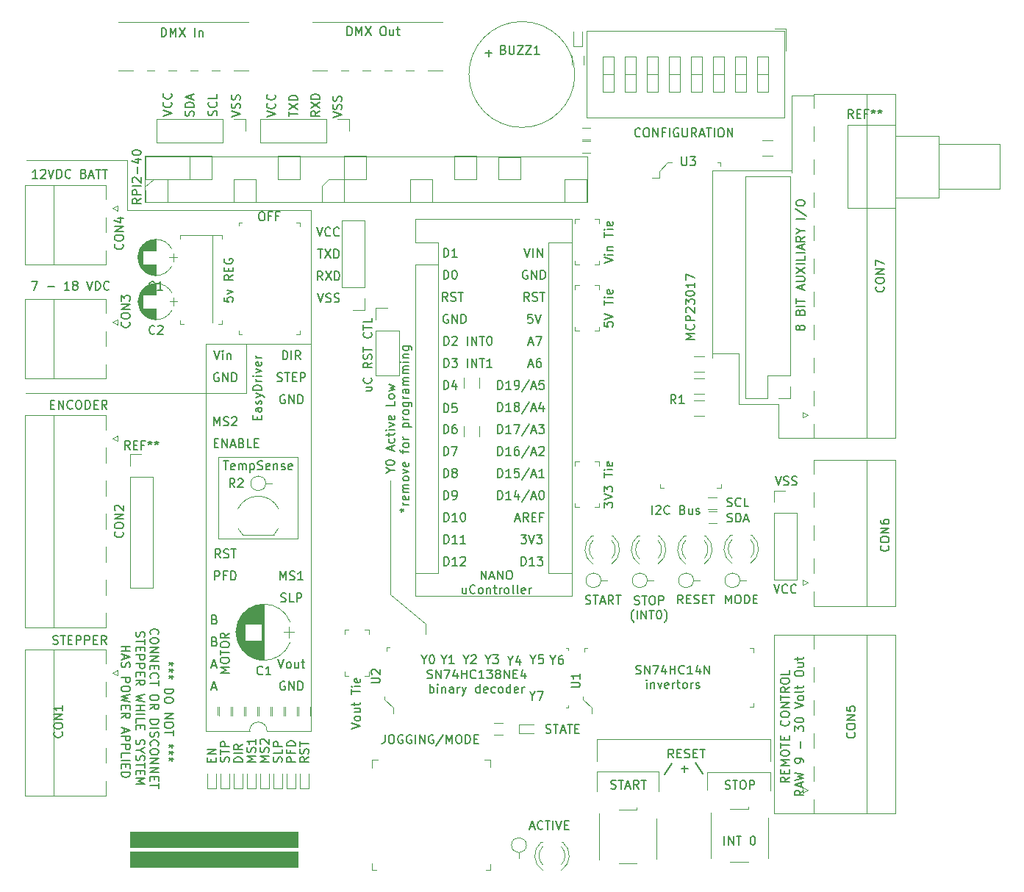
<source format=gbr>
%TF.GenerationSoftware,KiCad,Pcbnew,(5.1.6)-1*%
%TF.CreationDate,2020-11-08T21:19:26+11:00*%
%TF.ProjectId,mc13clk,6d633133-636c-46b2-9e6b-696361645f70,rev?*%
%TF.SameCoordinates,Original*%
%TF.FileFunction,Legend,Top*%
%TF.FilePolarity,Positive*%
%FSLAX46Y46*%
G04 Gerber Fmt 4.6, Leading zero omitted, Abs format (unit mm)*
G04 Created by KiCad (PCBNEW (5.1.6)-1) date 2020-11-08 21:19:26*
%MOMM*%
%LPD*%
G01*
G04 APERTURE LIST*
%ADD10C,0.120000*%
%ADD11C,0.150000*%
%ADD12C,0.100000*%
G04 APERTURE END LIST*
D10*
X188214000Y-48514000D02*
X190754000Y-48514000D01*
X188214000Y-57404000D02*
X188214000Y-48514000D01*
X186690000Y-57150000D02*
X188214000Y-57150000D01*
X186690000Y-88020000D02*
X190744000Y-88020000D01*
X186690000Y-84074000D02*
X186690000Y-88020000D01*
X182118000Y-84074000D02*
X186690000Y-84074000D01*
X182118000Y-78232000D02*
X182118000Y-84074000D01*
X179070000Y-78232000D02*
X182118000Y-78232000D01*
D11*
X189110952Y-75381523D02*
X189063333Y-75476761D01*
X189015714Y-75524380D01*
X188920476Y-75572000D01*
X188872857Y-75572000D01*
X188777619Y-75524380D01*
X188730000Y-75476761D01*
X188682380Y-75381523D01*
X188682380Y-75191047D01*
X188730000Y-75095809D01*
X188777619Y-75048190D01*
X188872857Y-75000571D01*
X188920476Y-75000571D01*
X189015714Y-75048190D01*
X189063333Y-75095809D01*
X189110952Y-75191047D01*
X189110952Y-75381523D01*
X189158571Y-75476761D01*
X189206190Y-75524380D01*
X189301428Y-75572000D01*
X189491904Y-75572000D01*
X189587142Y-75524380D01*
X189634761Y-75476761D01*
X189682380Y-75381523D01*
X189682380Y-75191047D01*
X189634761Y-75095809D01*
X189587142Y-75048190D01*
X189491904Y-75000571D01*
X189301428Y-75000571D01*
X189206190Y-75048190D01*
X189158571Y-75095809D01*
X189110952Y-75191047D01*
X189158571Y-73476761D02*
X189206190Y-73333904D01*
X189253809Y-73286285D01*
X189349047Y-73238666D01*
X189491904Y-73238666D01*
X189587142Y-73286285D01*
X189634761Y-73333904D01*
X189682380Y-73429142D01*
X189682380Y-73810095D01*
X188682380Y-73810095D01*
X188682380Y-73476761D01*
X188730000Y-73381523D01*
X188777619Y-73333904D01*
X188872857Y-73286285D01*
X188968095Y-73286285D01*
X189063333Y-73333904D01*
X189110952Y-73381523D01*
X189158571Y-73476761D01*
X189158571Y-73810095D01*
X189682380Y-72810095D02*
X188682380Y-72810095D01*
X188682380Y-72476761D02*
X188682380Y-71905333D01*
X189682380Y-72191047D02*
X188682380Y-72191047D01*
X189396666Y-70857714D02*
X189396666Y-70381523D01*
X189682380Y-70952952D02*
X188682380Y-70619619D01*
X189682380Y-70286285D01*
X188682380Y-69952952D02*
X189491904Y-69952952D01*
X189587142Y-69905333D01*
X189634761Y-69857714D01*
X189682380Y-69762476D01*
X189682380Y-69572000D01*
X189634761Y-69476761D01*
X189587142Y-69429142D01*
X189491904Y-69381523D01*
X188682380Y-69381523D01*
X188682380Y-69000571D02*
X189682380Y-68333904D01*
X188682380Y-68333904D02*
X189682380Y-69000571D01*
X189682380Y-67952952D02*
X188682380Y-67952952D01*
X189682380Y-67000571D02*
X189682380Y-67476761D01*
X188682380Y-67476761D01*
X189682380Y-66667238D02*
X188682380Y-66667238D01*
X189396666Y-66238666D02*
X189396666Y-65762476D01*
X189682380Y-66333904D02*
X188682380Y-66000571D01*
X189682380Y-65667238D01*
X189682380Y-64762476D02*
X189206190Y-65095809D01*
X189682380Y-65333904D02*
X188682380Y-65333904D01*
X188682380Y-64952952D01*
X188730000Y-64857714D01*
X188777619Y-64810095D01*
X188872857Y-64762476D01*
X189015714Y-64762476D01*
X189110952Y-64810095D01*
X189158571Y-64857714D01*
X189206190Y-64952952D01*
X189206190Y-65333904D01*
X189206190Y-64143428D02*
X189682380Y-64143428D01*
X188682380Y-64476761D02*
X189206190Y-64143428D01*
X188682380Y-63810095D01*
X189682380Y-62714857D02*
X188682380Y-62714857D01*
X188634761Y-61524380D02*
X189920476Y-62381523D01*
X188682380Y-61000571D02*
X188682380Y-60810095D01*
X188730000Y-60714857D01*
X188825238Y-60619619D01*
X189015714Y-60572000D01*
X189349047Y-60572000D01*
X189539523Y-60619619D01*
X189634761Y-60714857D01*
X189682380Y-60810095D01*
X189682380Y-61000571D01*
X189634761Y-61095809D01*
X189539523Y-61191047D01*
X189349047Y-61238666D01*
X189015714Y-61238666D01*
X188825238Y-61191047D01*
X188730000Y-61095809D01*
X188682380Y-61000571D01*
X132532380Y-124753619D02*
X132056190Y-125086952D01*
X132532380Y-125325047D02*
X131532380Y-125325047D01*
X131532380Y-124944095D01*
X131580000Y-124848857D01*
X131627619Y-124801238D01*
X131722857Y-124753619D01*
X131865714Y-124753619D01*
X131960952Y-124801238D01*
X132008571Y-124848857D01*
X132056190Y-124944095D01*
X132056190Y-125325047D01*
X132484761Y-124372666D02*
X132532380Y-124229809D01*
X132532380Y-123991714D01*
X132484761Y-123896476D01*
X132437142Y-123848857D01*
X132341904Y-123801238D01*
X132246666Y-123801238D01*
X132151428Y-123848857D01*
X132103809Y-123896476D01*
X132056190Y-123991714D01*
X132008571Y-124182190D01*
X131960952Y-124277428D01*
X131913333Y-124325047D01*
X131818095Y-124372666D01*
X131722857Y-124372666D01*
X131627619Y-124325047D01*
X131580000Y-124277428D01*
X131532380Y-124182190D01*
X131532380Y-123944095D01*
X131580000Y-123801238D01*
X131532380Y-123515523D02*
X131532380Y-122944095D01*
X132532380Y-123229809D02*
X131532380Y-123229809D01*
X131008380Y-125332976D02*
X130008380Y-125332976D01*
X130008380Y-124952023D01*
X130056000Y-124856785D01*
X130103619Y-124809166D01*
X130198857Y-124761547D01*
X130341714Y-124761547D01*
X130436952Y-124809166D01*
X130484571Y-124856785D01*
X130532190Y-124952023D01*
X130532190Y-125332976D01*
X130484571Y-123999642D02*
X130484571Y-124332976D01*
X131008380Y-124332976D02*
X130008380Y-124332976D01*
X130008380Y-123856785D01*
X131008380Y-123475833D02*
X130008380Y-123475833D01*
X130008380Y-123237738D01*
X130056000Y-123094880D01*
X130151238Y-122999642D01*
X130246476Y-122952023D01*
X130436952Y-122904404D01*
X130579809Y-122904404D01*
X130770285Y-122952023D01*
X130865523Y-122999642D01*
X130960761Y-123094880D01*
X131008380Y-123237738D01*
X131008380Y-123475833D01*
X121340571Y-125325095D02*
X121340571Y-124991761D01*
X121864380Y-124848904D02*
X121864380Y-125325095D01*
X120864380Y-125325095D01*
X120864380Y-124848904D01*
X121864380Y-124420333D02*
X120864380Y-124420333D01*
X121864380Y-123848904D01*
X120864380Y-123848904D01*
X129436761Y-125332976D02*
X129484380Y-125190119D01*
X129484380Y-124952023D01*
X129436761Y-124856785D01*
X129389142Y-124809166D01*
X129293904Y-124761547D01*
X129198666Y-124761547D01*
X129103428Y-124809166D01*
X129055809Y-124856785D01*
X129008190Y-124952023D01*
X128960571Y-125142500D01*
X128912952Y-125237738D01*
X128865333Y-125285357D01*
X128770095Y-125332976D01*
X128674857Y-125332976D01*
X128579619Y-125285357D01*
X128532000Y-125237738D01*
X128484380Y-125142500D01*
X128484380Y-124904404D01*
X128532000Y-124761547D01*
X129484380Y-123856785D02*
X129484380Y-124332976D01*
X128484380Y-124332976D01*
X129484380Y-123523452D02*
X128484380Y-123523452D01*
X128484380Y-123142500D01*
X128532000Y-123047261D01*
X128579619Y-122999642D01*
X128674857Y-122952023D01*
X128817714Y-122952023D01*
X128912952Y-122999642D01*
X128960571Y-123047261D01*
X129008190Y-123142500D01*
X129008190Y-123523452D01*
X127960380Y-125301214D02*
X126960380Y-125301214D01*
X127674666Y-124967880D01*
X126960380Y-124634547D01*
X127960380Y-124634547D01*
X127912761Y-124205976D02*
X127960380Y-124063119D01*
X127960380Y-123825023D01*
X127912761Y-123729785D01*
X127865142Y-123682166D01*
X127769904Y-123634547D01*
X127674666Y-123634547D01*
X127579428Y-123682166D01*
X127531809Y-123729785D01*
X127484190Y-123825023D01*
X127436571Y-124015500D01*
X127388952Y-124110738D01*
X127341333Y-124158357D01*
X127246095Y-124205976D01*
X127150857Y-124205976D01*
X127055619Y-124158357D01*
X127008000Y-124110738D01*
X126960380Y-124015500D01*
X126960380Y-123777404D01*
X127008000Y-123634547D01*
X127055619Y-123253595D02*
X127008000Y-123205976D01*
X126960380Y-123110738D01*
X126960380Y-122872642D01*
X127008000Y-122777404D01*
X127055619Y-122729785D01*
X127150857Y-122682166D01*
X127246095Y-122682166D01*
X127388952Y-122729785D01*
X127960380Y-123301214D01*
X127960380Y-122682166D01*
X126436380Y-125301214D02*
X125436380Y-125301214D01*
X126150666Y-124967880D01*
X125436380Y-124634547D01*
X126436380Y-124634547D01*
X126388761Y-124205976D02*
X126436380Y-124063119D01*
X126436380Y-123825023D01*
X126388761Y-123729785D01*
X126341142Y-123682166D01*
X126245904Y-123634547D01*
X126150666Y-123634547D01*
X126055428Y-123682166D01*
X126007809Y-123729785D01*
X125960190Y-123825023D01*
X125912571Y-124015500D01*
X125864952Y-124110738D01*
X125817333Y-124158357D01*
X125722095Y-124205976D01*
X125626857Y-124205976D01*
X125531619Y-124158357D01*
X125484000Y-124110738D01*
X125436380Y-124015500D01*
X125436380Y-123777404D01*
X125484000Y-123634547D01*
X126436380Y-122682166D02*
X126436380Y-123253595D01*
X126436380Y-122967880D02*
X125436380Y-122967880D01*
X125579238Y-123063119D01*
X125674476Y-123158357D01*
X125722095Y-123253595D01*
X123340761Y-125309166D02*
X123388380Y-125166309D01*
X123388380Y-124928214D01*
X123340761Y-124832976D01*
X123293142Y-124785357D01*
X123197904Y-124737738D01*
X123102666Y-124737738D01*
X123007428Y-124785357D01*
X122959809Y-124832976D01*
X122912190Y-124928214D01*
X122864571Y-125118690D01*
X122816952Y-125213928D01*
X122769333Y-125261547D01*
X122674095Y-125309166D01*
X122578857Y-125309166D01*
X122483619Y-125261547D01*
X122436000Y-125213928D01*
X122388380Y-125118690D01*
X122388380Y-124880595D01*
X122436000Y-124737738D01*
X122388380Y-124452023D02*
X122388380Y-123880595D01*
X123388380Y-124166309D02*
X122388380Y-124166309D01*
X123388380Y-123547261D02*
X122388380Y-123547261D01*
X122388380Y-123166309D01*
X122436000Y-123071071D01*
X122483619Y-123023452D01*
X122578857Y-122975833D01*
X122721714Y-122975833D01*
X122816952Y-123023452D01*
X122864571Y-123071071D01*
X122912190Y-123166309D01*
X122912190Y-123547261D01*
X124912380Y-125333000D02*
X123912380Y-125333000D01*
X123912380Y-125094904D01*
X123960000Y-124952047D01*
X124055238Y-124856809D01*
X124150476Y-124809190D01*
X124340952Y-124761571D01*
X124483809Y-124761571D01*
X124674285Y-124809190D01*
X124769523Y-124856809D01*
X124864761Y-124952047D01*
X124912380Y-125094904D01*
X124912380Y-125333000D01*
X124912380Y-124333000D02*
X123912380Y-124333000D01*
X124912380Y-123285380D02*
X124436190Y-123618714D01*
X124912380Y-123856809D02*
X123912380Y-123856809D01*
X123912380Y-123475857D01*
X123960000Y-123380619D01*
X124007619Y-123333000D01*
X124102857Y-123285380D01*
X124245714Y-123285380D01*
X124340952Y-123333000D01*
X124388571Y-123380619D01*
X124436190Y-123475857D01*
X124436190Y-123856809D01*
D10*
X146050000Y-109410500D02*
X146050000Y-110553500D01*
X132778500Y-61722000D02*
X131699000Y-61722000D01*
X132778500Y-77152500D02*
X132778500Y-61722000D01*
X141986000Y-106045000D02*
X141986000Y-92900500D01*
X146050000Y-109410500D02*
X141986000Y-106045000D01*
D11*
X159869428Y-121943761D02*
X160012285Y-121991380D01*
X160250380Y-121991380D01*
X160345619Y-121943761D01*
X160393238Y-121896142D01*
X160440857Y-121800904D01*
X160440857Y-121705666D01*
X160393238Y-121610428D01*
X160345619Y-121562809D01*
X160250380Y-121515190D01*
X160059904Y-121467571D01*
X159964666Y-121419952D01*
X159917047Y-121372333D01*
X159869428Y-121277095D01*
X159869428Y-121181857D01*
X159917047Y-121086619D01*
X159964666Y-121039000D01*
X160059904Y-120991380D01*
X160298000Y-120991380D01*
X160440857Y-121039000D01*
X160726571Y-120991380D02*
X161298000Y-120991380D01*
X161012285Y-121991380D02*
X161012285Y-120991380D01*
X161583714Y-121705666D02*
X162059904Y-121705666D01*
X161488476Y-121991380D02*
X161821809Y-120991380D01*
X162155142Y-121991380D01*
X162345619Y-120991380D02*
X162917047Y-120991380D01*
X162631333Y-121991380D02*
X162631333Y-120991380D01*
X163250380Y-121467571D02*
X163583714Y-121467571D01*
X163726571Y-121991380D02*
X163250380Y-121991380D01*
X163250380Y-120991380D01*
X163726571Y-120991380D01*
X158337309Y-117705190D02*
X158337309Y-118181380D01*
X158003976Y-117181380D02*
X158337309Y-117705190D01*
X158670642Y-117181380D01*
X158908738Y-117181380D02*
X159575404Y-117181380D01*
X159146833Y-118181380D01*
X158400809Y-113514190D02*
X158400809Y-113990380D01*
X158067476Y-112990380D02*
X158400809Y-113514190D01*
X158734142Y-112990380D01*
X159543666Y-112990380D02*
X159067476Y-112990380D01*
X159019857Y-113466571D01*
X159067476Y-113418952D01*
X159162714Y-113371333D01*
X159400809Y-113371333D01*
X159496047Y-113418952D01*
X159543666Y-113466571D01*
X159591285Y-113561809D01*
X159591285Y-113799904D01*
X159543666Y-113895142D01*
X159496047Y-113942761D01*
X159400809Y-113990380D01*
X159162714Y-113990380D01*
X159067476Y-113942761D01*
X159019857Y-113895142D01*
X155797309Y-113641190D02*
X155797309Y-114117380D01*
X155463976Y-113117380D02*
X155797309Y-113641190D01*
X156130642Y-113117380D01*
X156892547Y-113450714D02*
X156892547Y-114117380D01*
X156654452Y-113069761D02*
X156416357Y-113784047D01*
X157035404Y-113784047D01*
X164457309Y-107084761D02*
X164600166Y-107132380D01*
X164838261Y-107132380D01*
X164933500Y-107084761D01*
X164981119Y-107037142D01*
X165028738Y-106941904D01*
X165028738Y-106846666D01*
X164981119Y-106751428D01*
X164933500Y-106703809D01*
X164838261Y-106656190D01*
X164647785Y-106608571D01*
X164552547Y-106560952D01*
X164504928Y-106513333D01*
X164457309Y-106418095D01*
X164457309Y-106322857D01*
X164504928Y-106227619D01*
X164552547Y-106180000D01*
X164647785Y-106132380D01*
X164885880Y-106132380D01*
X165028738Y-106180000D01*
X165314452Y-106132380D02*
X165885880Y-106132380D01*
X165600166Y-107132380D02*
X165600166Y-106132380D01*
X166171595Y-106846666D02*
X166647785Y-106846666D01*
X166076357Y-107132380D02*
X166409690Y-106132380D01*
X166743023Y-107132380D01*
X167647785Y-107132380D02*
X167314452Y-106656190D01*
X167076357Y-107132380D02*
X167076357Y-106132380D01*
X167457309Y-106132380D01*
X167552547Y-106180000D01*
X167600166Y-106227619D01*
X167647785Y-106322857D01*
X167647785Y-106465714D01*
X167600166Y-106560952D01*
X167552547Y-106608571D01*
X167457309Y-106656190D01*
X167076357Y-106656190D01*
X167933500Y-106132380D02*
X168504928Y-106132380D01*
X168219214Y-107132380D02*
X168219214Y-106132380D01*
X170077023Y-107148761D02*
X170219880Y-107196380D01*
X170457976Y-107196380D01*
X170553214Y-107148761D01*
X170600833Y-107101142D01*
X170648452Y-107005904D01*
X170648452Y-106910666D01*
X170600833Y-106815428D01*
X170553214Y-106767809D01*
X170457976Y-106720190D01*
X170267500Y-106672571D01*
X170172261Y-106624952D01*
X170124642Y-106577333D01*
X170077023Y-106482095D01*
X170077023Y-106386857D01*
X170124642Y-106291619D01*
X170172261Y-106244000D01*
X170267500Y-106196380D01*
X170505595Y-106196380D01*
X170648452Y-106244000D01*
X170934166Y-106196380D02*
X171505595Y-106196380D01*
X171219880Y-107196380D02*
X171219880Y-106196380D01*
X172029404Y-106196380D02*
X172219880Y-106196380D01*
X172315119Y-106244000D01*
X172410357Y-106339238D01*
X172457976Y-106529714D01*
X172457976Y-106863047D01*
X172410357Y-107053523D01*
X172315119Y-107148761D01*
X172219880Y-107196380D01*
X172029404Y-107196380D01*
X171934166Y-107148761D01*
X171838928Y-107053523D01*
X171791309Y-106863047D01*
X171791309Y-106529714D01*
X171838928Y-106339238D01*
X171934166Y-106244000D01*
X172029404Y-106196380D01*
X172886547Y-107196380D02*
X172886547Y-106196380D01*
X173267500Y-106196380D01*
X173362738Y-106244000D01*
X173410357Y-106291619D01*
X173457976Y-106386857D01*
X173457976Y-106529714D01*
X173410357Y-106624952D01*
X173362738Y-106672571D01*
X173267500Y-106720190D01*
X172886547Y-106720190D01*
X170005595Y-109227333D02*
X169957976Y-109179714D01*
X169862738Y-109036857D01*
X169815119Y-108941619D01*
X169767500Y-108798761D01*
X169719880Y-108560666D01*
X169719880Y-108370190D01*
X169767500Y-108132095D01*
X169815119Y-107989238D01*
X169862738Y-107894000D01*
X169957976Y-107751142D01*
X170005595Y-107703523D01*
X170386547Y-108846380D02*
X170386547Y-107846380D01*
X170862738Y-108846380D02*
X170862738Y-107846380D01*
X171434166Y-108846380D01*
X171434166Y-107846380D01*
X171767500Y-107846380D02*
X172338928Y-107846380D01*
X172053214Y-108846380D02*
X172053214Y-107846380D01*
X172862738Y-107846380D02*
X172957976Y-107846380D01*
X173053214Y-107894000D01*
X173100833Y-107941619D01*
X173148452Y-108036857D01*
X173196071Y-108227333D01*
X173196071Y-108465428D01*
X173148452Y-108655904D01*
X173100833Y-108751142D01*
X173053214Y-108798761D01*
X172957976Y-108846380D01*
X172862738Y-108846380D01*
X172767500Y-108798761D01*
X172719880Y-108751142D01*
X172672261Y-108655904D01*
X172624642Y-108465428D01*
X172624642Y-108227333D01*
X172672261Y-108036857D01*
X172719880Y-107941619D01*
X172767500Y-107894000D01*
X172862738Y-107846380D01*
X173529404Y-109227333D02*
X173577023Y-109179714D01*
X173672261Y-109036857D01*
X173719880Y-108941619D01*
X173767500Y-108798761D01*
X173815119Y-108560666D01*
X173815119Y-108370190D01*
X173767500Y-108132095D01*
X173719880Y-107989238D01*
X173672261Y-107894000D01*
X173577023Y-107751142D01*
X173529404Y-107703523D01*
X175649119Y-107068880D02*
X175315785Y-106592690D01*
X175077690Y-107068880D02*
X175077690Y-106068880D01*
X175458642Y-106068880D01*
X175553880Y-106116500D01*
X175601500Y-106164119D01*
X175649119Y-106259357D01*
X175649119Y-106402214D01*
X175601500Y-106497452D01*
X175553880Y-106545071D01*
X175458642Y-106592690D01*
X175077690Y-106592690D01*
X176077690Y-106545071D02*
X176411023Y-106545071D01*
X176553880Y-107068880D02*
X176077690Y-107068880D01*
X176077690Y-106068880D01*
X176553880Y-106068880D01*
X176934833Y-107021261D02*
X177077690Y-107068880D01*
X177315785Y-107068880D01*
X177411023Y-107021261D01*
X177458642Y-106973642D01*
X177506261Y-106878404D01*
X177506261Y-106783166D01*
X177458642Y-106687928D01*
X177411023Y-106640309D01*
X177315785Y-106592690D01*
X177125309Y-106545071D01*
X177030071Y-106497452D01*
X176982452Y-106449833D01*
X176934833Y-106354595D01*
X176934833Y-106259357D01*
X176982452Y-106164119D01*
X177030071Y-106116500D01*
X177125309Y-106068880D01*
X177363404Y-106068880D01*
X177506261Y-106116500D01*
X177934833Y-106545071D02*
X178268166Y-106545071D01*
X178411023Y-107068880D02*
X177934833Y-107068880D01*
X177934833Y-106068880D01*
X178411023Y-106068880D01*
X178696738Y-106068880D02*
X179268166Y-106068880D01*
X178982452Y-107068880D02*
X178982452Y-106068880D01*
X180562476Y-107068880D02*
X180562476Y-106068880D01*
X180895809Y-106783166D01*
X181229142Y-106068880D01*
X181229142Y-107068880D01*
X181895809Y-106068880D02*
X182086285Y-106068880D01*
X182181523Y-106116500D01*
X182276761Y-106211738D01*
X182324380Y-106402214D01*
X182324380Y-106735547D01*
X182276761Y-106926023D01*
X182181523Y-107021261D01*
X182086285Y-107068880D01*
X181895809Y-107068880D01*
X181800571Y-107021261D01*
X181705333Y-106926023D01*
X181657714Y-106735547D01*
X181657714Y-106402214D01*
X181705333Y-106211738D01*
X181800571Y-106116500D01*
X181895809Y-106068880D01*
X182752952Y-107068880D02*
X182752952Y-106068880D01*
X182991047Y-106068880D01*
X183133904Y-106116500D01*
X183229142Y-106211738D01*
X183276761Y-106306976D01*
X183324380Y-106497452D01*
X183324380Y-106640309D01*
X183276761Y-106830785D01*
X183229142Y-106926023D01*
X183133904Y-107021261D01*
X182991047Y-107068880D01*
X182752952Y-107068880D01*
X183752952Y-106545071D02*
X184086285Y-106545071D01*
X184229142Y-107068880D02*
X183752952Y-107068880D01*
X183752952Y-106068880D01*
X184229142Y-106068880D01*
X141962690Y-91741023D02*
X142438880Y-91741023D01*
X141438880Y-92074357D02*
X141962690Y-91741023D01*
X141438880Y-91407690D01*
X141438880Y-90883880D02*
X141438880Y-90788642D01*
X141486500Y-90693404D01*
X141534119Y-90645785D01*
X141629357Y-90598166D01*
X141819833Y-90550547D01*
X142057928Y-90550547D01*
X142248404Y-90598166D01*
X142343642Y-90645785D01*
X142391261Y-90693404D01*
X142438880Y-90788642D01*
X142438880Y-90883880D01*
X142391261Y-90979119D01*
X142343642Y-91026738D01*
X142248404Y-91074357D01*
X142057928Y-91121976D01*
X141819833Y-91121976D01*
X141629357Y-91074357D01*
X141534119Y-91026738D01*
X141486500Y-90979119D01*
X141438880Y-90883880D01*
X142153166Y-89407690D02*
X142153166Y-88931500D01*
X142438880Y-89502928D02*
X141438880Y-89169595D01*
X142438880Y-88836261D01*
X142391261Y-88074357D02*
X142438880Y-88169595D01*
X142438880Y-88360071D01*
X142391261Y-88455309D01*
X142343642Y-88502928D01*
X142248404Y-88550547D01*
X141962690Y-88550547D01*
X141867452Y-88502928D01*
X141819833Y-88455309D01*
X141772214Y-88360071D01*
X141772214Y-88169595D01*
X141819833Y-88074357D01*
X141772214Y-87788642D02*
X141772214Y-87407690D01*
X141438880Y-87645785D02*
X142296023Y-87645785D01*
X142391261Y-87598166D01*
X142438880Y-87502928D01*
X142438880Y-87407690D01*
X142438880Y-87074357D02*
X141772214Y-87074357D01*
X141438880Y-87074357D02*
X141486500Y-87121976D01*
X141534119Y-87074357D01*
X141486500Y-87026738D01*
X141438880Y-87074357D01*
X141534119Y-87074357D01*
X141772214Y-86693404D02*
X142438880Y-86455309D01*
X141772214Y-86217214D01*
X142391261Y-85455309D02*
X142438880Y-85550547D01*
X142438880Y-85741023D01*
X142391261Y-85836261D01*
X142296023Y-85883880D01*
X141915071Y-85883880D01*
X141819833Y-85836261D01*
X141772214Y-85741023D01*
X141772214Y-85550547D01*
X141819833Y-85455309D01*
X141915071Y-85407690D01*
X142010309Y-85407690D01*
X142105547Y-85883880D01*
X142438880Y-83741023D02*
X142438880Y-84217214D01*
X141438880Y-84217214D01*
X142438880Y-83264833D02*
X142391261Y-83360071D01*
X142343642Y-83407690D01*
X142248404Y-83455309D01*
X141962690Y-83455309D01*
X141867452Y-83407690D01*
X141819833Y-83360071D01*
X141772214Y-83264833D01*
X141772214Y-83121976D01*
X141819833Y-83026738D01*
X141867452Y-82979119D01*
X141962690Y-82931500D01*
X142248404Y-82931500D01*
X142343642Y-82979119D01*
X142391261Y-83026738D01*
X142438880Y-83121976D01*
X142438880Y-83264833D01*
X141772214Y-82598166D02*
X142438880Y-82407690D01*
X141962690Y-82217214D01*
X142438880Y-82026738D01*
X141772214Y-81836261D01*
X143088880Y-96312452D02*
X143326976Y-96312452D01*
X143231738Y-96550547D02*
X143326976Y-96312452D01*
X143231738Y-96074357D01*
X143517452Y-96455309D02*
X143326976Y-96312452D01*
X143517452Y-96169595D01*
X144088880Y-95693404D02*
X143422214Y-95693404D01*
X143612690Y-95693404D02*
X143517452Y-95645785D01*
X143469833Y-95598166D01*
X143422214Y-95502928D01*
X143422214Y-95407690D01*
X144041261Y-94693404D02*
X144088880Y-94788642D01*
X144088880Y-94979119D01*
X144041261Y-95074357D01*
X143946023Y-95121976D01*
X143565071Y-95121976D01*
X143469833Y-95074357D01*
X143422214Y-94979119D01*
X143422214Y-94788642D01*
X143469833Y-94693404D01*
X143565071Y-94645785D01*
X143660309Y-94645785D01*
X143755547Y-95121976D01*
X144088880Y-94217214D02*
X143422214Y-94217214D01*
X143517452Y-94217214D02*
X143469833Y-94169595D01*
X143422214Y-94074357D01*
X143422214Y-93931500D01*
X143469833Y-93836261D01*
X143565071Y-93788642D01*
X144088880Y-93788642D01*
X143565071Y-93788642D02*
X143469833Y-93741023D01*
X143422214Y-93645785D01*
X143422214Y-93502928D01*
X143469833Y-93407690D01*
X143565071Y-93360071D01*
X144088880Y-93360071D01*
X144088880Y-92741023D02*
X144041261Y-92836261D01*
X143993642Y-92883880D01*
X143898404Y-92931500D01*
X143612690Y-92931500D01*
X143517452Y-92883880D01*
X143469833Y-92836261D01*
X143422214Y-92741023D01*
X143422214Y-92598166D01*
X143469833Y-92502928D01*
X143517452Y-92455309D01*
X143612690Y-92407690D01*
X143898404Y-92407690D01*
X143993642Y-92455309D01*
X144041261Y-92502928D01*
X144088880Y-92598166D01*
X144088880Y-92741023D01*
X143422214Y-92074357D02*
X144088880Y-91836261D01*
X143422214Y-91598166D01*
X144041261Y-90836261D02*
X144088880Y-90931500D01*
X144088880Y-91121976D01*
X144041261Y-91217214D01*
X143946023Y-91264833D01*
X143565071Y-91264833D01*
X143469833Y-91217214D01*
X143422214Y-91121976D01*
X143422214Y-90931500D01*
X143469833Y-90836261D01*
X143565071Y-90788642D01*
X143660309Y-90788642D01*
X143755547Y-91264833D01*
X143422214Y-89741023D02*
X143422214Y-89360071D01*
X144088880Y-89598166D02*
X143231738Y-89598166D01*
X143136500Y-89550547D01*
X143088880Y-89455309D01*
X143088880Y-89360071D01*
X144088880Y-88883880D02*
X144041261Y-88979119D01*
X143993642Y-89026738D01*
X143898404Y-89074357D01*
X143612690Y-89074357D01*
X143517452Y-89026738D01*
X143469833Y-88979119D01*
X143422214Y-88883880D01*
X143422214Y-88741023D01*
X143469833Y-88645785D01*
X143517452Y-88598166D01*
X143612690Y-88550547D01*
X143898404Y-88550547D01*
X143993642Y-88598166D01*
X144041261Y-88645785D01*
X144088880Y-88741023D01*
X144088880Y-88883880D01*
X144088880Y-88121976D02*
X143422214Y-88121976D01*
X143612690Y-88121976D02*
X143517452Y-88074357D01*
X143469833Y-88026738D01*
X143422214Y-87931500D01*
X143422214Y-87836261D01*
X143422214Y-86741023D02*
X144422214Y-86741023D01*
X143469833Y-86741023D02*
X143422214Y-86645785D01*
X143422214Y-86455309D01*
X143469833Y-86360071D01*
X143517452Y-86312452D01*
X143612690Y-86264833D01*
X143898404Y-86264833D01*
X143993642Y-86312452D01*
X144041261Y-86360071D01*
X144088880Y-86455309D01*
X144088880Y-86645785D01*
X144041261Y-86741023D01*
X144088880Y-85836261D02*
X143422214Y-85836261D01*
X143612690Y-85836261D02*
X143517452Y-85788642D01*
X143469833Y-85741023D01*
X143422214Y-85645785D01*
X143422214Y-85550547D01*
X144088880Y-85074357D02*
X144041261Y-85169595D01*
X143993642Y-85217214D01*
X143898404Y-85264833D01*
X143612690Y-85264833D01*
X143517452Y-85217214D01*
X143469833Y-85169595D01*
X143422214Y-85074357D01*
X143422214Y-84931500D01*
X143469833Y-84836261D01*
X143517452Y-84788642D01*
X143612690Y-84741023D01*
X143898404Y-84741023D01*
X143993642Y-84788642D01*
X144041261Y-84836261D01*
X144088880Y-84931500D01*
X144088880Y-85074357D01*
X143422214Y-83883880D02*
X144231738Y-83883880D01*
X144326976Y-83931500D01*
X144374595Y-83979119D01*
X144422214Y-84074357D01*
X144422214Y-84217214D01*
X144374595Y-84312452D01*
X144041261Y-83883880D02*
X144088880Y-83979119D01*
X144088880Y-84169595D01*
X144041261Y-84264833D01*
X143993642Y-84312452D01*
X143898404Y-84360071D01*
X143612690Y-84360071D01*
X143517452Y-84312452D01*
X143469833Y-84264833D01*
X143422214Y-84169595D01*
X143422214Y-83979119D01*
X143469833Y-83883880D01*
X144088880Y-83407690D02*
X143422214Y-83407690D01*
X143612690Y-83407690D02*
X143517452Y-83360071D01*
X143469833Y-83312452D01*
X143422214Y-83217214D01*
X143422214Y-83121976D01*
X144088880Y-82360071D02*
X143565071Y-82360071D01*
X143469833Y-82407690D01*
X143422214Y-82502928D01*
X143422214Y-82693404D01*
X143469833Y-82788642D01*
X144041261Y-82360071D02*
X144088880Y-82455309D01*
X144088880Y-82693404D01*
X144041261Y-82788642D01*
X143946023Y-82836261D01*
X143850785Y-82836261D01*
X143755547Y-82788642D01*
X143707928Y-82693404D01*
X143707928Y-82455309D01*
X143660309Y-82360071D01*
X144088880Y-81883880D02*
X143422214Y-81883880D01*
X143517452Y-81883880D02*
X143469833Y-81836261D01*
X143422214Y-81741023D01*
X143422214Y-81598166D01*
X143469833Y-81502928D01*
X143565071Y-81455309D01*
X144088880Y-81455309D01*
X143565071Y-81455309D02*
X143469833Y-81407690D01*
X143422214Y-81312452D01*
X143422214Y-81169595D01*
X143469833Y-81074357D01*
X143565071Y-81026738D01*
X144088880Y-81026738D01*
X144088880Y-80550547D02*
X143422214Y-80550547D01*
X143517452Y-80550547D02*
X143469833Y-80502928D01*
X143422214Y-80407690D01*
X143422214Y-80264833D01*
X143469833Y-80169595D01*
X143565071Y-80121976D01*
X144088880Y-80121976D01*
X143565071Y-80121976D02*
X143469833Y-80074357D01*
X143422214Y-79979119D01*
X143422214Y-79836261D01*
X143469833Y-79741023D01*
X143565071Y-79693404D01*
X144088880Y-79693404D01*
X144088880Y-79217214D02*
X143422214Y-79217214D01*
X143088880Y-79217214D02*
X143136500Y-79264833D01*
X143184119Y-79217214D01*
X143136500Y-79169595D01*
X143088880Y-79217214D01*
X143184119Y-79217214D01*
X143422214Y-78741023D02*
X144088880Y-78741023D01*
X143517452Y-78741023D02*
X143469833Y-78693404D01*
X143422214Y-78598166D01*
X143422214Y-78455309D01*
X143469833Y-78360071D01*
X143565071Y-78312452D01*
X144088880Y-78312452D01*
X143422214Y-77407690D02*
X144231738Y-77407690D01*
X144326976Y-77455309D01*
X144374595Y-77502928D01*
X144422214Y-77598166D01*
X144422214Y-77741023D01*
X144374595Y-77836261D01*
X144041261Y-77407690D02*
X144088880Y-77502928D01*
X144088880Y-77693404D01*
X144041261Y-77788642D01*
X143993642Y-77836261D01*
X143898404Y-77883880D01*
X143612690Y-77883880D01*
X143517452Y-77836261D01*
X143469833Y-77788642D01*
X143422214Y-77693404D01*
X143422214Y-77502928D01*
X143469833Y-77407690D01*
X160686809Y-113577690D02*
X160686809Y-114053880D01*
X160353476Y-113053880D02*
X160686809Y-113577690D01*
X161020142Y-113053880D01*
X161782047Y-113053880D02*
X161591571Y-113053880D01*
X161496333Y-113101500D01*
X161448714Y-113149119D01*
X161353476Y-113291976D01*
X161305857Y-113482452D01*
X161305857Y-113863404D01*
X161353476Y-113958642D01*
X161401095Y-114006261D01*
X161496333Y-114053880D01*
X161686809Y-114053880D01*
X161782047Y-114006261D01*
X161829666Y-113958642D01*
X161877285Y-113863404D01*
X161877285Y-113625309D01*
X161829666Y-113530071D01*
X161782047Y-113482452D01*
X161686809Y-113434833D01*
X161496333Y-113434833D01*
X161401095Y-113482452D01*
X161353476Y-113530071D01*
X161305857Y-113625309D01*
X186293285Y-92416380D02*
X186626619Y-93416380D01*
X186959952Y-92416380D01*
X187245666Y-93368761D02*
X187388523Y-93416380D01*
X187626619Y-93416380D01*
X187721857Y-93368761D01*
X187769476Y-93321142D01*
X187817095Y-93225904D01*
X187817095Y-93130666D01*
X187769476Y-93035428D01*
X187721857Y-92987809D01*
X187626619Y-92940190D01*
X187436142Y-92892571D01*
X187340904Y-92844952D01*
X187293285Y-92797333D01*
X187245666Y-92702095D01*
X187245666Y-92606857D01*
X187293285Y-92511619D01*
X187340904Y-92464000D01*
X187436142Y-92416380D01*
X187674238Y-92416380D01*
X187817095Y-92464000D01*
X188198047Y-93368761D02*
X188340904Y-93416380D01*
X188579000Y-93416380D01*
X188674238Y-93368761D01*
X188721857Y-93321142D01*
X188769476Y-93225904D01*
X188769476Y-93130666D01*
X188721857Y-93035428D01*
X188674238Y-92987809D01*
X188579000Y-92940190D01*
X188388523Y-92892571D01*
X188293285Y-92844952D01*
X188245666Y-92797333D01*
X188198047Y-92702095D01*
X188198047Y-92606857D01*
X188245666Y-92511619D01*
X188293285Y-92464000D01*
X188388523Y-92416380D01*
X188626619Y-92416380D01*
X188769476Y-92464000D01*
X186118666Y-104862380D02*
X186452000Y-105862380D01*
X186785333Y-104862380D01*
X187690095Y-105767142D02*
X187642476Y-105814761D01*
X187499619Y-105862380D01*
X187404380Y-105862380D01*
X187261523Y-105814761D01*
X187166285Y-105719523D01*
X187118666Y-105624285D01*
X187071047Y-105433809D01*
X187071047Y-105290952D01*
X187118666Y-105100476D01*
X187166285Y-105005238D01*
X187261523Y-104910000D01*
X187404380Y-104862380D01*
X187499619Y-104862380D01*
X187642476Y-104910000D01*
X187690095Y-104957619D01*
X188690095Y-105767142D02*
X188642476Y-105814761D01*
X188499619Y-105862380D01*
X188404380Y-105862380D01*
X188261523Y-105814761D01*
X188166285Y-105719523D01*
X188118666Y-105624285D01*
X188071047Y-105433809D01*
X188071047Y-105290952D01*
X188118666Y-105100476D01*
X188166285Y-105005238D01*
X188261523Y-104910000D01*
X188404380Y-104862380D01*
X188499619Y-104862380D01*
X188642476Y-104910000D01*
X188690095Y-104957619D01*
X180737023Y-95845261D02*
X180879880Y-95892880D01*
X181117976Y-95892880D01*
X181213214Y-95845261D01*
X181260833Y-95797642D01*
X181308452Y-95702404D01*
X181308452Y-95607166D01*
X181260833Y-95511928D01*
X181213214Y-95464309D01*
X181117976Y-95416690D01*
X180927500Y-95369071D01*
X180832261Y-95321452D01*
X180784642Y-95273833D01*
X180737023Y-95178595D01*
X180737023Y-95083357D01*
X180784642Y-94988119D01*
X180832261Y-94940500D01*
X180927500Y-94892880D01*
X181165595Y-94892880D01*
X181308452Y-94940500D01*
X182308452Y-95797642D02*
X182260833Y-95845261D01*
X182117976Y-95892880D01*
X182022738Y-95892880D01*
X181879880Y-95845261D01*
X181784642Y-95750023D01*
X181737023Y-95654785D01*
X181689404Y-95464309D01*
X181689404Y-95321452D01*
X181737023Y-95130976D01*
X181784642Y-95035738D01*
X181879880Y-94940500D01*
X182022738Y-94892880D01*
X182117976Y-94892880D01*
X182260833Y-94940500D01*
X182308452Y-94988119D01*
X183213214Y-95892880D02*
X182737023Y-95892880D01*
X182737023Y-94892880D01*
X180776714Y-97623261D02*
X180919571Y-97670880D01*
X181157666Y-97670880D01*
X181252904Y-97623261D01*
X181300523Y-97575642D01*
X181348142Y-97480404D01*
X181348142Y-97385166D01*
X181300523Y-97289928D01*
X181252904Y-97242309D01*
X181157666Y-97194690D01*
X180967190Y-97147071D01*
X180871952Y-97099452D01*
X180824333Y-97051833D01*
X180776714Y-96956595D01*
X180776714Y-96861357D01*
X180824333Y-96766119D01*
X180871952Y-96718500D01*
X180967190Y-96670880D01*
X181205285Y-96670880D01*
X181348142Y-96718500D01*
X181776714Y-97670880D02*
X181776714Y-96670880D01*
X182014809Y-96670880D01*
X182157666Y-96718500D01*
X182252904Y-96813738D01*
X182300523Y-96908976D01*
X182348142Y-97099452D01*
X182348142Y-97242309D01*
X182300523Y-97432785D01*
X182252904Y-97528023D01*
X182157666Y-97623261D01*
X182014809Y-97670880D01*
X181776714Y-97670880D01*
X182729095Y-97385166D02*
X183205285Y-97385166D01*
X182633857Y-97670880D02*
X182967190Y-96670880D01*
X183300523Y-97670880D01*
D10*
X179070000Y-78232000D02*
X179070000Y-78740000D01*
X179070000Y-57150000D02*
X186690000Y-57150000D01*
X179070000Y-57912000D02*
X179070000Y-57150000D01*
D11*
X121943761Y-50847476D02*
X121991380Y-50704619D01*
X121991380Y-50466523D01*
X121943761Y-50371285D01*
X121896142Y-50323666D01*
X121800904Y-50276047D01*
X121705666Y-50276047D01*
X121610428Y-50323666D01*
X121562809Y-50371285D01*
X121515190Y-50466523D01*
X121467571Y-50657000D01*
X121419952Y-50752238D01*
X121372333Y-50799857D01*
X121277095Y-50847476D01*
X121181857Y-50847476D01*
X121086619Y-50799857D01*
X121039000Y-50752238D01*
X120991380Y-50657000D01*
X120991380Y-50418904D01*
X121039000Y-50276047D01*
X121896142Y-49276047D02*
X121943761Y-49323666D01*
X121991380Y-49466523D01*
X121991380Y-49561761D01*
X121943761Y-49704619D01*
X121848523Y-49799857D01*
X121753285Y-49847476D01*
X121562809Y-49895095D01*
X121419952Y-49895095D01*
X121229476Y-49847476D01*
X121134238Y-49799857D01*
X121039000Y-49704619D01*
X120991380Y-49561761D01*
X120991380Y-49466523D01*
X121039000Y-49323666D01*
X121086619Y-49276047D01*
X121991380Y-48371285D02*
X121991380Y-48847476D01*
X120991380Y-48847476D01*
X119276761Y-50871285D02*
X119324380Y-50728428D01*
X119324380Y-50490333D01*
X119276761Y-50395095D01*
X119229142Y-50347476D01*
X119133904Y-50299857D01*
X119038666Y-50299857D01*
X118943428Y-50347476D01*
X118895809Y-50395095D01*
X118848190Y-50490333D01*
X118800571Y-50680809D01*
X118752952Y-50776047D01*
X118705333Y-50823666D01*
X118610095Y-50871285D01*
X118514857Y-50871285D01*
X118419619Y-50823666D01*
X118372000Y-50776047D01*
X118324380Y-50680809D01*
X118324380Y-50442714D01*
X118372000Y-50299857D01*
X119324380Y-49871285D02*
X118324380Y-49871285D01*
X118324380Y-49633190D01*
X118372000Y-49490333D01*
X118467238Y-49395095D01*
X118562476Y-49347476D01*
X118752952Y-49299857D01*
X118895809Y-49299857D01*
X119086285Y-49347476D01*
X119181523Y-49395095D01*
X119276761Y-49490333D01*
X119324380Y-49633190D01*
X119324380Y-49871285D01*
X119038666Y-48918904D02*
X119038666Y-48442714D01*
X119324380Y-49014142D02*
X118324380Y-48680809D01*
X119324380Y-48347476D01*
X123658380Y-50942714D02*
X124658380Y-50609380D01*
X123658380Y-50276047D01*
X124610761Y-49990333D02*
X124658380Y-49847476D01*
X124658380Y-49609380D01*
X124610761Y-49514142D01*
X124563142Y-49466523D01*
X124467904Y-49418904D01*
X124372666Y-49418904D01*
X124277428Y-49466523D01*
X124229809Y-49514142D01*
X124182190Y-49609380D01*
X124134571Y-49799857D01*
X124086952Y-49895095D01*
X124039333Y-49942714D01*
X123944095Y-49990333D01*
X123848857Y-49990333D01*
X123753619Y-49942714D01*
X123706000Y-49895095D01*
X123658380Y-49799857D01*
X123658380Y-49561761D01*
X123706000Y-49418904D01*
X124610761Y-49037952D02*
X124658380Y-48895095D01*
X124658380Y-48657000D01*
X124610761Y-48561761D01*
X124563142Y-48514142D01*
X124467904Y-48466523D01*
X124372666Y-48466523D01*
X124277428Y-48514142D01*
X124229809Y-48561761D01*
X124182190Y-48657000D01*
X124134571Y-48847476D01*
X124086952Y-48942714D01*
X124039333Y-48990333D01*
X123944095Y-49037952D01*
X123848857Y-49037952D01*
X123753619Y-48990333D01*
X123706000Y-48942714D01*
X123658380Y-48847476D01*
X123658380Y-48609380D01*
X123706000Y-48466523D01*
X115784380Y-50863333D02*
X116784380Y-50530000D01*
X115784380Y-50196666D01*
X116689142Y-49291904D02*
X116736761Y-49339523D01*
X116784380Y-49482380D01*
X116784380Y-49577619D01*
X116736761Y-49720476D01*
X116641523Y-49815714D01*
X116546285Y-49863333D01*
X116355809Y-49910952D01*
X116212952Y-49910952D01*
X116022476Y-49863333D01*
X115927238Y-49815714D01*
X115832000Y-49720476D01*
X115784380Y-49577619D01*
X115784380Y-49482380D01*
X115832000Y-49339523D01*
X115879619Y-49291904D01*
X116689142Y-48291904D02*
X116736761Y-48339523D01*
X116784380Y-48482380D01*
X116784380Y-48577619D01*
X116736761Y-48720476D01*
X116641523Y-48815714D01*
X116546285Y-48863333D01*
X116355809Y-48910952D01*
X116212952Y-48910952D01*
X116022476Y-48863333D01*
X115927238Y-48815714D01*
X115832000Y-48720476D01*
X115784380Y-48577619D01*
X115784380Y-48482380D01*
X115832000Y-48339523D01*
X115879619Y-48291904D01*
X135342380Y-51069714D02*
X136342380Y-50736380D01*
X135342380Y-50403047D01*
X136294761Y-50117333D02*
X136342380Y-49974476D01*
X136342380Y-49736380D01*
X136294761Y-49641142D01*
X136247142Y-49593523D01*
X136151904Y-49545904D01*
X136056666Y-49545904D01*
X135961428Y-49593523D01*
X135913809Y-49641142D01*
X135866190Y-49736380D01*
X135818571Y-49926857D01*
X135770952Y-50022095D01*
X135723333Y-50069714D01*
X135628095Y-50117333D01*
X135532857Y-50117333D01*
X135437619Y-50069714D01*
X135390000Y-50022095D01*
X135342380Y-49926857D01*
X135342380Y-49688761D01*
X135390000Y-49545904D01*
X136294761Y-49164952D02*
X136342380Y-49022095D01*
X136342380Y-48784000D01*
X136294761Y-48688761D01*
X136247142Y-48641142D01*
X136151904Y-48593523D01*
X136056666Y-48593523D01*
X135961428Y-48641142D01*
X135913809Y-48688761D01*
X135866190Y-48784000D01*
X135818571Y-48974476D01*
X135770952Y-49069714D01*
X135723333Y-49117333D01*
X135628095Y-49164952D01*
X135532857Y-49164952D01*
X135437619Y-49117333D01*
X135390000Y-49069714D01*
X135342380Y-48974476D01*
X135342380Y-48736380D01*
X135390000Y-48593523D01*
X127722380Y-50990333D02*
X128722380Y-50657000D01*
X127722380Y-50323666D01*
X128627142Y-49418904D02*
X128674761Y-49466523D01*
X128722380Y-49609380D01*
X128722380Y-49704619D01*
X128674761Y-49847476D01*
X128579523Y-49942714D01*
X128484285Y-49990333D01*
X128293809Y-50037952D01*
X128150952Y-50037952D01*
X127960476Y-49990333D01*
X127865238Y-49942714D01*
X127770000Y-49847476D01*
X127722380Y-49704619D01*
X127722380Y-49609380D01*
X127770000Y-49466523D01*
X127817619Y-49418904D01*
X128627142Y-48418904D02*
X128674761Y-48466523D01*
X128722380Y-48609380D01*
X128722380Y-48704619D01*
X128674761Y-48847476D01*
X128579523Y-48942714D01*
X128484285Y-48990333D01*
X128293809Y-49037952D01*
X128150952Y-49037952D01*
X127960476Y-48990333D01*
X127865238Y-48942714D01*
X127770000Y-48847476D01*
X127722380Y-48704619D01*
X127722380Y-48609380D01*
X127770000Y-48466523D01*
X127817619Y-48418904D01*
X133802380Y-50323666D02*
X133326190Y-50657000D01*
X133802380Y-50895095D02*
X132802380Y-50895095D01*
X132802380Y-50514142D01*
X132850000Y-50418904D01*
X132897619Y-50371285D01*
X132992857Y-50323666D01*
X133135714Y-50323666D01*
X133230952Y-50371285D01*
X133278571Y-50418904D01*
X133326190Y-50514142D01*
X133326190Y-50895095D01*
X132802380Y-49990333D02*
X133802380Y-49323666D01*
X132802380Y-49323666D02*
X133802380Y-49990333D01*
X133802380Y-48942714D02*
X132802380Y-48942714D01*
X132802380Y-48704619D01*
X132850000Y-48561761D01*
X132945238Y-48466523D01*
X133040476Y-48418904D01*
X133230952Y-48371285D01*
X133373809Y-48371285D01*
X133564285Y-48418904D01*
X133659523Y-48466523D01*
X133754761Y-48561761D01*
X133802380Y-48704619D01*
X133802380Y-48942714D01*
X130262380Y-50918904D02*
X130262380Y-50347476D01*
X131262380Y-50633190D02*
X130262380Y-50633190D01*
X130262380Y-50109380D02*
X131262380Y-49442714D01*
X130262380Y-49442714D02*
X131262380Y-50109380D01*
X131262380Y-49061761D02*
X130262380Y-49061761D01*
X130262380Y-48823666D01*
X130310000Y-48680809D01*
X130405238Y-48585571D01*
X130500476Y-48537952D01*
X130690952Y-48490333D01*
X130833809Y-48490333D01*
X131024285Y-48537952D01*
X131119523Y-48585571D01*
X131214761Y-48680809D01*
X131262380Y-48823666D01*
X131262380Y-49061761D01*
X133612095Y-66254380D02*
X134183523Y-66254380D01*
X133897809Y-67254380D02*
X133897809Y-66254380D01*
X134421619Y-66254380D02*
X135088285Y-67254380D01*
X135088285Y-66254380D02*
X134421619Y-67254380D01*
X135469238Y-67254380D02*
X135469238Y-66254380D01*
X135707333Y-66254380D01*
X135850190Y-66302000D01*
X135945428Y-66397238D01*
X135993047Y-66492476D01*
X136040666Y-66682952D01*
X136040666Y-66825809D01*
X135993047Y-67016285D01*
X135945428Y-67111523D01*
X135850190Y-67206761D01*
X135707333Y-67254380D01*
X135469238Y-67254380D01*
X134143833Y-69794380D02*
X133810500Y-69318190D01*
X133572404Y-69794380D02*
X133572404Y-68794380D01*
X133953357Y-68794380D01*
X134048595Y-68842000D01*
X134096214Y-68889619D01*
X134143833Y-68984857D01*
X134143833Y-69127714D01*
X134096214Y-69222952D01*
X134048595Y-69270571D01*
X133953357Y-69318190D01*
X133572404Y-69318190D01*
X134477166Y-68794380D02*
X135143833Y-69794380D01*
X135143833Y-68794380D02*
X134477166Y-69794380D01*
X135524785Y-69794380D02*
X135524785Y-68794380D01*
X135762880Y-68794380D01*
X135905738Y-68842000D01*
X136000976Y-68937238D01*
X136048595Y-69032476D01*
X136096214Y-69222952D01*
X136096214Y-69365809D01*
X136048595Y-69556285D01*
X136000976Y-69651523D01*
X135905738Y-69746761D01*
X135762880Y-69794380D01*
X135524785Y-69794380D01*
D10*
X162052000Y-60833000D02*
X164592000Y-60833000D01*
X154432000Y-55626000D02*
X156972000Y-55626000D01*
X149352000Y-55499000D02*
X151892000Y-55499000D01*
X144272000Y-60833000D02*
X146812000Y-60833000D01*
X136652000Y-55499000D02*
X139192000Y-55499000D01*
X113665000Y-55499000D02*
X113665000Y-59055000D01*
X118872000Y-55499000D02*
X113665000Y-55499000D01*
X118872000Y-55499000D02*
X118872000Y-58166000D01*
X121412000Y-55499000D02*
X118872000Y-55499000D01*
X121412000Y-58166000D02*
X121412000Y-55499000D01*
X129032000Y-55499000D02*
X131572000Y-55499000D01*
X123952000Y-60833000D02*
X126492000Y-60833000D01*
X134112000Y-60833000D02*
X136652000Y-60833000D01*
X113665000Y-60833000D02*
X116332000Y-60833000D01*
X113665000Y-59055000D02*
X113665000Y-60833000D01*
X114681000Y-58166000D02*
X113665000Y-59055000D01*
X116332000Y-58166000D02*
X116332000Y-60833000D01*
X164592000Y-58166000D02*
X164592000Y-60833000D01*
X162052000Y-58166000D02*
X164592000Y-58166000D01*
X162052000Y-60833000D02*
X162052000Y-58166000D01*
X156972000Y-58166000D02*
X156972000Y-55626000D01*
X154432000Y-58166000D02*
X156972000Y-58166000D01*
X154432000Y-55626000D02*
X154432000Y-58166000D01*
X151892000Y-58166000D02*
X151892000Y-55499000D01*
X149352000Y-58166000D02*
X151892000Y-58166000D01*
X149352000Y-55499000D02*
X149352000Y-58166000D01*
X136652000Y-58166000D02*
X136652000Y-60833000D01*
X134874000Y-58166000D02*
X136652000Y-58166000D01*
X134112000Y-58928000D02*
X134874000Y-58166000D01*
X134112000Y-60833000D02*
X134112000Y-58928000D01*
X146812000Y-58166000D02*
X146812000Y-60833000D01*
X144272000Y-58166000D02*
X146812000Y-58166000D01*
X144272000Y-60833000D02*
X144272000Y-58166000D01*
X139192000Y-58166000D02*
X139192000Y-55499000D01*
X136652000Y-58166000D02*
X139192000Y-58166000D01*
X136652000Y-55499000D02*
X136652000Y-58166000D01*
X131572000Y-58166000D02*
X131572000Y-55499000D01*
X129032000Y-58166000D02*
X131572000Y-58166000D01*
X129032000Y-55499000D02*
X129032000Y-58166000D01*
X126492000Y-58166000D02*
X126492000Y-60833000D01*
X123952000Y-58166000D02*
X126492000Y-58166000D01*
X123952000Y-60833000D02*
X123952000Y-58166000D01*
X118872000Y-58166000D02*
X121412000Y-58166000D01*
X114681000Y-58166000D02*
X118872000Y-58166000D01*
X125349000Y-82804000D02*
X99949000Y-82804000D01*
X125349000Y-82804000D02*
X125349000Y-82169000D01*
X111633000Y-56007000D02*
X100076000Y-56007000D01*
X111633000Y-61722000D02*
X111633000Y-56007000D01*
X131699000Y-61722000D02*
X111633000Y-61722000D01*
X125349000Y-82169000D02*
X125349000Y-77152500D01*
D11*
X152416095Y-104275380D02*
X152416095Y-103275380D01*
X152987523Y-104275380D01*
X152987523Y-103275380D01*
X153416095Y-103989666D02*
X153892285Y-103989666D01*
X153320857Y-104275380D02*
X153654190Y-103275380D01*
X153987523Y-104275380D01*
X154320857Y-104275380D02*
X154320857Y-103275380D01*
X154892285Y-104275380D01*
X154892285Y-103275380D01*
X155558952Y-103275380D02*
X155749428Y-103275380D01*
X155844666Y-103323000D01*
X155939904Y-103418238D01*
X155987523Y-103608714D01*
X155987523Y-103942047D01*
X155939904Y-104132523D01*
X155844666Y-104227761D01*
X155749428Y-104275380D01*
X155558952Y-104275380D01*
X155463714Y-104227761D01*
X155368476Y-104132523D01*
X155320857Y-103942047D01*
X155320857Y-103608714D01*
X155368476Y-103418238D01*
X155463714Y-103323000D01*
X155558952Y-103275380D01*
X150678000Y-105258714D02*
X150678000Y-105925380D01*
X150249428Y-105258714D02*
X150249428Y-105782523D01*
X150297047Y-105877761D01*
X150392285Y-105925380D01*
X150535142Y-105925380D01*
X150630380Y-105877761D01*
X150678000Y-105830142D01*
X151725619Y-105830142D02*
X151678000Y-105877761D01*
X151535142Y-105925380D01*
X151439904Y-105925380D01*
X151297047Y-105877761D01*
X151201809Y-105782523D01*
X151154190Y-105687285D01*
X151106571Y-105496809D01*
X151106571Y-105353952D01*
X151154190Y-105163476D01*
X151201809Y-105068238D01*
X151297047Y-104973000D01*
X151439904Y-104925380D01*
X151535142Y-104925380D01*
X151678000Y-104973000D01*
X151725619Y-105020619D01*
X152297047Y-105925380D02*
X152201809Y-105877761D01*
X152154190Y-105830142D01*
X152106571Y-105734904D01*
X152106571Y-105449190D01*
X152154190Y-105353952D01*
X152201809Y-105306333D01*
X152297047Y-105258714D01*
X152439904Y-105258714D01*
X152535142Y-105306333D01*
X152582761Y-105353952D01*
X152630380Y-105449190D01*
X152630380Y-105734904D01*
X152582761Y-105830142D01*
X152535142Y-105877761D01*
X152439904Y-105925380D01*
X152297047Y-105925380D01*
X153058952Y-105258714D02*
X153058952Y-105925380D01*
X153058952Y-105353952D02*
X153106571Y-105306333D01*
X153201809Y-105258714D01*
X153344666Y-105258714D01*
X153439904Y-105306333D01*
X153487523Y-105401571D01*
X153487523Y-105925380D01*
X153820857Y-105258714D02*
X154201809Y-105258714D01*
X153963714Y-104925380D02*
X153963714Y-105782523D01*
X154011333Y-105877761D01*
X154106571Y-105925380D01*
X154201809Y-105925380D01*
X154535142Y-105925380D02*
X154535142Y-105258714D01*
X154535142Y-105449190D02*
X154582761Y-105353952D01*
X154630380Y-105306333D01*
X154725619Y-105258714D01*
X154820857Y-105258714D01*
X155297047Y-105925380D02*
X155201809Y-105877761D01*
X155154190Y-105830142D01*
X155106571Y-105734904D01*
X155106571Y-105449190D01*
X155154190Y-105353952D01*
X155201809Y-105306333D01*
X155297047Y-105258714D01*
X155439904Y-105258714D01*
X155535142Y-105306333D01*
X155582761Y-105353952D01*
X155630380Y-105449190D01*
X155630380Y-105734904D01*
X155582761Y-105830142D01*
X155535142Y-105877761D01*
X155439904Y-105925380D01*
X155297047Y-105925380D01*
X156201809Y-105925380D02*
X156106571Y-105877761D01*
X156058952Y-105782523D01*
X156058952Y-104925380D01*
X156725619Y-105925380D02*
X156630380Y-105877761D01*
X156582761Y-105782523D01*
X156582761Y-104925380D01*
X157487523Y-105877761D02*
X157392285Y-105925380D01*
X157201809Y-105925380D01*
X157106571Y-105877761D01*
X157058952Y-105782523D01*
X157058952Y-105401571D01*
X157106571Y-105306333D01*
X157201809Y-105258714D01*
X157392285Y-105258714D01*
X157487523Y-105306333D01*
X157535142Y-105401571D01*
X157535142Y-105496809D01*
X157058952Y-105592047D01*
X157963714Y-105925380D02*
X157963714Y-105258714D01*
X157963714Y-105449190D02*
X158011333Y-105353952D01*
X158058952Y-105306333D01*
X158154190Y-105258714D01*
X158249428Y-105258714D01*
X150653809Y-113514190D02*
X150653809Y-113990380D01*
X150320476Y-112990380D02*
X150653809Y-113514190D01*
X150987142Y-112990380D01*
X151272857Y-113085619D02*
X151320476Y-113038000D01*
X151415714Y-112990380D01*
X151653809Y-112990380D01*
X151749047Y-113038000D01*
X151796666Y-113085619D01*
X151844285Y-113180857D01*
X151844285Y-113276095D01*
X151796666Y-113418952D01*
X151225238Y-113990380D01*
X151844285Y-113990380D01*
X153193809Y-113514190D02*
X153193809Y-113990380D01*
X152860476Y-112990380D02*
X153193809Y-113514190D01*
X153527142Y-112990380D01*
X153765238Y-112990380D02*
X154384285Y-112990380D01*
X154050952Y-113371333D01*
X154193809Y-113371333D01*
X154289047Y-113418952D01*
X154336666Y-113466571D01*
X154384285Y-113561809D01*
X154384285Y-113799904D01*
X154336666Y-113895142D01*
X154289047Y-113942761D01*
X154193809Y-113990380D01*
X153908095Y-113990380D01*
X153812857Y-113942761D01*
X153765238Y-113895142D01*
X148113809Y-113514190D02*
X148113809Y-113990380D01*
X147780476Y-112990380D02*
X148113809Y-113514190D01*
X148447142Y-112990380D01*
X149304285Y-113990380D02*
X148732857Y-113990380D01*
X149018571Y-113990380D02*
X149018571Y-112990380D01*
X148923333Y-113133238D01*
X148828095Y-113228476D01*
X148732857Y-113276095D01*
X145827809Y-113514190D02*
X145827809Y-113990380D01*
X145494476Y-112990380D02*
X145827809Y-113514190D01*
X146161142Y-112990380D01*
X146684952Y-112990380D02*
X146780190Y-112990380D01*
X146875428Y-113038000D01*
X146923047Y-113085619D01*
X146970666Y-113180857D01*
X147018285Y-113371333D01*
X147018285Y-113609428D01*
X146970666Y-113799904D01*
X146923047Y-113895142D01*
X146875428Y-113942761D01*
X146780190Y-113990380D01*
X146684952Y-113990380D01*
X146589714Y-113942761D01*
X146542095Y-113895142D01*
X146494476Y-113799904D01*
X146446857Y-113609428D01*
X146446857Y-113371333D01*
X146494476Y-113180857D01*
X146542095Y-113085619D01*
X146589714Y-113038000D01*
X146684952Y-112990380D01*
X133477166Y-63714380D02*
X133810500Y-64714380D01*
X134143833Y-63714380D01*
X135048595Y-64619142D02*
X135000976Y-64666761D01*
X134858119Y-64714380D01*
X134762880Y-64714380D01*
X134620023Y-64666761D01*
X134524785Y-64571523D01*
X134477166Y-64476285D01*
X134429547Y-64285809D01*
X134429547Y-64142952D01*
X134477166Y-63952476D01*
X134524785Y-63857238D01*
X134620023Y-63762000D01*
X134762880Y-63714380D01*
X134858119Y-63714380D01*
X135000976Y-63762000D01*
X135048595Y-63809619D01*
X136048595Y-64619142D02*
X136000976Y-64666761D01*
X135858119Y-64714380D01*
X135762880Y-64714380D01*
X135620023Y-64666761D01*
X135524785Y-64571523D01*
X135477166Y-64476285D01*
X135429547Y-64285809D01*
X135429547Y-64142952D01*
X135477166Y-63952476D01*
X135524785Y-63857238D01*
X135620023Y-63762000D01*
X135762880Y-63714380D01*
X135858119Y-63714380D01*
X136000976Y-63762000D01*
X136048595Y-63809619D01*
X133588285Y-71334380D02*
X133921619Y-72334380D01*
X134254952Y-71334380D01*
X134540666Y-72286761D02*
X134683523Y-72334380D01*
X134921619Y-72334380D01*
X135016857Y-72286761D01*
X135064476Y-72239142D01*
X135112095Y-72143904D01*
X135112095Y-72048666D01*
X135064476Y-71953428D01*
X135016857Y-71905809D01*
X134921619Y-71858190D01*
X134731142Y-71810571D01*
X134635904Y-71762952D01*
X134588285Y-71715333D01*
X134540666Y-71620095D01*
X134540666Y-71524857D01*
X134588285Y-71429619D01*
X134635904Y-71382000D01*
X134731142Y-71334380D01*
X134969238Y-71334380D01*
X135112095Y-71382000D01*
X135493047Y-72286761D02*
X135635904Y-72334380D01*
X135874000Y-72334380D01*
X135969238Y-72286761D01*
X136016857Y-72239142D01*
X136064476Y-72143904D01*
X136064476Y-72048666D01*
X136016857Y-71953428D01*
X135969238Y-71905809D01*
X135874000Y-71858190D01*
X135683523Y-71810571D01*
X135588285Y-71762952D01*
X135540666Y-71715333D01*
X135493047Y-71620095D01*
X135493047Y-71524857D01*
X135540666Y-71429619D01*
X135588285Y-71382000D01*
X135683523Y-71334380D01*
X135921619Y-71334380D01*
X136064476Y-71382000D01*
X157948380Y-72207380D02*
X157615047Y-71731190D01*
X157376952Y-72207380D02*
X157376952Y-71207380D01*
X157757904Y-71207380D01*
X157853142Y-71255000D01*
X157900761Y-71302619D01*
X157948380Y-71397857D01*
X157948380Y-71540714D01*
X157900761Y-71635952D01*
X157853142Y-71683571D01*
X157757904Y-71731190D01*
X157376952Y-71731190D01*
X158329333Y-72159761D02*
X158472190Y-72207380D01*
X158710285Y-72207380D01*
X158805523Y-72159761D01*
X158853142Y-72112142D01*
X158900761Y-72016904D01*
X158900761Y-71921666D01*
X158853142Y-71826428D01*
X158805523Y-71778809D01*
X158710285Y-71731190D01*
X158519809Y-71683571D01*
X158424571Y-71635952D01*
X158376952Y-71588333D01*
X158329333Y-71493095D01*
X158329333Y-71397857D01*
X158376952Y-71302619D01*
X158424571Y-71255000D01*
X158519809Y-71207380D01*
X158757904Y-71207380D01*
X158900761Y-71255000D01*
X159186476Y-71207380D02*
X159757904Y-71207380D01*
X159472190Y-72207380D02*
X159472190Y-71207380D01*
X148550380Y-72207380D02*
X148217047Y-71731190D01*
X147978952Y-72207380D02*
X147978952Y-71207380D01*
X148359904Y-71207380D01*
X148455142Y-71255000D01*
X148502761Y-71302619D01*
X148550380Y-71397857D01*
X148550380Y-71540714D01*
X148502761Y-71635952D01*
X148455142Y-71683571D01*
X148359904Y-71731190D01*
X147978952Y-71731190D01*
X148931333Y-72159761D02*
X149074190Y-72207380D01*
X149312285Y-72207380D01*
X149407523Y-72159761D01*
X149455142Y-72112142D01*
X149502761Y-72016904D01*
X149502761Y-71921666D01*
X149455142Y-71826428D01*
X149407523Y-71778809D01*
X149312285Y-71731190D01*
X149121809Y-71683571D01*
X149026571Y-71635952D01*
X148978952Y-71588333D01*
X148931333Y-71493095D01*
X148931333Y-71397857D01*
X148978952Y-71302619D01*
X149026571Y-71255000D01*
X149121809Y-71207380D01*
X149359904Y-71207380D01*
X149502761Y-71255000D01*
X149788476Y-71207380D02*
X150359904Y-71207380D01*
X150074190Y-72207380D02*
X150074190Y-71207380D01*
X157400761Y-66127380D02*
X157734095Y-67127380D01*
X158067428Y-66127380D01*
X158400761Y-67127380D02*
X158400761Y-66127380D01*
X158876952Y-67127380D02*
X158876952Y-66127380D01*
X159448380Y-67127380D01*
X159448380Y-66127380D01*
X157908714Y-77001666D02*
X158384904Y-77001666D01*
X157813476Y-77287380D02*
X158146809Y-76287380D01*
X158480142Y-77287380D01*
X158718238Y-76287380D02*
X159384904Y-76287380D01*
X158956333Y-77287380D01*
X157908714Y-79541666D02*
X158384904Y-79541666D01*
X157813476Y-79827380D02*
X158146809Y-78827380D01*
X158480142Y-79827380D01*
X159242047Y-78827380D02*
X159051571Y-78827380D01*
X158956333Y-78875000D01*
X158908714Y-78922619D01*
X158813476Y-79065476D01*
X158765857Y-79255952D01*
X158765857Y-79636904D01*
X158813476Y-79732142D01*
X158861095Y-79779761D01*
X158956333Y-79827380D01*
X159146809Y-79827380D01*
X159242047Y-79779761D01*
X159289666Y-79732142D01*
X159337285Y-79636904D01*
X159337285Y-79398809D01*
X159289666Y-79303571D01*
X159242047Y-79255952D01*
X159146809Y-79208333D01*
X158956333Y-79208333D01*
X158861095Y-79255952D01*
X158813476Y-79303571D01*
X158765857Y-79398809D01*
X156368952Y-97321666D02*
X156845142Y-97321666D01*
X156273714Y-97607380D02*
X156607047Y-96607380D01*
X156940380Y-97607380D01*
X157845142Y-97607380D02*
X157511809Y-97131190D01*
X157273714Y-97607380D02*
X157273714Y-96607380D01*
X157654666Y-96607380D01*
X157749904Y-96655000D01*
X157797523Y-96702619D01*
X157845142Y-96797857D01*
X157845142Y-96940714D01*
X157797523Y-97035952D01*
X157749904Y-97083571D01*
X157654666Y-97131190D01*
X157273714Y-97131190D01*
X158273714Y-97083571D02*
X158607047Y-97083571D01*
X158749904Y-97607380D02*
X158273714Y-97607380D01*
X158273714Y-96607380D01*
X158749904Y-96607380D01*
X159511809Y-97083571D02*
X159178476Y-97083571D01*
X159178476Y-97607380D02*
X159178476Y-96607380D01*
X159654666Y-96607380D01*
X157003904Y-99147380D02*
X157622952Y-99147380D01*
X157289619Y-99528333D01*
X157432476Y-99528333D01*
X157527714Y-99575952D01*
X157575333Y-99623571D01*
X157622952Y-99718809D01*
X157622952Y-99956904D01*
X157575333Y-100052142D01*
X157527714Y-100099761D01*
X157432476Y-100147380D01*
X157146761Y-100147380D01*
X157051523Y-100099761D01*
X157003904Y-100052142D01*
X157908666Y-99147380D02*
X158242000Y-100147380D01*
X158575333Y-99147380D01*
X158813428Y-99147380D02*
X159432476Y-99147380D01*
X159099142Y-99528333D01*
X159242000Y-99528333D01*
X159337238Y-99575952D01*
X159384857Y-99623571D01*
X159432476Y-99718809D01*
X159432476Y-99956904D01*
X159384857Y-100052142D01*
X159337238Y-100099761D01*
X159242000Y-100147380D01*
X158956285Y-100147380D01*
X158861047Y-100099761D01*
X158813428Y-100052142D01*
X158305523Y-73747380D02*
X157829333Y-73747380D01*
X157781714Y-74223571D01*
X157829333Y-74175952D01*
X157924571Y-74128333D01*
X158162666Y-74128333D01*
X158257904Y-74175952D01*
X158305523Y-74223571D01*
X158353142Y-74318809D01*
X158353142Y-74556904D01*
X158305523Y-74652142D01*
X158257904Y-74699761D01*
X158162666Y-74747380D01*
X157924571Y-74747380D01*
X157829333Y-74699761D01*
X157781714Y-74652142D01*
X158638857Y-73747380D02*
X158972190Y-74747380D01*
X159305523Y-73747380D01*
X157734095Y-68715000D02*
X157638857Y-68667380D01*
X157496000Y-68667380D01*
X157353142Y-68715000D01*
X157257904Y-68810238D01*
X157210285Y-68905476D01*
X157162666Y-69095952D01*
X157162666Y-69238809D01*
X157210285Y-69429285D01*
X157257904Y-69524523D01*
X157353142Y-69619761D01*
X157496000Y-69667380D01*
X157591238Y-69667380D01*
X157734095Y-69619761D01*
X157781714Y-69572142D01*
X157781714Y-69238809D01*
X157591238Y-69238809D01*
X158210285Y-69667380D02*
X158210285Y-68667380D01*
X158781714Y-69667380D01*
X158781714Y-68667380D01*
X159257904Y-69667380D02*
X159257904Y-68667380D01*
X159496000Y-68667380D01*
X159638857Y-68715000D01*
X159734095Y-68810238D01*
X159781714Y-68905476D01*
X159829333Y-69095952D01*
X159829333Y-69238809D01*
X159781714Y-69429285D01*
X159734095Y-69524523D01*
X159638857Y-69619761D01*
X159496000Y-69667380D01*
X159257904Y-69667380D01*
X148590095Y-73795000D02*
X148494857Y-73747380D01*
X148352000Y-73747380D01*
X148209142Y-73795000D01*
X148113904Y-73890238D01*
X148066285Y-73985476D01*
X148018666Y-74175952D01*
X148018666Y-74318809D01*
X148066285Y-74509285D01*
X148113904Y-74604523D01*
X148209142Y-74699761D01*
X148352000Y-74747380D01*
X148447238Y-74747380D01*
X148590095Y-74699761D01*
X148637714Y-74652142D01*
X148637714Y-74318809D01*
X148447238Y-74318809D01*
X149066285Y-74747380D02*
X149066285Y-73747380D01*
X149637714Y-74747380D01*
X149637714Y-73747380D01*
X150113904Y-74747380D02*
X150113904Y-73747380D01*
X150352000Y-73747380D01*
X150494857Y-73795000D01*
X150590095Y-73890238D01*
X150637714Y-73985476D01*
X150685333Y-74175952D01*
X150685333Y-74318809D01*
X150637714Y-74509285D01*
X150590095Y-74604523D01*
X150494857Y-74699761D01*
X150352000Y-74747380D01*
X150113904Y-74747380D01*
X148137714Y-102687380D02*
X148137714Y-101687380D01*
X148375809Y-101687380D01*
X148518666Y-101735000D01*
X148613904Y-101830238D01*
X148661523Y-101925476D01*
X148709142Y-102115952D01*
X148709142Y-102258809D01*
X148661523Y-102449285D01*
X148613904Y-102544523D01*
X148518666Y-102639761D01*
X148375809Y-102687380D01*
X148137714Y-102687380D01*
X149661523Y-102687380D02*
X149090095Y-102687380D01*
X149375809Y-102687380D02*
X149375809Y-101687380D01*
X149280571Y-101830238D01*
X149185333Y-101925476D01*
X149090095Y-101973095D01*
X150042476Y-101782619D02*
X150090095Y-101735000D01*
X150185333Y-101687380D01*
X150423428Y-101687380D01*
X150518666Y-101735000D01*
X150566285Y-101782619D01*
X150613904Y-101877857D01*
X150613904Y-101973095D01*
X150566285Y-102115952D01*
X149994857Y-102687380D01*
X150613904Y-102687380D01*
X148137714Y-100147380D02*
X148137714Y-99147380D01*
X148375809Y-99147380D01*
X148518666Y-99195000D01*
X148613904Y-99290238D01*
X148661523Y-99385476D01*
X148709142Y-99575952D01*
X148709142Y-99718809D01*
X148661523Y-99909285D01*
X148613904Y-100004523D01*
X148518666Y-100099761D01*
X148375809Y-100147380D01*
X148137714Y-100147380D01*
X149661523Y-100147380D02*
X149090095Y-100147380D01*
X149375809Y-100147380D02*
X149375809Y-99147380D01*
X149280571Y-99290238D01*
X149185333Y-99385476D01*
X149090095Y-99433095D01*
X150613904Y-100147380D02*
X150042476Y-100147380D01*
X150328190Y-100147380D02*
X150328190Y-99147380D01*
X150232952Y-99290238D01*
X150137714Y-99385476D01*
X150042476Y-99433095D01*
X148137714Y-97607380D02*
X148137714Y-96607380D01*
X148375809Y-96607380D01*
X148518666Y-96655000D01*
X148613904Y-96750238D01*
X148661523Y-96845476D01*
X148709142Y-97035952D01*
X148709142Y-97178809D01*
X148661523Y-97369285D01*
X148613904Y-97464523D01*
X148518666Y-97559761D01*
X148375809Y-97607380D01*
X148137714Y-97607380D01*
X149661523Y-97607380D02*
X149090095Y-97607380D01*
X149375809Y-97607380D02*
X149375809Y-96607380D01*
X149280571Y-96750238D01*
X149185333Y-96845476D01*
X149090095Y-96893095D01*
X150280571Y-96607380D02*
X150375809Y-96607380D01*
X150471047Y-96655000D01*
X150518666Y-96702619D01*
X150566285Y-96797857D01*
X150613904Y-96988333D01*
X150613904Y-97226428D01*
X150566285Y-97416904D01*
X150518666Y-97512142D01*
X150471047Y-97559761D01*
X150375809Y-97607380D01*
X150280571Y-97607380D01*
X150185333Y-97559761D01*
X150137714Y-97512142D01*
X150090095Y-97416904D01*
X150042476Y-97226428D01*
X150042476Y-96988333D01*
X150090095Y-96797857D01*
X150137714Y-96702619D01*
X150185333Y-96655000D01*
X150280571Y-96607380D01*
X148105904Y-95067380D02*
X148105904Y-94067380D01*
X148344000Y-94067380D01*
X148486857Y-94115000D01*
X148582095Y-94210238D01*
X148629714Y-94305476D01*
X148677333Y-94495952D01*
X148677333Y-94638809D01*
X148629714Y-94829285D01*
X148582095Y-94924523D01*
X148486857Y-95019761D01*
X148344000Y-95067380D01*
X148105904Y-95067380D01*
X149153523Y-95067380D02*
X149344000Y-95067380D01*
X149439238Y-95019761D01*
X149486857Y-94972142D01*
X149582095Y-94829285D01*
X149629714Y-94638809D01*
X149629714Y-94257857D01*
X149582095Y-94162619D01*
X149534476Y-94115000D01*
X149439238Y-94067380D01*
X149248761Y-94067380D01*
X149153523Y-94115000D01*
X149105904Y-94162619D01*
X149058285Y-94257857D01*
X149058285Y-94495952D01*
X149105904Y-94591190D01*
X149153523Y-94638809D01*
X149248761Y-94686428D01*
X149439238Y-94686428D01*
X149534476Y-94638809D01*
X149582095Y-94591190D01*
X149629714Y-94495952D01*
X148105904Y-92527380D02*
X148105904Y-91527380D01*
X148344000Y-91527380D01*
X148486857Y-91575000D01*
X148582095Y-91670238D01*
X148629714Y-91765476D01*
X148677333Y-91955952D01*
X148677333Y-92098809D01*
X148629714Y-92289285D01*
X148582095Y-92384523D01*
X148486857Y-92479761D01*
X148344000Y-92527380D01*
X148105904Y-92527380D01*
X149248761Y-91955952D02*
X149153523Y-91908333D01*
X149105904Y-91860714D01*
X149058285Y-91765476D01*
X149058285Y-91717857D01*
X149105904Y-91622619D01*
X149153523Y-91575000D01*
X149248761Y-91527380D01*
X149439238Y-91527380D01*
X149534476Y-91575000D01*
X149582095Y-91622619D01*
X149629714Y-91717857D01*
X149629714Y-91765476D01*
X149582095Y-91860714D01*
X149534476Y-91908333D01*
X149439238Y-91955952D01*
X149248761Y-91955952D01*
X149153523Y-92003571D01*
X149105904Y-92051190D01*
X149058285Y-92146428D01*
X149058285Y-92336904D01*
X149105904Y-92432142D01*
X149153523Y-92479761D01*
X149248761Y-92527380D01*
X149439238Y-92527380D01*
X149534476Y-92479761D01*
X149582095Y-92432142D01*
X149629714Y-92336904D01*
X149629714Y-92146428D01*
X149582095Y-92051190D01*
X149534476Y-92003571D01*
X149439238Y-91955952D01*
X148105904Y-89987380D02*
X148105904Y-88987380D01*
X148344000Y-88987380D01*
X148486857Y-89035000D01*
X148582095Y-89130238D01*
X148629714Y-89225476D01*
X148677333Y-89415952D01*
X148677333Y-89558809D01*
X148629714Y-89749285D01*
X148582095Y-89844523D01*
X148486857Y-89939761D01*
X148344000Y-89987380D01*
X148105904Y-89987380D01*
X149010666Y-88987380D02*
X149677333Y-88987380D01*
X149248761Y-89987380D01*
X148105904Y-87447380D02*
X148105904Y-86447380D01*
X148344000Y-86447380D01*
X148486857Y-86495000D01*
X148582095Y-86590238D01*
X148629714Y-86685476D01*
X148677333Y-86875952D01*
X148677333Y-87018809D01*
X148629714Y-87209285D01*
X148582095Y-87304523D01*
X148486857Y-87399761D01*
X148344000Y-87447380D01*
X148105904Y-87447380D01*
X149534476Y-86447380D02*
X149344000Y-86447380D01*
X149248761Y-86495000D01*
X149201142Y-86542619D01*
X149105904Y-86685476D01*
X149058285Y-86875952D01*
X149058285Y-87256904D01*
X149105904Y-87352142D01*
X149153523Y-87399761D01*
X149248761Y-87447380D01*
X149439238Y-87447380D01*
X149534476Y-87399761D01*
X149582095Y-87352142D01*
X149629714Y-87256904D01*
X149629714Y-87018809D01*
X149582095Y-86923571D01*
X149534476Y-86875952D01*
X149439238Y-86828333D01*
X149248761Y-86828333D01*
X149153523Y-86875952D01*
X149105904Y-86923571D01*
X149058285Y-87018809D01*
X148105904Y-85034380D02*
X148105904Y-84034380D01*
X148344000Y-84034380D01*
X148486857Y-84082000D01*
X148582095Y-84177238D01*
X148629714Y-84272476D01*
X148677333Y-84462952D01*
X148677333Y-84605809D01*
X148629714Y-84796285D01*
X148582095Y-84891523D01*
X148486857Y-84986761D01*
X148344000Y-85034380D01*
X148105904Y-85034380D01*
X149582095Y-84034380D02*
X149105904Y-84034380D01*
X149058285Y-84510571D01*
X149105904Y-84462952D01*
X149201142Y-84415333D01*
X149439238Y-84415333D01*
X149534476Y-84462952D01*
X149582095Y-84510571D01*
X149629714Y-84605809D01*
X149629714Y-84843904D01*
X149582095Y-84939142D01*
X149534476Y-84986761D01*
X149439238Y-85034380D01*
X149201142Y-85034380D01*
X149105904Y-84986761D01*
X149058285Y-84939142D01*
X148105904Y-82367380D02*
X148105904Y-81367380D01*
X148344000Y-81367380D01*
X148486857Y-81415000D01*
X148582095Y-81510238D01*
X148629714Y-81605476D01*
X148677333Y-81795952D01*
X148677333Y-81938809D01*
X148629714Y-82129285D01*
X148582095Y-82224523D01*
X148486857Y-82319761D01*
X148344000Y-82367380D01*
X148105904Y-82367380D01*
X149534476Y-81700714D02*
X149534476Y-82367380D01*
X149296380Y-81319761D02*
X149058285Y-82034047D01*
X149677333Y-82034047D01*
X148137904Y-79827380D02*
X148137904Y-78827380D01*
X148376000Y-78827380D01*
X148518857Y-78875000D01*
X148614095Y-78970238D01*
X148661714Y-79065476D01*
X148709333Y-79255952D01*
X148709333Y-79398809D01*
X148661714Y-79589285D01*
X148614095Y-79684523D01*
X148518857Y-79779761D01*
X148376000Y-79827380D01*
X148137904Y-79827380D01*
X149042666Y-78827380D02*
X149661714Y-78827380D01*
X149328380Y-79208333D01*
X149471238Y-79208333D01*
X149566476Y-79255952D01*
X149614095Y-79303571D01*
X149661714Y-79398809D01*
X149661714Y-79636904D01*
X149614095Y-79732142D01*
X149566476Y-79779761D01*
X149471238Y-79827380D01*
X149185523Y-79827380D01*
X149090285Y-79779761D01*
X149042666Y-79732142D01*
X150852190Y-79827380D02*
X150852190Y-78827380D01*
X151328380Y-79827380D02*
X151328380Y-78827380D01*
X151899809Y-79827380D01*
X151899809Y-78827380D01*
X152233142Y-78827380D02*
X152804571Y-78827380D01*
X152518857Y-79827380D02*
X152518857Y-78827380D01*
X153661714Y-79827380D02*
X153090285Y-79827380D01*
X153376000Y-79827380D02*
X153376000Y-78827380D01*
X153280761Y-78970238D01*
X153185523Y-79065476D01*
X153090285Y-79113095D01*
X148137904Y-77287380D02*
X148137904Y-76287380D01*
X148376000Y-76287380D01*
X148518857Y-76335000D01*
X148614095Y-76430238D01*
X148661714Y-76525476D01*
X148709333Y-76715952D01*
X148709333Y-76858809D01*
X148661714Y-77049285D01*
X148614095Y-77144523D01*
X148518857Y-77239761D01*
X148376000Y-77287380D01*
X148137904Y-77287380D01*
X149090285Y-76382619D02*
X149137904Y-76335000D01*
X149233142Y-76287380D01*
X149471238Y-76287380D01*
X149566476Y-76335000D01*
X149614095Y-76382619D01*
X149661714Y-76477857D01*
X149661714Y-76573095D01*
X149614095Y-76715952D01*
X149042666Y-77287380D01*
X149661714Y-77287380D01*
X150852190Y-77287380D02*
X150852190Y-76287380D01*
X151328380Y-77287380D02*
X151328380Y-76287380D01*
X151899809Y-77287380D01*
X151899809Y-76287380D01*
X152233142Y-76287380D02*
X152804571Y-76287380D01*
X152518857Y-77287380D02*
X152518857Y-76287380D01*
X153328380Y-76287380D02*
X153423619Y-76287380D01*
X153518857Y-76335000D01*
X153566476Y-76382619D01*
X153614095Y-76477857D01*
X153661714Y-76668333D01*
X153661714Y-76906428D01*
X153614095Y-77096904D01*
X153566476Y-77192142D01*
X153518857Y-77239761D01*
X153423619Y-77287380D01*
X153328380Y-77287380D01*
X153233142Y-77239761D01*
X153185523Y-77192142D01*
X153137904Y-77096904D01*
X153090285Y-76906428D01*
X153090285Y-76668333D01*
X153137904Y-76477857D01*
X153185523Y-76382619D01*
X153233142Y-76335000D01*
X153328380Y-76287380D01*
X148105904Y-69667380D02*
X148105904Y-68667380D01*
X148344000Y-68667380D01*
X148486857Y-68715000D01*
X148582095Y-68810238D01*
X148629714Y-68905476D01*
X148677333Y-69095952D01*
X148677333Y-69238809D01*
X148629714Y-69429285D01*
X148582095Y-69524523D01*
X148486857Y-69619761D01*
X148344000Y-69667380D01*
X148105904Y-69667380D01*
X149296380Y-68667380D02*
X149391619Y-68667380D01*
X149486857Y-68715000D01*
X149534476Y-68762619D01*
X149582095Y-68857857D01*
X149629714Y-69048333D01*
X149629714Y-69286428D01*
X149582095Y-69476904D01*
X149534476Y-69572142D01*
X149486857Y-69619761D01*
X149391619Y-69667380D01*
X149296380Y-69667380D01*
X149201142Y-69619761D01*
X149153523Y-69572142D01*
X149105904Y-69476904D01*
X149058285Y-69286428D01*
X149058285Y-69048333D01*
X149105904Y-68857857D01*
X149153523Y-68762619D01*
X149201142Y-68715000D01*
X149296380Y-68667380D01*
X148105904Y-67127380D02*
X148105904Y-66127380D01*
X148344000Y-66127380D01*
X148486857Y-66175000D01*
X148582095Y-66270238D01*
X148629714Y-66365476D01*
X148677333Y-66555952D01*
X148677333Y-66698809D01*
X148629714Y-66889285D01*
X148582095Y-66984523D01*
X148486857Y-67079761D01*
X148344000Y-67127380D01*
X148105904Y-67127380D01*
X149629714Y-67127380D02*
X149058285Y-67127380D01*
X149344000Y-67127380D02*
X149344000Y-66127380D01*
X149248761Y-66270238D01*
X149153523Y-66365476D01*
X149058285Y-66413095D01*
X154329142Y-82367380D02*
X154329142Y-81367380D01*
X154567238Y-81367380D01*
X154710095Y-81415000D01*
X154805333Y-81510238D01*
X154852952Y-81605476D01*
X154900571Y-81795952D01*
X154900571Y-81938809D01*
X154852952Y-82129285D01*
X154805333Y-82224523D01*
X154710095Y-82319761D01*
X154567238Y-82367380D01*
X154329142Y-82367380D01*
X155852952Y-82367380D02*
X155281523Y-82367380D01*
X155567238Y-82367380D02*
X155567238Y-81367380D01*
X155472000Y-81510238D01*
X155376761Y-81605476D01*
X155281523Y-81653095D01*
X156329142Y-82367380D02*
X156519619Y-82367380D01*
X156614857Y-82319761D01*
X156662476Y-82272142D01*
X156757714Y-82129285D01*
X156805333Y-81938809D01*
X156805333Y-81557857D01*
X156757714Y-81462619D01*
X156710095Y-81415000D01*
X156614857Y-81367380D01*
X156424380Y-81367380D01*
X156329142Y-81415000D01*
X156281523Y-81462619D01*
X156233904Y-81557857D01*
X156233904Y-81795952D01*
X156281523Y-81891190D01*
X156329142Y-81938809D01*
X156424380Y-81986428D01*
X156614857Y-81986428D01*
X156710095Y-81938809D01*
X156757714Y-81891190D01*
X156805333Y-81795952D01*
X157948190Y-81319761D02*
X157091047Y-82605476D01*
X158233904Y-82081666D02*
X158710095Y-82081666D01*
X158138666Y-82367380D02*
X158472000Y-81367380D01*
X158805333Y-82367380D01*
X159614857Y-81367380D02*
X159138666Y-81367380D01*
X159091047Y-81843571D01*
X159138666Y-81795952D01*
X159233904Y-81748333D01*
X159472000Y-81748333D01*
X159567238Y-81795952D01*
X159614857Y-81843571D01*
X159662476Y-81938809D01*
X159662476Y-82176904D01*
X159614857Y-82272142D01*
X159567238Y-82319761D01*
X159472000Y-82367380D01*
X159233904Y-82367380D01*
X159138666Y-82319761D01*
X159091047Y-82272142D01*
X154329142Y-84907380D02*
X154329142Y-83907380D01*
X154567238Y-83907380D01*
X154710095Y-83955000D01*
X154805333Y-84050238D01*
X154852952Y-84145476D01*
X154900571Y-84335952D01*
X154900571Y-84478809D01*
X154852952Y-84669285D01*
X154805333Y-84764523D01*
X154710095Y-84859761D01*
X154567238Y-84907380D01*
X154329142Y-84907380D01*
X155852952Y-84907380D02*
X155281523Y-84907380D01*
X155567238Y-84907380D02*
X155567238Y-83907380D01*
X155472000Y-84050238D01*
X155376761Y-84145476D01*
X155281523Y-84193095D01*
X156424380Y-84335952D02*
X156329142Y-84288333D01*
X156281523Y-84240714D01*
X156233904Y-84145476D01*
X156233904Y-84097857D01*
X156281523Y-84002619D01*
X156329142Y-83955000D01*
X156424380Y-83907380D01*
X156614857Y-83907380D01*
X156710095Y-83955000D01*
X156757714Y-84002619D01*
X156805333Y-84097857D01*
X156805333Y-84145476D01*
X156757714Y-84240714D01*
X156710095Y-84288333D01*
X156614857Y-84335952D01*
X156424380Y-84335952D01*
X156329142Y-84383571D01*
X156281523Y-84431190D01*
X156233904Y-84526428D01*
X156233904Y-84716904D01*
X156281523Y-84812142D01*
X156329142Y-84859761D01*
X156424380Y-84907380D01*
X156614857Y-84907380D01*
X156710095Y-84859761D01*
X156757714Y-84812142D01*
X156805333Y-84716904D01*
X156805333Y-84526428D01*
X156757714Y-84431190D01*
X156710095Y-84383571D01*
X156614857Y-84335952D01*
X157948190Y-83859761D02*
X157091047Y-85145476D01*
X158233904Y-84621666D02*
X158710095Y-84621666D01*
X158138666Y-84907380D02*
X158472000Y-83907380D01*
X158805333Y-84907380D01*
X159567238Y-84240714D02*
X159567238Y-84907380D01*
X159329142Y-83859761D02*
X159091047Y-84574047D01*
X159710095Y-84574047D01*
X154329142Y-87447380D02*
X154329142Y-86447380D01*
X154567238Y-86447380D01*
X154710095Y-86495000D01*
X154805333Y-86590238D01*
X154852952Y-86685476D01*
X154900571Y-86875952D01*
X154900571Y-87018809D01*
X154852952Y-87209285D01*
X154805333Y-87304523D01*
X154710095Y-87399761D01*
X154567238Y-87447380D01*
X154329142Y-87447380D01*
X155852952Y-87447380D02*
X155281523Y-87447380D01*
X155567238Y-87447380D02*
X155567238Y-86447380D01*
X155472000Y-86590238D01*
X155376761Y-86685476D01*
X155281523Y-86733095D01*
X156186285Y-86447380D02*
X156852952Y-86447380D01*
X156424380Y-87447380D01*
X157948190Y-86399761D02*
X157091047Y-87685476D01*
X158233904Y-87161666D02*
X158710095Y-87161666D01*
X158138666Y-87447380D02*
X158472000Y-86447380D01*
X158805333Y-87447380D01*
X159043428Y-86447380D02*
X159662476Y-86447380D01*
X159329142Y-86828333D01*
X159472000Y-86828333D01*
X159567238Y-86875952D01*
X159614857Y-86923571D01*
X159662476Y-87018809D01*
X159662476Y-87256904D01*
X159614857Y-87352142D01*
X159567238Y-87399761D01*
X159472000Y-87447380D01*
X159186285Y-87447380D01*
X159091047Y-87399761D01*
X159043428Y-87352142D01*
X154329142Y-89987380D02*
X154329142Y-88987380D01*
X154567238Y-88987380D01*
X154710095Y-89035000D01*
X154805333Y-89130238D01*
X154852952Y-89225476D01*
X154900571Y-89415952D01*
X154900571Y-89558809D01*
X154852952Y-89749285D01*
X154805333Y-89844523D01*
X154710095Y-89939761D01*
X154567238Y-89987380D01*
X154329142Y-89987380D01*
X155852952Y-89987380D02*
X155281523Y-89987380D01*
X155567238Y-89987380D02*
X155567238Y-88987380D01*
X155472000Y-89130238D01*
X155376761Y-89225476D01*
X155281523Y-89273095D01*
X156710095Y-88987380D02*
X156519619Y-88987380D01*
X156424380Y-89035000D01*
X156376761Y-89082619D01*
X156281523Y-89225476D01*
X156233904Y-89415952D01*
X156233904Y-89796904D01*
X156281523Y-89892142D01*
X156329142Y-89939761D01*
X156424380Y-89987380D01*
X156614857Y-89987380D01*
X156710095Y-89939761D01*
X156757714Y-89892142D01*
X156805333Y-89796904D01*
X156805333Y-89558809D01*
X156757714Y-89463571D01*
X156710095Y-89415952D01*
X156614857Y-89368333D01*
X156424380Y-89368333D01*
X156329142Y-89415952D01*
X156281523Y-89463571D01*
X156233904Y-89558809D01*
X157948190Y-88939761D02*
X157091047Y-90225476D01*
X158233904Y-89701666D02*
X158710095Y-89701666D01*
X158138666Y-89987380D02*
X158472000Y-88987380D01*
X158805333Y-89987380D01*
X159091047Y-89082619D02*
X159138666Y-89035000D01*
X159233904Y-88987380D01*
X159472000Y-88987380D01*
X159567238Y-89035000D01*
X159614857Y-89082619D01*
X159662476Y-89177857D01*
X159662476Y-89273095D01*
X159614857Y-89415952D01*
X159043428Y-89987380D01*
X159662476Y-89987380D01*
X154329142Y-92527380D02*
X154329142Y-91527380D01*
X154567238Y-91527380D01*
X154710095Y-91575000D01*
X154805333Y-91670238D01*
X154852952Y-91765476D01*
X154900571Y-91955952D01*
X154900571Y-92098809D01*
X154852952Y-92289285D01*
X154805333Y-92384523D01*
X154710095Y-92479761D01*
X154567238Y-92527380D01*
X154329142Y-92527380D01*
X155852952Y-92527380D02*
X155281523Y-92527380D01*
X155567238Y-92527380D02*
X155567238Y-91527380D01*
X155472000Y-91670238D01*
X155376761Y-91765476D01*
X155281523Y-91813095D01*
X156757714Y-91527380D02*
X156281523Y-91527380D01*
X156233904Y-92003571D01*
X156281523Y-91955952D01*
X156376761Y-91908333D01*
X156614857Y-91908333D01*
X156710095Y-91955952D01*
X156757714Y-92003571D01*
X156805333Y-92098809D01*
X156805333Y-92336904D01*
X156757714Y-92432142D01*
X156710095Y-92479761D01*
X156614857Y-92527380D01*
X156376761Y-92527380D01*
X156281523Y-92479761D01*
X156233904Y-92432142D01*
X157948190Y-91479761D02*
X157091047Y-92765476D01*
X158233904Y-92241666D02*
X158710095Y-92241666D01*
X158138666Y-92527380D02*
X158472000Y-91527380D01*
X158805333Y-92527380D01*
X159662476Y-92527380D02*
X159091047Y-92527380D01*
X159376761Y-92527380D02*
X159376761Y-91527380D01*
X159281523Y-91670238D01*
X159186285Y-91765476D01*
X159091047Y-91813095D01*
X154329142Y-95067380D02*
X154329142Y-94067380D01*
X154567238Y-94067380D01*
X154710095Y-94115000D01*
X154805333Y-94210238D01*
X154852952Y-94305476D01*
X154900571Y-94495952D01*
X154900571Y-94638809D01*
X154852952Y-94829285D01*
X154805333Y-94924523D01*
X154710095Y-95019761D01*
X154567238Y-95067380D01*
X154329142Y-95067380D01*
X155852952Y-95067380D02*
X155281523Y-95067380D01*
X155567238Y-95067380D02*
X155567238Y-94067380D01*
X155472000Y-94210238D01*
X155376761Y-94305476D01*
X155281523Y-94353095D01*
X156710095Y-94400714D02*
X156710095Y-95067380D01*
X156472000Y-94019761D02*
X156233904Y-94734047D01*
X156852952Y-94734047D01*
X157948190Y-94019761D02*
X157091047Y-95305476D01*
X158233904Y-94781666D02*
X158710095Y-94781666D01*
X158138666Y-95067380D02*
X158472000Y-94067380D01*
X158805333Y-95067380D01*
X159329142Y-94067380D02*
X159424380Y-94067380D01*
X159519619Y-94115000D01*
X159567238Y-94162619D01*
X159614857Y-94257857D01*
X159662476Y-94448333D01*
X159662476Y-94686428D01*
X159614857Y-94876904D01*
X159567238Y-94972142D01*
X159519619Y-95019761D01*
X159424380Y-95067380D01*
X159329142Y-95067380D01*
X159233904Y-95019761D01*
X159186285Y-94972142D01*
X159138666Y-94876904D01*
X159091047Y-94686428D01*
X159091047Y-94448333D01*
X159138666Y-94257857D01*
X159186285Y-94162619D01*
X159233904Y-94115000D01*
X159329142Y-94067380D01*
X157027714Y-102687380D02*
X157027714Y-101687380D01*
X157265809Y-101687380D01*
X157408666Y-101735000D01*
X157503904Y-101830238D01*
X157551523Y-101925476D01*
X157599142Y-102115952D01*
X157599142Y-102258809D01*
X157551523Y-102449285D01*
X157503904Y-102544523D01*
X157408666Y-102639761D01*
X157265809Y-102687380D01*
X157027714Y-102687380D01*
X158551523Y-102687380D02*
X157980095Y-102687380D01*
X158265809Y-102687380D02*
X158265809Y-101687380D01*
X158170571Y-101830238D01*
X158075333Y-101925476D01*
X157980095Y-101973095D01*
X158884857Y-101687380D02*
X159503904Y-101687380D01*
X159170571Y-102068333D01*
X159313428Y-102068333D01*
X159408666Y-102115952D01*
X159456285Y-102163571D01*
X159503904Y-102258809D01*
X159503904Y-102496904D01*
X159456285Y-102592142D01*
X159408666Y-102639761D01*
X159313428Y-102687380D01*
X159027714Y-102687380D01*
X158932476Y-102639761D01*
X158884857Y-102592142D01*
D10*
X186182000Y-110655100D02*
X190744000Y-110650000D01*
X186182000Y-131254500D02*
X186182000Y-110655100D01*
X190744000Y-131250000D02*
X186182000Y-131254500D01*
D11*
X122722190Y-90638380D02*
X123293619Y-90638380D01*
X123007904Y-91638380D02*
X123007904Y-90638380D01*
X124007904Y-91590761D02*
X123912666Y-91638380D01*
X123722190Y-91638380D01*
X123626952Y-91590761D01*
X123579333Y-91495523D01*
X123579333Y-91114571D01*
X123626952Y-91019333D01*
X123722190Y-90971714D01*
X123912666Y-90971714D01*
X124007904Y-91019333D01*
X124055523Y-91114571D01*
X124055523Y-91209809D01*
X123579333Y-91305047D01*
X124484095Y-91638380D02*
X124484095Y-90971714D01*
X124484095Y-91066952D02*
X124531714Y-91019333D01*
X124626952Y-90971714D01*
X124769809Y-90971714D01*
X124865047Y-91019333D01*
X124912666Y-91114571D01*
X124912666Y-91638380D01*
X124912666Y-91114571D02*
X124960285Y-91019333D01*
X125055523Y-90971714D01*
X125198380Y-90971714D01*
X125293619Y-91019333D01*
X125341238Y-91114571D01*
X125341238Y-91638380D01*
X125817428Y-90971714D02*
X125817428Y-91971714D01*
X125817428Y-91019333D02*
X125912666Y-90971714D01*
X126103142Y-90971714D01*
X126198380Y-91019333D01*
X126246000Y-91066952D01*
X126293619Y-91162190D01*
X126293619Y-91447904D01*
X126246000Y-91543142D01*
X126198380Y-91590761D01*
X126103142Y-91638380D01*
X125912666Y-91638380D01*
X125817428Y-91590761D01*
X126674571Y-91590761D02*
X126817428Y-91638380D01*
X127055523Y-91638380D01*
X127150761Y-91590761D01*
X127198380Y-91543142D01*
X127246000Y-91447904D01*
X127246000Y-91352666D01*
X127198380Y-91257428D01*
X127150761Y-91209809D01*
X127055523Y-91162190D01*
X126865047Y-91114571D01*
X126769809Y-91066952D01*
X126722190Y-91019333D01*
X126674571Y-90924095D01*
X126674571Y-90828857D01*
X126722190Y-90733619D01*
X126769809Y-90686000D01*
X126865047Y-90638380D01*
X127103142Y-90638380D01*
X127246000Y-90686000D01*
X128055523Y-91590761D02*
X127960285Y-91638380D01*
X127769809Y-91638380D01*
X127674571Y-91590761D01*
X127626952Y-91495523D01*
X127626952Y-91114571D01*
X127674571Y-91019333D01*
X127769809Y-90971714D01*
X127960285Y-90971714D01*
X128055523Y-91019333D01*
X128103142Y-91114571D01*
X128103142Y-91209809D01*
X127626952Y-91305047D01*
X128531714Y-90971714D02*
X128531714Y-91638380D01*
X128531714Y-91066952D02*
X128579333Y-91019333D01*
X128674571Y-90971714D01*
X128817428Y-90971714D01*
X128912666Y-91019333D01*
X128960285Y-91114571D01*
X128960285Y-91638380D01*
X129388857Y-91590761D02*
X129484095Y-91638380D01*
X129674571Y-91638380D01*
X129769809Y-91590761D01*
X129817428Y-91495523D01*
X129817428Y-91447904D01*
X129769809Y-91352666D01*
X129674571Y-91305047D01*
X129531714Y-91305047D01*
X129436476Y-91257428D01*
X129388857Y-91162190D01*
X129388857Y-91114571D01*
X129436476Y-91019333D01*
X129531714Y-90971714D01*
X129674571Y-90971714D01*
X129769809Y-91019333D01*
X130626952Y-91590761D02*
X130531714Y-91638380D01*
X130341238Y-91638380D01*
X130246000Y-91590761D01*
X130198380Y-91495523D01*
X130198380Y-91114571D01*
X130246000Y-91019333D01*
X130341238Y-90971714D01*
X130531714Y-90971714D01*
X130626952Y-91019333D01*
X130674571Y-91114571D01*
X130674571Y-91209809D01*
X130198380Y-91305047D01*
D10*
X122174000Y-99568000D02*
X122174000Y-90170000D01*
X131318000Y-99568000D02*
X122174000Y-99568000D01*
X131318000Y-90170000D02*
X131318000Y-99568000D01*
X122174000Y-90170000D02*
X131318000Y-90170000D01*
X179070000Y-57912000D02*
X179070000Y-78232000D01*
D12*
G36*
X131318000Y-137414000D02*
G01*
X112014000Y-137414000D01*
X112014000Y-135658000D01*
X131318000Y-135658000D01*
X131318000Y-137414000D01*
G37*
X131318000Y-137414000D02*
X112014000Y-137414000D01*
X112014000Y-135658000D01*
X131318000Y-135658000D01*
X131318000Y-137414000D01*
G36*
X131318000Y-135106000D02*
G01*
X112014000Y-135106000D01*
X112014000Y-133350000D01*
X131318000Y-133350000D01*
X131318000Y-135106000D01*
G37*
X131318000Y-135106000D02*
X112014000Y-135106000D01*
X112014000Y-133350000D01*
X131318000Y-133350000D01*
X131318000Y-135106000D01*
D11*
X158035904Y-132805466D02*
X158512095Y-132805466D01*
X157940666Y-133091180D02*
X158274000Y-132091180D01*
X158607333Y-133091180D01*
X159512095Y-132995942D02*
X159464476Y-133043561D01*
X159321619Y-133091180D01*
X159226380Y-133091180D01*
X159083523Y-133043561D01*
X158988285Y-132948323D01*
X158940666Y-132853085D01*
X158893047Y-132662609D01*
X158893047Y-132519752D01*
X158940666Y-132329276D01*
X158988285Y-132234038D01*
X159083523Y-132138800D01*
X159226380Y-132091180D01*
X159321619Y-132091180D01*
X159464476Y-132138800D01*
X159512095Y-132186419D01*
X159797809Y-132091180D02*
X160369238Y-132091180D01*
X160083523Y-133091180D02*
X160083523Y-132091180D01*
X160702571Y-133091180D02*
X160702571Y-132091180D01*
X161035904Y-132091180D02*
X161369238Y-133091180D01*
X161702571Y-132091180D01*
X162035904Y-132567371D02*
X162369238Y-132567371D01*
X162512095Y-133091180D02*
X162035904Y-133091180D01*
X162035904Y-132091180D01*
X162512095Y-132091180D01*
X180419595Y-134881880D02*
X180419595Y-133881880D01*
X180895785Y-134881880D02*
X180895785Y-133881880D01*
X181467214Y-134881880D01*
X181467214Y-133881880D01*
X181800547Y-133881880D02*
X182371976Y-133881880D01*
X182086261Y-134881880D02*
X182086261Y-133881880D01*
X183657690Y-133881880D02*
X183752928Y-133881880D01*
X183848166Y-133929500D01*
X183895785Y-133977119D01*
X183943404Y-134072357D01*
X183991023Y-134262833D01*
X183991023Y-134500928D01*
X183943404Y-134691404D01*
X183895785Y-134786642D01*
X183848166Y-134834261D01*
X183752928Y-134881880D01*
X183657690Y-134881880D01*
X183562452Y-134834261D01*
X183514833Y-134786642D01*
X183467214Y-134691404D01*
X183419595Y-134500928D01*
X183419595Y-134262833D01*
X183467214Y-134072357D01*
X183514833Y-133977119D01*
X183562452Y-133929500D01*
X183657690Y-133881880D01*
X102830714Y-84129571D02*
X103164047Y-84129571D01*
X103306904Y-84653380D02*
X102830714Y-84653380D01*
X102830714Y-83653380D01*
X103306904Y-83653380D01*
X103735476Y-84653380D02*
X103735476Y-83653380D01*
X104306904Y-84653380D01*
X104306904Y-83653380D01*
X105354523Y-84558142D02*
X105306904Y-84605761D01*
X105164047Y-84653380D01*
X105068809Y-84653380D01*
X104925952Y-84605761D01*
X104830714Y-84510523D01*
X104783095Y-84415285D01*
X104735476Y-84224809D01*
X104735476Y-84081952D01*
X104783095Y-83891476D01*
X104830714Y-83796238D01*
X104925952Y-83701000D01*
X105068809Y-83653380D01*
X105164047Y-83653380D01*
X105306904Y-83701000D01*
X105354523Y-83748619D01*
X105973571Y-83653380D02*
X106164047Y-83653380D01*
X106259285Y-83701000D01*
X106354523Y-83796238D01*
X106402142Y-83986714D01*
X106402142Y-84320047D01*
X106354523Y-84510523D01*
X106259285Y-84605761D01*
X106164047Y-84653380D01*
X105973571Y-84653380D01*
X105878333Y-84605761D01*
X105783095Y-84510523D01*
X105735476Y-84320047D01*
X105735476Y-83986714D01*
X105783095Y-83796238D01*
X105878333Y-83701000D01*
X105973571Y-83653380D01*
X106830714Y-84653380D02*
X106830714Y-83653380D01*
X107068809Y-83653380D01*
X107211666Y-83701000D01*
X107306904Y-83796238D01*
X107354523Y-83891476D01*
X107402142Y-84081952D01*
X107402142Y-84224809D01*
X107354523Y-84415285D01*
X107306904Y-84510523D01*
X107211666Y-84605761D01*
X107068809Y-84653380D01*
X106830714Y-84653380D01*
X107830714Y-84129571D02*
X108164047Y-84129571D01*
X108306904Y-84653380D02*
X107830714Y-84653380D01*
X107830714Y-83653380D01*
X108306904Y-83653380D01*
X109306904Y-84653380D02*
X108973571Y-84177190D01*
X108735476Y-84653380D02*
X108735476Y-83653380D01*
X109116428Y-83653380D01*
X109211666Y-83701000D01*
X109259285Y-83748619D01*
X109306904Y-83843857D01*
X109306904Y-83986714D01*
X109259285Y-84081952D01*
X109211666Y-84129571D01*
X109116428Y-84177190D01*
X108735476Y-84177190D01*
X116941619Y-114007000D02*
X116703523Y-114007000D01*
X116798761Y-113768904D02*
X116703523Y-114007000D01*
X116798761Y-114245095D01*
X116513047Y-113864142D02*
X116703523Y-114007000D01*
X116513047Y-114149857D01*
X116941619Y-114768904D02*
X116703523Y-114768904D01*
X116798761Y-114530809D02*
X116703523Y-114768904D01*
X116798761Y-115007000D01*
X116513047Y-114626047D02*
X116703523Y-114768904D01*
X116513047Y-114911761D01*
X116941619Y-115530809D02*
X116703523Y-115530809D01*
X116798761Y-115292714D02*
X116703523Y-115530809D01*
X116798761Y-115768904D01*
X116513047Y-115387952D02*
X116703523Y-115530809D01*
X116513047Y-115673666D01*
X115941619Y-116911761D02*
X116941619Y-116911761D01*
X116941619Y-117149857D01*
X116894000Y-117292714D01*
X116798761Y-117387952D01*
X116703523Y-117435571D01*
X116513047Y-117483190D01*
X116370190Y-117483190D01*
X116179714Y-117435571D01*
X116084476Y-117387952D01*
X115989238Y-117292714D01*
X115941619Y-117149857D01*
X115941619Y-116911761D01*
X116941619Y-118102238D02*
X116941619Y-118292714D01*
X116894000Y-118387952D01*
X116798761Y-118483190D01*
X116608285Y-118530809D01*
X116274952Y-118530809D01*
X116084476Y-118483190D01*
X115989238Y-118387952D01*
X115941619Y-118292714D01*
X115941619Y-118102238D01*
X115989238Y-118007000D01*
X116084476Y-117911761D01*
X116274952Y-117864142D01*
X116608285Y-117864142D01*
X116798761Y-117911761D01*
X116894000Y-118007000D01*
X116941619Y-118102238D01*
X115941619Y-119721285D02*
X116941619Y-119721285D01*
X115941619Y-120292714D01*
X116941619Y-120292714D01*
X116941619Y-120959380D02*
X116941619Y-121149857D01*
X116894000Y-121245095D01*
X116798761Y-121340333D01*
X116608285Y-121387952D01*
X116274952Y-121387952D01*
X116084476Y-121340333D01*
X115989238Y-121245095D01*
X115941619Y-121149857D01*
X115941619Y-120959380D01*
X115989238Y-120864142D01*
X116084476Y-120768904D01*
X116274952Y-120721285D01*
X116608285Y-120721285D01*
X116798761Y-120768904D01*
X116894000Y-120864142D01*
X116941619Y-120959380D01*
X116941619Y-121673666D02*
X116941619Y-122245095D01*
X115941619Y-121959380D02*
X116941619Y-121959380D01*
X116941619Y-123483190D02*
X116703523Y-123483190D01*
X116798761Y-123245095D02*
X116703523Y-123483190D01*
X116798761Y-123721285D01*
X116513047Y-123340333D02*
X116703523Y-123483190D01*
X116513047Y-123626047D01*
X116941619Y-124245095D02*
X116703523Y-124245095D01*
X116798761Y-124007000D02*
X116703523Y-124245095D01*
X116798761Y-124483190D01*
X116513047Y-124102238D02*
X116703523Y-124245095D01*
X116513047Y-124387952D01*
X116941619Y-125006999D02*
X116703523Y-125006999D01*
X116798761Y-124768904D02*
X116703523Y-125006999D01*
X116798761Y-125245095D01*
X116513047Y-124864142D02*
X116703523Y-125006999D01*
X116513047Y-125149857D01*
X114386857Y-110626047D02*
X114339238Y-110578428D01*
X114291619Y-110435571D01*
X114291619Y-110340333D01*
X114339238Y-110197476D01*
X114434476Y-110102238D01*
X114529714Y-110054619D01*
X114720190Y-110007000D01*
X114863047Y-110007000D01*
X115053523Y-110054619D01*
X115148761Y-110102238D01*
X115244000Y-110197476D01*
X115291619Y-110340333D01*
X115291619Y-110435571D01*
X115244000Y-110578428D01*
X115196380Y-110626047D01*
X115291619Y-111245095D02*
X115291619Y-111435571D01*
X115244000Y-111530809D01*
X115148761Y-111626047D01*
X114958285Y-111673666D01*
X114624952Y-111673666D01*
X114434476Y-111626047D01*
X114339238Y-111530809D01*
X114291619Y-111435571D01*
X114291619Y-111245095D01*
X114339238Y-111149857D01*
X114434476Y-111054619D01*
X114624952Y-111007000D01*
X114958285Y-111007000D01*
X115148761Y-111054619D01*
X115244000Y-111149857D01*
X115291619Y-111245095D01*
X114291619Y-112102238D02*
X115291619Y-112102238D01*
X114291619Y-112673666D01*
X115291619Y-112673666D01*
X114291619Y-113149857D02*
X115291619Y-113149857D01*
X114291619Y-113721285D01*
X115291619Y-113721285D01*
X114815428Y-114197476D02*
X114815428Y-114530809D01*
X114291619Y-114673666D02*
X114291619Y-114197476D01*
X115291619Y-114197476D01*
X115291619Y-114673666D01*
X114386857Y-115673666D02*
X114339238Y-115626047D01*
X114291619Y-115483190D01*
X114291619Y-115387952D01*
X114339238Y-115245095D01*
X114434476Y-115149857D01*
X114529714Y-115102238D01*
X114720190Y-115054619D01*
X114863047Y-115054619D01*
X115053523Y-115102238D01*
X115148761Y-115149857D01*
X115244000Y-115245095D01*
X115291619Y-115387952D01*
X115291619Y-115483190D01*
X115244000Y-115626047D01*
X115196380Y-115673666D01*
X115291619Y-115959380D02*
X115291619Y-116530809D01*
X114291619Y-116245095D02*
X115291619Y-116245095D01*
X115291619Y-117816523D02*
X115291619Y-118007000D01*
X115244000Y-118102238D01*
X115148761Y-118197476D01*
X114958285Y-118245095D01*
X114624952Y-118245095D01*
X114434476Y-118197476D01*
X114339238Y-118102238D01*
X114291619Y-118007000D01*
X114291619Y-117816523D01*
X114339238Y-117721285D01*
X114434476Y-117626047D01*
X114624952Y-117578428D01*
X114958285Y-117578428D01*
X115148761Y-117626047D01*
X115244000Y-117721285D01*
X115291619Y-117816523D01*
X114291619Y-119245095D02*
X114767809Y-118911761D01*
X114291619Y-118673666D02*
X115291619Y-118673666D01*
X115291619Y-119054619D01*
X115244000Y-119149857D01*
X115196380Y-119197476D01*
X115101142Y-119245095D01*
X114958285Y-119245095D01*
X114863047Y-119197476D01*
X114815428Y-119149857D01*
X114767809Y-119054619D01*
X114767809Y-118673666D01*
X114291619Y-120435571D02*
X115291619Y-120435571D01*
X115291619Y-120673666D01*
X115244000Y-120816523D01*
X115148761Y-120911761D01*
X115053523Y-120959380D01*
X114863047Y-121007000D01*
X114720190Y-121007000D01*
X114529714Y-120959380D01*
X114434476Y-120911761D01*
X114339238Y-120816523D01*
X114291619Y-120673666D01*
X114291619Y-120435571D01*
X114291619Y-121435571D02*
X115291619Y-121435571D01*
X114339238Y-121864142D02*
X114291619Y-122007000D01*
X114291619Y-122245095D01*
X114339238Y-122340333D01*
X114386857Y-122387952D01*
X114482095Y-122435571D01*
X114577333Y-122435571D01*
X114672571Y-122387952D01*
X114720190Y-122340333D01*
X114767809Y-122245095D01*
X114815428Y-122054619D01*
X114863047Y-121959380D01*
X114910666Y-121911761D01*
X115005904Y-121864142D01*
X115101142Y-121864142D01*
X115196380Y-121911761D01*
X115244000Y-121959380D01*
X115291619Y-122054619D01*
X115291619Y-122292714D01*
X115244000Y-122435571D01*
X114386857Y-123435571D02*
X114339238Y-123387952D01*
X114291619Y-123245095D01*
X114291619Y-123149857D01*
X114339238Y-123007000D01*
X114434476Y-122911761D01*
X114529714Y-122864142D01*
X114720190Y-122816523D01*
X114863047Y-122816523D01*
X115053523Y-122864142D01*
X115148761Y-122911761D01*
X115244000Y-123007000D01*
X115291619Y-123149857D01*
X115291619Y-123245095D01*
X115244000Y-123387952D01*
X115196380Y-123435571D01*
X115291619Y-124054619D02*
X115291619Y-124245095D01*
X115244000Y-124340333D01*
X115148761Y-124435571D01*
X114958285Y-124483190D01*
X114624952Y-124483190D01*
X114434476Y-124435571D01*
X114339238Y-124340333D01*
X114291619Y-124245095D01*
X114291619Y-124054619D01*
X114339238Y-123959380D01*
X114434476Y-123864142D01*
X114624952Y-123816523D01*
X114958285Y-123816523D01*
X115148761Y-123864142D01*
X115244000Y-123959380D01*
X115291619Y-124054619D01*
X114291619Y-124911761D02*
X115291619Y-124911761D01*
X114291619Y-125483190D01*
X115291619Y-125483190D01*
X114291619Y-125959380D02*
X115291619Y-125959380D01*
X114291619Y-126530809D01*
X115291619Y-126530809D01*
X114815428Y-127007000D02*
X114815428Y-127340333D01*
X114291619Y-127483190D02*
X114291619Y-127007000D01*
X115291619Y-127007000D01*
X115291619Y-127483190D01*
X115291619Y-127768904D02*
X115291619Y-128340333D01*
X114291619Y-128054619D02*
X115291619Y-128054619D01*
X112689238Y-110316523D02*
X112641619Y-110459380D01*
X112641619Y-110697476D01*
X112689238Y-110792714D01*
X112736857Y-110840333D01*
X112832095Y-110887952D01*
X112927333Y-110887952D01*
X113022571Y-110840333D01*
X113070190Y-110792714D01*
X113117809Y-110697476D01*
X113165428Y-110507000D01*
X113213047Y-110411761D01*
X113260666Y-110364142D01*
X113355904Y-110316523D01*
X113451142Y-110316523D01*
X113546380Y-110364142D01*
X113594000Y-110411761D01*
X113641619Y-110507000D01*
X113641619Y-110745095D01*
X113594000Y-110887952D01*
X113641619Y-111173666D02*
X113641619Y-111745095D01*
X112641619Y-111459380D02*
X113641619Y-111459380D01*
X113165428Y-112078428D02*
X113165428Y-112411761D01*
X112641619Y-112554619D02*
X112641619Y-112078428D01*
X113641619Y-112078428D01*
X113641619Y-112554619D01*
X112641619Y-112983190D02*
X113641619Y-112983190D01*
X113641619Y-113364142D01*
X113594000Y-113459380D01*
X113546380Y-113507000D01*
X113451142Y-113554619D01*
X113308285Y-113554619D01*
X113213047Y-113507000D01*
X113165428Y-113459380D01*
X113117809Y-113364142D01*
X113117809Y-112983190D01*
X112641619Y-113983190D02*
X113641619Y-113983190D01*
X113641619Y-114364142D01*
X113594000Y-114459380D01*
X113546380Y-114507000D01*
X113451142Y-114554619D01*
X113308285Y-114554619D01*
X113213047Y-114507000D01*
X113165428Y-114459380D01*
X113117809Y-114364142D01*
X113117809Y-113983190D01*
X113165428Y-114983190D02*
X113165428Y-115316523D01*
X112641619Y-115459380D02*
X112641619Y-114983190D01*
X113641619Y-114983190D01*
X113641619Y-115459380D01*
X112641619Y-116459380D02*
X113117809Y-116126047D01*
X112641619Y-115887952D02*
X113641619Y-115887952D01*
X113641619Y-116268904D01*
X113594000Y-116364142D01*
X113546380Y-116411761D01*
X113451142Y-116459380D01*
X113308285Y-116459380D01*
X113213047Y-116411761D01*
X113165428Y-116364142D01*
X113117809Y-116268904D01*
X113117809Y-115887952D01*
X113641619Y-117554619D02*
X112641619Y-117792714D01*
X113355904Y-117983190D01*
X112641619Y-118173666D01*
X113641619Y-118411761D01*
X112641619Y-118792714D02*
X113641619Y-118792714D01*
X113165428Y-118792714D02*
X113165428Y-119364142D01*
X112641619Y-119364142D02*
X113641619Y-119364142D01*
X112641619Y-119840333D02*
X113641619Y-119840333D01*
X112641619Y-120792714D02*
X112641619Y-120316523D01*
X113641619Y-120316523D01*
X113165428Y-121126047D02*
X113165428Y-121459380D01*
X112641619Y-121602238D02*
X112641619Y-121126047D01*
X113641619Y-121126047D01*
X113641619Y-121602238D01*
X112689238Y-122745095D02*
X112641619Y-122887952D01*
X112641619Y-123126047D01*
X112689238Y-123221285D01*
X112736857Y-123268904D01*
X112832095Y-123316523D01*
X112927333Y-123316523D01*
X113022571Y-123268904D01*
X113070190Y-123221285D01*
X113117809Y-123126047D01*
X113165428Y-122935571D01*
X113213047Y-122840333D01*
X113260666Y-122792714D01*
X113355904Y-122745095D01*
X113451142Y-122745095D01*
X113546380Y-122792714D01*
X113594000Y-122840333D01*
X113641619Y-122935571D01*
X113641619Y-123173666D01*
X113594000Y-123316523D01*
X113117809Y-123935571D02*
X112641619Y-123935571D01*
X113641619Y-123602238D02*
X113117809Y-123935571D01*
X113641619Y-124268904D01*
X112689238Y-124554619D02*
X112641619Y-124697476D01*
X112641619Y-124935571D01*
X112689238Y-125030809D01*
X112736857Y-125078428D01*
X112832095Y-125126047D01*
X112927333Y-125126047D01*
X113022571Y-125078428D01*
X113070190Y-125030809D01*
X113117809Y-124935571D01*
X113165428Y-124745095D01*
X113213047Y-124649857D01*
X113260666Y-124602238D01*
X113355904Y-124554619D01*
X113451142Y-124554619D01*
X113546380Y-124602238D01*
X113594000Y-124649857D01*
X113641619Y-124745095D01*
X113641619Y-124983190D01*
X113594000Y-125126047D01*
X113641619Y-125411761D02*
X113641619Y-125983190D01*
X112641619Y-125697476D02*
X113641619Y-125697476D01*
X113165428Y-126316523D02*
X113165428Y-126649857D01*
X112641619Y-126792714D02*
X112641619Y-126316523D01*
X113641619Y-126316523D01*
X113641619Y-126792714D01*
X112641619Y-127221285D02*
X113641619Y-127221285D01*
X112927333Y-127554619D01*
X113641619Y-127887952D01*
X112641619Y-127887952D01*
X110991619Y-111983190D02*
X111991619Y-111983190D01*
X111515428Y-111983190D02*
X111515428Y-112554619D01*
X110991619Y-112554619D02*
X111991619Y-112554619D01*
X111277333Y-112983190D02*
X111277333Y-113459380D01*
X110991619Y-112887952D02*
X111991619Y-113221285D01*
X110991619Y-113554619D01*
X111039238Y-113840333D02*
X110991619Y-113983190D01*
X110991619Y-114221285D01*
X111039238Y-114316523D01*
X111086857Y-114364142D01*
X111182095Y-114411761D01*
X111277333Y-114411761D01*
X111372571Y-114364142D01*
X111420190Y-114316523D01*
X111467809Y-114221285D01*
X111515428Y-114030809D01*
X111563047Y-113935571D01*
X111610666Y-113887952D01*
X111705904Y-113840333D01*
X111801142Y-113840333D01*
X111896380Y-113887952D01*
X111944000Y-113935571D01*
X111991619Y-114030809D01*
X111991619Y-114268904D01*
X111944000Y-114411761D01*
X110991619Y-115602238D02*
X111991619Y-115602238D01*
X111991619Y-115983190D01*
X111944000Y-116078428D01*
X111896380Y-116126047D01*
X111801142Y-116173666D01*
X111658285Y-116173666D01*
X111563047Y-116126047D01*
X111515428Y-116078428D01*
X111467809Y-115983190D01*
X111467809Y-115602238D01*
X111991619Y-116792714D02*
X111991619Y-116983190D01*
X111944000Y-117078428D01*
X111848761Y-117173666D01*
X111658285Y-117221285D01*
X111324952Y-117221285D01*
X111134476Y-117173666D01*
X111039238Y-117078428D01*
X110991619Y-116983190D01*
X110991619Y-116792714D01*
X111039238Y-116697476D01*
X111134476Y-116602238D01*
X111324952Y-116554619D01*
X111658285Y-116554619D01*
X111848761Y-116602238D01*
X111944000Y-116697476D01*
X111991619Y-116792714D01*
X111991619Y-117554619D02*
X110991619Y-117792714D01*
X111705904Y-117983190D01*
X110991619Y-118173666D01*
X111991619Y-118411761D01*
X111515428Y-118792714D02*
X111515428Y-119126047D01*
X110991619Y-119268904D02*
X110991619Y-118792714D01*
X111991619Y-118792714D01*
X111991619Y-119268904D01*
X110991619Y-120268904D02*
X111467809Y-119935571D01*
X110991619Y-119697476D02*
X111991619Y-119697476D01*
X111991619Y-120078428D01*
X111944000Y-120173666D01*
X111896380Y-120221285D01*
X111801142Y-120268904D01*
X111658285Y-120268904D01*
X111563047Y-120221285D01*
X111515428Y-120173666D01*
X111467809Y-120078428D01*
X111467809Y-119697476D01*
X111277333Y-121411761D02*
X111277333Y-121887952D01*
X110991619Y-121316523D02*
X111991619Y-121649857D01*
X110991619Y-121983190D01*
X110991619Y-122316523D02*
X111991619Y-122316523D01*
X111991619Y-122697476D01*
X111944000Y-122792714D01*
X111896380Y-122840333D01*
X111801142Y-122887952D01*
X111658285Y-122887952D01*
X111563047Y-122840333D01*
X111515428Y-122792714D01*
X111467809Y-122697476D01*
X111467809Y-122316523D01*
X110991619Y-123316523D02*
X111991619Y-123316523D01*
X111991619Y-123697476D01*
X111944000Y-123792714D01*
X111896380Y-123840333D01*
X111801142Y-123887952D01*
X111658285Y-123887952D01*
X111563047Y-123840333D01*
X111515428Y-123792714D01*
X111467809Y-123697476D01*
X111467809Y-123316523D01*
X110991619Y-124792714D02*
X110991619Y-124316523D01*
X111991619Y-124316523D01*
X110991619Y-125126047D02*
X111991619Y-125126047D01*
X111515428Y-125602238D02*
X111515428Y-125935571D01*
X110991619Y-126078428D02*
X110991619Y-125602238D01*
X111991619Y-125602238D01*
X111991619Y-126078428D01*
X110991619Y-126507000D02*
X111991619Y-126507000D01*
X111991619Y-126745095D01*
X111944000Y-126887952D01*
X111848761Y-126983190D01*
X111753523Y-127030809D01*
X111563047Y-127078428D01*
X111420190Y-127078428D01*
X111229714Y-127030809D01*
X111134476Y-126983190D01*
X111039238Y-126887952D01*
X110991619Y-126745095D01*
X110991619Y-126507000D01*
X187904880Y-127069123D02*
X187428690Y-127402457D01*
X187904880Y-127640552D02*
X186904880Y-127640552D01*
X186904880Y-127259600D01*
X186952500Y-127164361D01*
X187000119Y-127116742D01*
X187095357Y-127069123D01*
X187238214Y-127069123D01*
X187333452Y-127116742D01*
X187381071Y-127164361D01*
X187428690Y-127259600D01*
X187428690Y-127640552D01*
X187381071Y-126640552D02*
X187381071Y-126307219D01*
X187904880Y-126164361D02*
X187904880Y-126640552D01*
X186904880Y-126640552D01*
X186904880Y-126164361D01*
X187904880Y-125735790D02*
X186904880Y-125735790D01*
X187619166Y-125402457D01*
X186904880Y-125069123D01*
X187904880Y-125069123D01*
X186904880Y-124402457D02*
X186904880Y-124211980D01*
X186952500Y-124116742D01*
X187047738Y-124021504D01*
X187238214Y-123973885D01*
X187571547Y-123973885D01*
X187762023Y-124021504D01*
X187857261Y-124116742D01*
X187904880Y-124211980D01*
X187904880Y-124402457D01*
X187857261Y-124497695D01*
X187762023Y-124592933D01*
X187571547Y-124640552D01*
X187238214Y-124640552D01*
X187047738Y-124592933D01*
X186952500Y-124497695D01*
X186904880Y-124402457D01*
X186904880Y-123688171D02*
X186904880Y-123116742D01*
X187904880Y-123402457D02*
X186904880Y-123402457D01*
X187381071Y-122783409D02*
X187381071Y-122450076D01*
X187904880Y-122307219D02*
X187904880Y-122783409D01*
X186904880Y-122783409D01*
X186904880Y-122307219D01*
X187809642Y-120545314D02*
X187857261Y-120592933D01*
X187904880Y-120735790D01*
X187904880Y-120831028D01*
X187857261Y-120973885D01*
X187762023Y-121069123D01*
X187666785Y-121116742D01*
X187476309Y-121164361D01*
X187333452Y-121164361D01*
X187142976Y-121116742D01*
X187047738Y-121069123D01*
X186952500Y-120973885D01*
X186904880Y-120831028D01*
X186904880Y-120735790D01*
X186952500Y-120592933D01*
X187000119Y-120545314D01*
X186904880Y-119926266D02*
X186904880Y-119735790D01*
X186952500Y-119640552D01*
X187047738Y-119545314D01*
X187238214Y-119497695D01*
X187571547Y-119497695D01*
X187762023Y-119545314D01*
X187857261Y-119640552D01*
X187904880Y-119735790D01*
X187904880Y-119926266D01*
X187857261Y-120021504D01*
X187762023Y-120116742D01*
X187571547Y-120164361D01*
X187238214Y-120164361D01*
X187047738Y-120116742D01*
X186952500Y-120021504D01*
X186904880Y-119926266D01*
X187904880Y-119069123D02*
X186904880Y-119069123D01*
X187904880Y-118497695D01*
X186904880Y-118497695D01*
X186904880Y-118164361D02*
X186904880Y-117592933D01*
X187904880Y-117878647D02*
X186904880Y-117878647D01*
X187904880Y-116688171D02*
X187428690Y-117021504D01*
X187904880Y-117259600D02*
X186904880Y-117259600D01*
X186904880Y-116878647D01*
X186952500Y-116783409D01*
X187000119Y-116735790D01*
X187095357Y-116688171D01*
X187238214Y-116688171D01*
X187333452Y-116735790D01*
X187381071Y-116783409D01*
X187428690Y-116878647D01*
X187428690Y-117259600D01*
X186904880Y-116069123D02*
X186904880Y-115878647D01*
X186952500Y-115783409D01*
X187047738Y-115688171D01*
X187238214Y-115640552D01*
X187571547Y-115640552D01*
X187762023Y-115688171D01*
X187857261Y-115783409D01*
X187904880Y-115878647D01*
X187904880Y-116069123D01*
X187857261Y-116164361D01*
X187762023Y-116259600D01*
X187571547Y-116307219D01*
X187238214Y-116307219D01*
X187047738Y-116259600D01*
X186952500Y-116164361D01*
X186904880Y-116069123D01*
X187904880Y-114735790D02*
X187904880Y-115211980D01*
X186904880Y-115211980D01*
X189554880Y-128592933D02*
X189078690Y-128926266D01*
X189554880Y-129164361D02*
X188554880Y-129164361D01*
X188554880Y-128783409D01*
X188602500Y-128688171D01*
X188650119Y-128640552D01*
X188745357Y-128592933D01*
X188888214Y-128592933D01*
X188983452Y-128640552D01*
X189031071Y-128688171D01*
X189078690Y-128783409D01*
X189078690Y-129164361D01*
X189269166Y-128211980D02*
X189269166Y-127735790D01*
X189554880Y-128307219D02*
X188554880Y-127973885D01*
X189554880Y-127640552D01*
X188554880Y-127402457D02*
X189554880Y-127164361D01*
X188840595Y-126973885D01*
X189554880Y-126783409D01*
X188554880Y-126545314D01*
X189554880Y-125354838D02*
X189554880Y-125164361D01*
X189507261Y-125069123D01*
X189459642Y-125021504D01*
X189316785Y-124926266D01*
X189126309Y-124878647D01*
X188745357Y-124878647D01*
X188650119Y-124926266D01*
X188602500Y-124973885D01*
X188554880Y-125069123D01*
X188554880Y-125259600D01*
X188602500Y-125354838D01*
X188650119Y-125402457D01*
X188745357Y-125450076D01*
X188983452Y-125450076D01*
X189078690Y-125402457D01*
X189126309Y-125354838D01*
X189173928Y-125259600D01*
X189173928Y-125069123D01*
X189126309Y-124973885D01*
X189078690Y-124926266D01*
X188983452Y-124878647D01*
X189173928Y-123688171D02*
X189173928Y-122926266D01*
X188554880Y-121783409D02*
X188554880Y-121164361D01*
X188935833Y-121497695D01*
X188935833Y-121354838D01*
X188983452Y-121259600D01*
X189031071Y-121211980D01*
X189126309Y-121164361D01*
X189364404Y-121164361D01*
X189459642Y-121211980D01*
X189507261Y-121259600D01*
X189554880Y-121354838D01*
X189554880Y-121640552D01*
X189507261Y-121735790D01*
X189459642Y-121783409D01*
X188554880Y-120545314D02*
X188554880Y-120450076D01*
X188602500Y-120354838D01*
X188650119Y-120307219D01*
X188745357Y-120259600D01*
X188935833Y-120211980D01*
X189173928Y-120211980D01*
X189364404Y-120259600D01*
X189459642Y-120307219D01*
X189507261Y-120354838D01*
X189554880Y-120450076D01*
X189554880Y-120545314D01*
X189507261Y-120640552D01*
X189459642Y-120688171D01*
X189364404Y-120735790D01*
X189173928Y-120783409D01*
X188935833Y-120783409D01*
X188745357Y-120735790D01*
X188650119Y-120688171D01*
X188602500Y-120640552D01*
X188554880Y-120545314D01*
X188554880Y-119164361D02*
X189554880Y-118831028D01*
X188554880Y-118497695D01*
X189554880Y-118021504D02*
X189507261Y-118116742D01*
X189459642Y-118164361D01*
X189364404Y-118211980D01*
X189078690Y-118211980D01*
X188983452Y-118164361D01*
X188935833Y-118116742D01*
X188888214Y-118021504D01*
X188888214Y-117878647D01*
X188935833Y-117783409D01*
X188983452Y-117735790D01*
X189078690Y-117688171D01*
X189364404Y-117688171D01*
X189459642Y-117735790D01*
X189507261Y-117783409D01*
X189554880Y-117878647D01*
X189554880Y-118021504D01*
X189554880Y-117116742D02*
X189507261Y-117211980D01*
X189412023Y-117259600D01*
X188554880Y-117259600D01*
X188888214Y-116878647D02*
X188888214Y-116497695D01*
X188554880Y-116735790D02*
X189412023Y-116735790D01*
X189507261Y-116688171D01*
X189554880Y-116592933D01*
X189554880Y-116497695D01*
X188554880Y-115211980D02*
X188554880Y-115021504D01*
X188602500Y-114926266D01*
X188697738Y-114831028D01*
X188888214Y-114783409D01*
X189221547Y-114783409D01*
X189412023Y-114831028D01*
X189507261Y-114926266D01*
X189554880Y-115021504D01*
X189554880Y-115211980D01*
X189507261Y-115307219D01*
X189412023Y-115402457D01*
X189221547Y-115450076D01*
X188888214Y-115450076D01*
X188697738Y-115402457D01*
X188602500Y-115307219D01*
X188554880Y-115211980D01*
X188888214Y-113926266D02*
X189554880Y-113926266D01*
X188888214Y-114354838D02*
X189412023Y-114354838D01*
X189507261Y-114307219D01*
X189554880Y-114211980D01*
X189554880Y-114069123D01*
X189507261Y-113973885D01*
X189459642Y-113926266D01*
X188888214Y-113592933D02*
X188888214Y-113211980D01*
X188554880Y-113450076D02*
X189412023Y-113450076D01*
X189507261Y-113402457D01*
X189554880Y-113307219D01*
X189554880Y-113211980D01*
X170744190Y-53189142D02*
X170696571Y-53236761D01*
X170553714Y-53284380D01*
X170458476Y-53284380D01*
X170315619Y-53236761D01*
X170220380Y-53141523D01*
X170172761Y-53046285D01*
X170125142Y-52855809D01*
X170125142Y-52712952D01*
X170172761Y-52522476D01*
X170220380Y-52427238D01*
X170315619Y-52332000D01*
X170458476Y-52284380D01*
X170553714Y-52284380D01*
X170696571Y-52332000D01*
X170744190Y-52379619D01*
X171363238Y-52284380D02*
X171553714Y-52284380D01*
X171648952Y-52332000D01*
X171744190Y-52427238D01*
X171791809Y-52617714D01*
X171791809Y-52951047D01*
X171744190Y-53141523D01*
X171648952Y-53236761D01*
X171553714Y-53284380D01*
X171363238Y-53284380D01*
X171268000Y-53236761D01*
X171172761Y-53141523D01*
X171125142Y-52951047D01*
X171125142Y-52617714D01*
X171172761Y-52427238D01*
X171268000Y-52332000D01*
X171363238Y-52284380D01*
X172220380Y-53284380D02*
X172220380Y-52284380D01*
X172791809Y-53284380D01*
X172791809Y-52284380D01*
X173601333Y-52760571D02*
X173268000Y-52760571D01*
X173268000Y-53284380D02*
X173268000Y-52284380D01*
X173744190Y-52284380D01*
X174125142Y-53284380D02*
X174125142Y-52284380D01*
X175125142Y-52332000D02*
X175029904Y-52284380D01*
X174887047Y-52284380D01*
X174744190Y-52332000D01*
X174648952Y-52427238D01*
X174601333Y-52522476D01*
X174553714Y-52712952D01*
X174553714Y-52855809D01*
X174601333Y-53046285D01*
X174648952Y-53141523D01*
X174744190Y-53236761D01*
X174887047Y-53284380D01*
X174982285Y-53284380D01*
X175125142Y-53236761D01*
X175172761Y-53189142D01*
X175172761Y-52855809D01*
X174982285Y-52855809D01*
X175601333Y-52284380D02*
X175601333Y-53093904D01*
X175648952Y-53189142D01*
X175696571Y-53236761D01*
X175791809Y-53284380D01*
X175982285Y-53284380D01*
X176077523Y-53236761D01*
X176125142Y-53189142D01*
X176172761Y-53093904D01*
X176172761Y-52284380D01*
X177220380Y-53284380D02*
X176887047Y-52808190D01*
X176648952Y-53284380D02*
X176648952Y-52284380D01*
X177029904Y-52284380D01*
X177125142Y-52332000D01*
X177172761Y-52379619D01*
X177220380Y-52474857D01*
X177220380Y-52617714D01*
X177172761Y-52712952D01*
X177125142Y-52760571D01*
X177029904Y-52808190D01*
X176648952Y-52808190D01*
X177601333Y-52998666D02*
X178077523Y-52998666D01*
X177506095Y-53284380D02*
X177839428Y-52284380D01*
X178172761Y-53284380D01*
X178363238Y-52284380D02*
X178934666Y-52284380D01*
X178648952Y-53284380D02*
X178648952Y-52284380D01*
X179268000Y-53284380D02*
X179268000Y-52284380D01*
X179934666Y-52284380D02*
X180125142Y-52284380D01*
X180220380Y-52332000D01*
X180315619Y-52427238D01*
X180363238Y-52617714D01*
X180363238Y-52951047D01*
X180315619Y-53141523D01*
X180220380Y-53236761D01*
X180125142Y-53284380D01*
X179934666Y-53284380D01*
X179839428Y-53236761D01*
X179744190Y-53141523D01*
X179696571Y-52951047D01*
X179696571Y-52617714D01*
X179744190Y-52427238D01*
X179839428Y-52332000D01*
X179934666Y-52284380D01*
X180791809Y-53284380D02*
X180791809Y-52284380D01*
X181363238Y-53284380D01*
X181363238Y-52284380D01*
X103100571Y-111714761D02*
X103243428Y-111762380D01*
X103481523Y-111762380D01*
X103576761Y-111714761D01*
X103624380Y-111667142D01*
X103672000Y-111571904D01*
X103672000Y-111476666D01*
X103624380Y-111381428D01*
X103576761Y-111333809D01*
X103481523Y-111286190D01*
X103291047Y-111238571D01*
X103195809Y-111190952D01*
X103148190Y-111143333D01*
X103100571Y-111048095D01*
X103100571Y-110952857D01*
X103148190Y-110857619D01*
X103195809Y-110810000D01*
X103291047Y-110762380D01*
X103529142Y-110762380D01*
X103672000Y-110810000D01*
X103957714Y-110762380D02*
X104529142Y-110762380D01*
X104243428Y-111762380D02*
X104243428Y-110762380D01*
X104862476Y-111238571D02*
X105195809Y-111238571D01*
X105338666Y-111762380D02*
X104862476Y-111762380D01*
X104862476Y-110762380D01*
X105338666Y-110762380D01*
X105767238Y-111762380D02*
X105767238Y-110762380D01*
X106148190Y-110762380D01*
X106243428Y-110810000D01*
X106291047Y-110857619D01*
X106338666Y-110952857D01*
X106338666Y-111095714D01*
X106291047Y-111190952D01*
X106243428Y-111238571D01*
X106148190Y-111286190D01*
X105767238Y-111286190D01*
X106767238Y-111762380D02*
X106767238Y-110762380D01*
X107148190Y-110762380D01*
X107243428Y-110810000D01*
X107291047Y-110857619D01*
X107338666Y-110952857D01*
X107338666Y-111095714D01*
X107291047Y-111190952D01*
X107243428Y-111238571D01*
X107148190Y-111286190D01*
X106767238Y-111286190D01*
X107767238Y-111238571D02*
X108100571Y-111238571D01*
X108243428Y-111762380D02*
X107767238Y-111762380D01*
X107767238Y-110762380D01*
X108243428Y-110762380D01*
X109243428Y-111762380D02*
X108910095Y-111286190D01*
X108672000Y-111762380D02*
X108672000Y-110762380D01*
X109052952Y-110762380D01*
X109148190Y-110810000D01*
X109195809Y-110857619D01*
X109243428Y-110952857D01*
X109243428Y-111095714D01*
X109195809Y-111190952D01*
X109148190Y-111238571D01*
X109052952Y-111286190D01*
X108672000Y-111286190D01*
X176982380Y-76612285D02*
X175982380Y-76612285D01*
X176696666Y-76278952D01*
X175982380Y-75945619D01*
X176982380Y-75945619D01*
X176887142Y-74898000D02*
X176934761Y-74945619D01*
X176982380Y-75088476D01*
X176982380Y-75183714D01*
X176934761Y-75326571D01*
X176839523Y-75421809D01*
X176744285Y-75469428D01*
X176553809Y-75517047D01*
X176410952Y-75517047D01*
X176220476Y-75469428D01*
X176125238Y-75421809D01*
X176030000Y-75326571D01*
X175982380Y-75183714D01*
X175982380Y-75088476D01*
X176030000Y-74945619D01*
X176077619Y-74898000D01*
X176982380Y-74469428D02*
X175982380Y-74469428D01*
X175982380Y-74088476D01*
X176030000Y-73993238D01*
X176077619Y-73945619D01*
X176172857Y-73898000D01*
X176315714Y-73898000D01*
X176410952Y-73945619D01*
X176458571Y-73993238D01*
X176506190Y-74088476D01*
X176506190Y-74469428D01*
X176077619Y-73517047D02*
X176030000Y-73469428D01*
X175982380Y-73374190D01*
X175982380Y-73136095D01*
X176030000Y-73040857D01*
X176077619Y-72993238D01*
X176172857Y-72945619D01*
X176268095Y-72945619D01*
X176410952Y-72993238D01*
X176982380Y-73564666D01*
X176982380Y-72945619D01*
X175982380Y-72612285D02*
X175982380Y-71993238D01*
X176363333Y-72326571D01*
X176363333Y-72183714D01*
X176410952Y-72088476D01*
X176458571Y-72040857D01*
X176553809Y-71993238D01*
X176791904Y-71993238D01*
X176887142Y-72040857D01*
X176934761Y-72088476D01*
X176982380Y-72183714D01*
X176982380Y-72469428D01*
X176934761Y-72564666D01*
X176887142Y-72612285D01*
X175982380Y-71374190D02*
X175982380Y-71278952D01*
X176030000Y-71183714D01*
X176077619Y-71136095D01*
X176172857Y-71088476D01*
X176363333Y-71040857D01*
X176601428Y-71040857D01*
X176791904Y-71088476D01*
X176887142Y-71136095D01*
X176934761Y-71183714D01*
X176982380Y-71278952D01*
X176982380Y-71374190D01*
X176934761Y-71469428D01*
X176887142Y-71517047D01*
X176791904Y-71564666D01*
X176601428Y-71612285D01*
X176363333Y-71612285D01*
X176172857Y-71564666D01*
X176077619Y-71517047D01*
X176030000Y-71469428D01*
X175982380Y-71374190D01*
X176982380Y-70088476D02*
X176982380Y-70659904D01*
X176982380Y-70374190D02*
X175982380Y-70374190D01*
X176125238Y-70469428D01*
X176220476Y-70564666D01*
X176268095Y-70659904D01*
X175982380Y-69755142D02*
X175982380Y-69088476D01*
X176982380Y-69517047D01*
X146225333Y-115657761D02*
X146368190Y-115705380D01*
X146606285Y-115705380D01*
X146701523Y-115657761D01*
X146749142Y-115610142D01*
X146796761Y-115514904D01*
X146796761Y-115419666D01*
X146749142Y-115324428D01*
X146701523Y-115276809D01*
X146606285Y-115229190D01*
X146415809Y-115181571D01*
X146320571Y-115133952D01*
X146272952Y-115086333D01*
X146225333Y-114991095D01*
X146225333Y-114895857D01*
X146272952Y-114800619D01*
X146320571Y-114753000D01*
X146415809Y-114705380D01*
X146653904Y-114705380D01*
X146796761Y-114753000D01*
X147225333Y-115705380D02*
X147225333Y-114705380D01*
X147796761Y-115705380D01*
X147796761Y-114705380D01*
X148177714Y-114705380D02*
X148844380Y-114705380D01*
X148415809Y-115705380D01*
X149653904Y-115038714D02*
X149653904Y-115705380D01*
X149415809Y-114657761D02*
X149177714Y-115372047D01*
X149796761Y-115372047D01*
X150177714Y-115705380D02*
X150177714Y-114705380D01*
X150177714Y-115181571D02*
X150749142Y-115181571D01*
X150749142Y-115705380D02*
X150749142Y-114705380D01*
X151796761Y-115610142D02*
X151749142Y-115657761D01*
X151606285Y-115705380D01*
X151511047Y-115705380D01*
X151368190Y-115657761D01*
X151272952Y-115562523D01*
X151225333Y-115467285D01*
X151177714Y-115276809D01*
X151177714Y-115133952D01*
X151225333Y-114943476D01*
X151272952Y-114848238D01*
X151368190Y-114753000D01*
X151511047Y-114705380D01*
X151606285Y-114705380D01*
X151749142Y-114753000D01*
X151796761Y-114800619D01*
X152749142Y-115705380D02*
X152177714Y-115705380D01*
X152463428Y-115705380D02*
X152463428Y-114705380D01*
X152368190Y-114848238D01*
X152272952Y-114943476D01*
X152177714Y-114991095D01*
X153082476Y-114705380D02*
X153701523Y-114705380D01*
X153368190Y-115086333D01*
X153511047Y-115086333D01*
X153606285Y-115133952D01*
X153653904Y-115181571D01*
X153701523Y-115276809D01*
X153701523Y-115514904D01*
X153653904Y-115610142D01*
X153606285Y-115657761D01*
X153511047Y-115705380D01*
X153225333Y-115705380D01*
X153130095Y-115657761D01*
X153082476Y-115610142D01*
X154272952Y-115133952D02*
X154177714Y-115086333D01*
X154130095Y-115038714D01*
X154082476Y-114943476D01*
X154082476Y-114895857D01*
X154130095Y-114800619D01*
X154177714Y-114753000D01*
X154272952Y-114705380D01*
X154463428Y-114705380D01*
X154558666Y-114753000D01*
X154606285Y-114800619D01*
X154653904Y-114895857D01*
X154653904Y-114943476D01*
X154606285Y-115038714D01*
X154558666Y-115086333D01*
X154463428Y-115133952D01*
X154272952Y-115133952D01*
X154177714Y-115181571D01*
X154130095Y-115229190D01*
X154082476Y-115324428D01*
X154082476Y-115514904D01*
X154130095Y-115610142D01*
X154177714Y-115657761D01*
X154272952Y-115705380D01*
X154463428Y-115705380D01*
X154558666Y-115657761D01*
X154606285Y-115610142D01*
X154653904Y-115514904D01*
X154653904Y-115324428D01*
X154606285Y-115229190D01*
X154558666Y-115181571D01*
X154463428Y-115133952D01*
X155082476Y-115705380D02*
X155082476Y-114705380D01*
X155653904Y-115705380D01*
X155653904Y-114705380D01*
X156130095Y-115181571D02*
X156463428Y-115181571D01*
X156606285Y-115705380D02*
X156130095Y-115705380D01*
X156130095Y-114705380D01*
X156606285Y-114705380D01*
X157463428Y-115038714D02*
X157463428Y-115705380D01*
X157225333Y-114657761D02*
X156987238Y-115372047D01*
X157606285Y-115372047D01*
X146511047Y-117355380D02*
X146511047Y-116355380D01*
X146511047Y-116736333D02*
X146606285Y-116688714D01*
X146796761Y-116688714D01*
X146892000Y-116736333D01*
X146939619Y-116783952D01*
X146987238Y-116879190D01*
X146987238Y-117164904D01*
X146939619Y-117260142D01*
X146892000Y-117307761D01*
X146796761Y-117355380D01*
X146606285Y-117355380D01*
X146511047Y-117307761D01*
X147415809Y-117355380D02*
X147415809Y-116688714D01*
X147415809Y-116355380D02*
X147368190Y-116403000D01*
X147415809Y-116450619D01*
X147463428Y-116403000D01*
X147415809Y-116355380D01*
X147415809Y-116450619D01*
X147892000Y-116688714D02*
X147892000Y-117355380D01*
X147892000Y-116783952D02*
X147939619Y-116736333D01*
X148034857Y-116688714D01*
X148177714Y-116688714D01*
X148272952Y-116736333D01*
X148320571Y-116831571D01*
X148320571Y-117355380D01*
X149225333Y-117355380D02*
X149225333Y-116831571D01*
X149177714Y-116736333D01*
X149082476Y-116688714D01*
X148892000Y-116688714D01*
X148796761Y-116736333D01*
X149225333Y-117307761D02*
X149130095Y-117355380D01*
X148892000Y-117355380D01*
X148796761Y-117307761D01*
X148749142Y-117212523D01*
X148749142Y-117117285D01*
X148796761Y-117022047D01*
X148892000Y-116974428D01*
X149130095Y-116974428D01*
X149225333Y-116926809D01*
X149701523Y-117355380D02*
X149701523Y-116688714D01*
X149701523Y-116879190D02*
X149749142Y-116783952D01*
X149796761Y-116736333D01*
X149892000Y-116688714D01*
X149987238Y-116688714D01*
X150225333Y-116688714D02*
X150463428Y-117355380D01*
X150701523Y-116688714D02*
X150463428Y-117355380D01*
X150368190Y-117593476D01*
X150320571Y-117641095D01*
X150225333Y-117688714D01*
X152272952Y-117355380D02*
X152272952Y-116355380D01*
X152272952Y-117307761D02*
X152177714Y-117355380D01*
X151987238Y-117355380D01*
X151892000Y-117307761D01*
X151844380Y-117260142D01*
X151796761Y-117164904D01*
X151796761Y-116879190D01*
X151844380Y-116783952D01*
X151892000Y-116736333D01*
X151987238Y-116688714D01*
X152177714Y-116688714D01*
X152272952Y-116736333D01*
X153130095Y-117307761D02*
X153034857Y-117355380D01*
X152844380Y-117355380D01*
X152749142Y-117307761D01*
X152701523Y-117212523D01*
X152701523Y-116831571D01*
X152749142Y-116736333D01*
X152844380Y-116688714D01*
X153034857Y-116688714D01*
X153130095Y-116736333D01*
X153177714Y-116831571D01*
X153177714Y-116926809D01*
X152701523Y-117022047D01*
X154034857Y-117307761D02*
X153939619Y-117355380D01*
X153749142Y-117355380D01*
X153653904Y-117307761D01*
X153606285Y-117260142D01*
X153558666Y-117164904D01*
X153558666Y-116879190D01*
X153606285Y-116783952D01*
X153653904Y-116736333D01*
X153749142Y-116688714D01*
X153939619Y-116688714D01*
X154034857Y-116736333D01*
X154606285Y-117355380D02*
X154511047Y-117307761D01*
X154463428Y-117260142D01*
X154415809Y-117164904D01*
X154415809Y-116879190D01*
X154463428Y-116783952D01*
X154511047Y-116736333D01*
X154606285Y-116688714D01*
X154749142Y-116688714D01*
X154844380Y-116736333D01*
X154892000Y-116783952D01*
X154939619Y-116879190D01*
X154939619Y-117164904D01*
X154892000Y-117260142D01*
X154844380Y-117307761D01*
X154749142Y-117355380D01*
X154606285Y-117355380D01*
X155796761Y-117355380D02*
X155796761Y-116355380D01*
X155796761Y-117307761D02*
X155701523Y-117355380D01*
X155511047Y-117355380D01*
X155415809Y-117307761D01*
X155368190Y-117260142D01*
X155320571Y-117164904D01*
X155320571Y-116879190D01*
X155368190Y-116783952D01*
X155415809Y-116736333D01*
X155511047Y-116688714D01*
X155701523Y-116688714D01*
X155796761Y-116736333D01*
X156653904Y-117307761D02*
X156558666Y-117355380D01*
X156368190Y-117355380D01*
X156272952Y-117307761D01*
X156225333Y-117212523D01*
X156225333Y-116831571D01*
X156272952Y-116736333D01*
X156368190Y-116688714D01*
X156558666Y-116688714D01*
X156653904Y-116736333D01*
X156701523Y-116831571D01*
X156701523Y-116926809D01*
X156225333Y-117022047D01*
X157130095Y-117355380D02*
X157130095Y-116688714D01*
X157130095Y-116879190D02*
X157177714Y-116783952D01*
X157225333Y-116736333D01*
X157320571Y-116688714D01*
X157415809Y-116688714D01*
X170236095Y-115149761D02*
X170378952Y-115197380D01*
X170617047Y-115197380D01*
X170712285Y-115149761D01*
X170759904Y-115102142D01*
X170807523Y-115006904D01*
X170807523Y-114911666D01*
X170759904Y-114816428D01*
X170712285Y-114768809D01*
X170617047Y-114721190D01*
X170426571Y-114673571D01*
X170331333Y-114625952D01*
X170283714Y-114578333D01*
X170236095Y-114483095D01*
X170236095Y-114387857D01*
X170283714Y-114292619D01*
X170331333Y-114245000D01*
X170426571Y-114197380D01*
X170664666Y-114197380D01*
X170807523Y-114245000D01*
X171236095Y-115197380D02*
X171236095Y-114197380D01*
X171807523Y-115197380D01*
X171807523Y-114197380D01*
X172188476Y-114197380D02*
X172855142Y-114197380D01*
X172426571Y-115197380D01*
X173664666Y-114530714D02*
X173664666Y-115197380D01*
X173426571Y-114149761D02*
X173188476Y-114864047D01*
X173807523Y-114864047D01*
X174188476Y-115197380D02*
X174188476Y-114197380D01*
X174188476Y-114673571D02*
X174759904Y-114673571D01*
X174759904Y-115197380D02*
X174759904Y-114197380D01*
X175807523Y-115102142D02*
X175759904Y-115149761D01*
X175617047Y-115197380D01*
X175521809Y-115197380D01*
X175378952Y-115149761D01*
X175283714Y-115054523D01*
X175236095Y-114959285D01*
X175188476Y-114768809D01*
X175188476Y-114625952D01*
X175236095Y-114435476D01*
X175283714Y-114340238D01*
X175378952Y-114245000D01*
X175521809Y-114197380D01*
X175617047Y-114197380D01*
X175759904Y-114245000D01*
X175807523Y-114292619D01*
X176759904Y-115197380D02*
X176188476Y-115197380D01*
X176474190Y-115197380D02*
X176474190Y-114197380D01*
X176378952Y-114340238D01*
X176283714Y-114435476D01*
X176188476Y-114483095D01*
X177617047Y-114530714D02*
X177617047Y-115197380D01*
X177378952Y-114149761D02*
X177140857Y-114864047D01*
X177759904Y-114864047D01*
X178140857Y-115197380D02*
X178140857Y-114197380D01*
X178712285Y-115197380D01*
X178712285Y-114197380D01*
X171474190Y-116847380D02*
X171474190Y-116180714D01*
X171474190Y-115847380D02*
X171426571Y-115895000D01*
X171474190Y-115942619D01*
X171521809Y-115895000D01*
X171474190Y-115847380D01*
X171474190Y-115942619D01*
X171950380Y-116180714D02*
X171950380Y-116847380D01*
X171950380Y-116275952D02*
X171998000Y-116228333D01*
X172093238Y-116180714D01*
X172236095Y-116180714D01*
X172331333Y-116228333D01*
X172378952Y-116323571D01*
X172378952Y-116847380D01*
X172759904Y-116180714D02*
X172998000Y-116847380D01*
X173236095Y-116180714D01*
X173998000Y-116799761D02*
X173902761Y-116847380D01*
X173712285Y-116847380D01*
X173617047Y-116799761D01*
X173569428Y-116704523D01*
X173569428Y-116323571D01*
X173617047Y-116228333D01*
X173712285Y-116180714D01*
X173902761Y-116180714D01*
X173998000Y-116228333D01*
X174045619Y-116323571D01*
X174045619Y-116418809D01*
X173569428Y-116514047D01*
X174474190Y-116847380D02*
X174474190Y-116180714D01*
X174474190Y-116371190D02*
X174521809Y-116275952D01*
X174569428Y-116228333D01*
X174664666Y-116180714D01*
X174759904Y-116180714D01*
X174950380Y-116180714D02*
X175331333Y-116180714D01*
X175093238Y-115847380D02*
X175093238Y-116704523D01*
X175140857Y-116799761D01*
X175236095Y-116847380D01*
X175331333Y-116847380D01*
X175807523Y-116847380D02*
X175712285Y-116799761D01*
X175664666Y-116752142D01*
X175617047Y-116656904D01*
X175617047Y-116371190D01*
X175664666Y-116275952D01*
X175712285Y-116228333D01*
X175807523Y-116180714D01*
X175950380Y-116180714D01*
X176045619Y-116228333D01*
X176093238Y-116275952D01*
X176140857Y-116371190D01*
X176140857Y-116656904D01*
X176093238Y-116752142D01*
X176045619Y-116799761D01*
X175950380Y-116847380D01*
X175807523Y-116847380D01*
X176569428Y-116847380D02*
X176569428Y-116180714D01*
X176569428Y-116371190D02*
X176617047Y-116275952D01*
X176664666Y-116228333D01*
X176759904Y-116180714D01*
X176855142Y-116180714D01*
X177140857Y-116799761D02*
X177236095Y-116847380D01*
X177426571Y-116847380D01*
X177521809Y-116799761D01*
X177569428Y-116704523D01*
X177569428Y-116656904D01*
X177521809Y-116561666D01*
X177426571Y-116514047D01*
X177283714Y-116514047D01*
X177188476Y-116466428D01*
X177140857Y-116371190D01*
X177140857Y-116323571D01*
X177188476Y-116228333D01*
X177283714Y-116180714D01*
X177426571Y-116180714D01*
X177521809Y-116228333D01*
X126611071Y-85851547D02*
X126611071Y-85518214D01*
X127134880Y-85375357D02*
X127134880Y-85851547D01*
X126134880Y-85851547D01*
X126134880Y-85375357D01*
X127134880Y-84518214D02*
X126611071Y-84518214D01*
X126515833Y-84565833D01*
X126468214Y-84661071D01*
X126468214Y-84851547D01*
X126515833Y-84946785D01*
X127087261Y-84518214D02*
X127134880Y-84613452D01*
X127134880Y-84851547D01*
X127087261Y-84946785D01*
X126992023Y-84994404D01*
X126896785Y-84994404D01*
X126801547Y-84946785D01*
X126753928Y-84851547D01*
X126753928Y-84613452D01*
X126706309Y-84518214D01*
X127087261Y-84089642D02*
X127134880Y-83994404D01*
X127134880Y-83803928D01*
X127087261Y-83708690D01*
X126992023Y-83661071D01*
X126944404Y-83661071D01*
X126849166Y-83708690D01*
X126801547Y-83803928D01*
X126801547Y-83946785D01*
X126753928Y-84042023D01*
X126658690Y-84089642D01*
X126611071Y-84089642D01*
X126515833Y-84042023D01*
X126468214Y-83946785D01*
X126468214Y-83803928D01*
X126515833Y-83708690D01*
X126468214Y-83327738D02*
X127134880Y-83089642D01*
X126468214Y-82851547D02*
X127134880Y-83089642D01*
X127372976Y-83184880D01*
X127420595Y-83232500D01*
X127468214Y-83327738D01*
X127134880Y-82470595D02*
X126134880Y-82470595D01*
X126134880Y-82232500D01*
X126182500Y-82089642D01*
X126277738Y-81994404D01*
X126372976Y-81946785D01*
X126563452Y-81899166D01*
X126706309Y-81899166D01*
X126896785Y-81946785D01*
X126992023Y-81994404D01*
X127087261Y-82089642D01*
X127134880Y-82232500D01*
X127134880Y-82470595D01*
X127134880Y-81470595D02*
X126468214Y-81470595D01*
X126658690Y-81470595D02*
X126563452Y-81422976D01*
X126515833Y-81375357D01*
X126468214Y-81280119D01*
X126468214Y-81184880D01*
X127134880Y-80851547D02*
X126468214Y-80851547D01*
X126134880Y-80851547D02*
X126182500Y-80899166D01*
X126230119Y-80851547D01*
X126182500Y-80803928D01*
X126134880Y-80851547D01*
X126230119Y-80851547D01*
X126468214Y-80470595D02*
X127134880Y-80232500D01*
X126468214Y-79994404D01*
X127087261Y-79232500D02*
X127134880Y-79327738D01*
X127134880Y-79518214D01*
X127087261Y-79613452D01*
X126992023Y-79661071D01*
X126611071Y-79661071D01*
X126515833Y-79613452D01*
X126468214Y-79518214D01*
X126468214Y-79327738D01*
X126515833Y-79232500D01*
X126611071Y-79184880D01*
X126706309Y-79184880D01*
X126801547Y-79661071D01*
X127134880Y-78756309D02*
X126468214Y-78756309D01*
X126658690Y-78756309D02*
X126563452Y-78708690D01*
X126515833Y-78661071D01*
X126468214Y-78565833D01*
X126468214Y-78470595D01*
X100654409Y-69937380D02*
X101321076Y-69937380D01*
X100892504Y-70937380D01*
X102463933Y-70556428D02*
X103225838Y-70556428D01*
X104987742Y-70937380D02*
X104416314Y-70937380D01*
X104702028Y-70937380D02*
X104702028Y-69937380D01*
X104606790Y-70080238D01*
X104511552Y-70175476D01*
X104416314Y-70223095D01*
X105559171Y-70365952D02*
X105463933Y-70318333D01*
X105416314Y-70270714D01*
X105368695Y-70175476D01*
X105368695Y-70127857D01*
X105416314Y-70032619D01*
X105463933Y-69985000D01*
X105559171Y-69937380D01*
X105749647Y-69937380D01*
X105844885Y-69985000D01*
X105892504Y-70032619D01*
X105940123Y-70127857D01*
X105940123Y-70175476D01*
X105892504Y-70270714D01*
X105844885Y-70318333D01*
X105749647Y-70365952D01*
X105559171Y-70365952D01*
X105463933Y-70413571D01*
X105416314Y-70461190D01*
X105368695Y-70556428D01*
X105368695Y-70746904D01*
X105416314Y-70842142D01*
X105463933Y-70889761D01*
X105559171Y-70937380D01*
X105749647Y-70937380D01*
X105844885Y-70889761D01*
X105892504Y-70842142D01*
X105940123Y-70746904D01*
X105940123Y-70556428D01*
X105892504Y-70461190D01*
X105844885Y-70413571D01*
X105749647Y-70365952D01*
X106987742Y-69937380D02*
X107321076Y-70937380D01*
X107654409Y-69937380D01*
X107987742Y-70937380D02*
X107987742Y-69937380D01*
X108225838Y-69937380D01*
X108368695Y-69985000D01*
X108463933Y-70080238D01*
X108511552Y-70175476D01*
X108559171Y-70365952D01*
X108559171Y-70508809D01*
X108511552Y-70699285D01*
X108463933Y-70794523D01*
X108368695Y-70889761D01*
X108225838Y-70937380D01*
X107987742Y-70937380D01*
X109559171Y-70842142D02*
X109511552Y-70889761D01*
X109368695Y-70937380D01*
X109273457Y-70937380D01*
X109130600Y-70889761D01*
X109035361Y-70794523D01*
X108987742Y-70699285D01*
X108940123Y-70508809D01*
X108940123Y-70365952D01*
X108987742Y-70175476D01*
X109035361Y-70080238D01*
X109130600Y-69985000D01*
X109273457Y-69937380D01*
X109368695Y-69937380D01*
X109511552Y-69985000D01*
X109559171Y-70032619D01*
X101313123Y-58059580D02*
X100741695Y-58059580D01*
X101027409Y-58059580D02*
X101027409Y-57059580D01*
X100932171Y-57202438D01*
X100836933Y-57297676D01*
X100741695Y-57345295D01*
X101694076Y-57154819D02*
X101741695Y-57107200D01*
X101836933Y-57059580D01*
X102075028Y-57059580D01*
X102170266Y-57107200D01*
X102217885Y-57154819D01*
X102265504Y-57250057D01*
X102265504Y-57345295D01*
X102217885Y-57488152D01*
X101646457Y-58059580D01*
X102265504Y-58059580D01*
X102551219Y-57059580D02*
X102884552Y-58059580D01*
X103217885Y-57059580D01*
X103551219Y-58059580D02*
X103551219Y-57059580D01*
X103789314Y-57059580D01*
X103932171Y-57107200D01*
X104027409Y-57202438D01*
X104075028Y-57297676D01*
X104122647Y-57488152D01*
X104122647Y-57631009D01*
X104075028Y-57821485D01*
X104027409Y-57916723D01*
X103932171Y-58011961D01*
X103789314Y-58059580D01*
X103551219Y-58059580D01*
X105122647Y-57964342D02*
X105075028Y-58011961D01*
X104932171Y-58059580D01*
X104836933Y-58059580D01*
X104694076Y-58011961D01*
X104598838Y-57916723D01*
X104551219Y-57821485D01*
X104503600Y-57631009D01*
X104503600Y-57488152D01*
X104551219Y-57297676D01*
X104598838Y-57202438D01*
X104694076Y-57107200D01*
X104836933Y-57059580D01*
X104932171Y-57059580D01*
X105075028Y-57107200D01*
X105122647Y-57154819D01*
X106646457Y-57535771D02*
X106789314Y-57583390D01*
X106836933Y-57631009D01*
X106884552Y-57726247D01*
X106884552Y-57869104D01*
X106836933Y-57964342D01*
X106789314Y-58011961D01*
X106694076Y-58059580D01*
X106313123Y-58059580D01*
X106313123Y-57059580D01*
X106646457Y-57059580D01*
X106741695Y-57107200D01*
X106789314Y-57154819D01*
X106836933Y-57250057D01*
X106836933Y-57345295D01*
X106789314Y-57440533D01*
X106741695Y-57488152D01*
X106646457Y-57535771D01*
X106313123Y-57535771D01*
X107265504Y-57773866D02*
X107741695Y-57773866D01*
X107170266Y-58059580D02*
X107503600Y-57059580D01*
X107836933Y-58059580D01*
X108027409Y-57059580D02*
X108598838Y-57059580D01*
X108313123Y-58059580D02*
X108313123Y-57059580D01*
X108789314Y-57059580D02*
X109360742Y-57059580D01*
X109075028Y-58059580D02*
X109075028Y-57059580D01*
X172101214Y-96781880D02*
X172101214Y-95781880D01*
X172529785Y-95877119D02*
X172577404Y-95829500D01*
X172672642Y-95781880D01*
X172910738Y-95781880D01*
X173005976Y-95829500D01*
X173053595Y-95877119D01*
X173101214Y-95972357D01*
X173101214Y-96067595D01*
X173053595Y-96210452D01*
X172482166Y-96781880D01*
X173101214Y-96781880D01*
X174101214Y-96686642D02*
X174053595Y-96734261D01*
X173910738Y-96781880D01*
X173815500Y-96781880D01*
X173672642Y-96734261D01*
X173577404Y-96639023D01*
X173529785Y-96543785D01*
X173482166Y-96353309D01*
X173482166Y-96210452D01*
X173529785Y-96019976D01*
X173577404Y-95924738D01*
X173672642Y-95829500D01*
X173815500Y-95781880D01*
X173910738Y-95781880D01*
X174053595Y-95829500D01*
X174101214Y-95877119D01*
X175625023Y-96258071D02*
X175767880Y-96305690D01*
X175815500Y-96353309D01*
X175863119Y-96448547D01*
X175863119Y-96591404D01*
X175815500Y-96686642D01*
X175767880Y-96734261D01*
X175672642Y-96781880D01*
X175291690Y-96781880D01*
X175291690Y-95781880D01*
X175625023Y-95781880D01*
X175720261Y-95829500D01*
X175767880Y-95877119D01*
X175815500Y-95972357D01*
X175815500Y-96067595D01*
X175767880Y-96162833D01*
X175720261Y-96210452D01*
X175625023Y-96258071D01*
X175291690Y-96258071D01*
X176720261Y-96115214D02*
X176720261Y-96781880D01*
X176291690Y-96115214D02*
X176291690Y-96639023D01*
X176339309Y-96734261D01*
X176434547Y-96781880D01*
X176577404Y-96781880D01*
X176672642Y-96734261D01*
X176720261Y-96686642D01*
X177148833Y-96734261D02*
X177244071Y-96781880D01*
X177434547Y-96781880D01*
X177529785Y-96734261D01*
X177577404Y-96639023D01*
X177577404Y-96591404D01*
X177529785Y-96496166D01*
X177434547Y-96448547D01*
X177291690Y-96448547D01*
X177196452Y-96400928D01*
X177148833Y-96305690D01*
X177148833Y-96258071D01*
X177196452Y-96162833D01*
X177291690Y-96115214D01*
X177434547Y-96115214D01*
X177529785Y-96162833D01*
X137001619Y-41600380D02*
X137001619Y-40600380D01*
X137239714Y-40600380D01*
X137382571Y-40648000D01*
X137477809Y-40743238D01*
X137525428Y-40838476D01*
X137573047Y-41028952D01*
X137573047Y-41171809D01*
X137525428Y-41362285D01*
X137477809Y-41457523D01*
X137382571Y-41552761D01*
X137239714Y-41600380D01*
X137001619Y-41600380D01*
X138001619Y-41600380D02*
X138001619Y-40600380D01*
X138334952Y-41314666D01*
X138668285Y-40600380D01*
X138668285Y-41600380D01*
X139049238Y-40600380D02*
X139715904Y-41600380D01*
X139715904Y-40600380D02*
X139049238Y-41600380D01*
X141049238Y-40600380D02*
X141239714Y-40600380D01*
X141334952Y-40648000D01*
X141430190Y-40743238D01*
X141477809Y-40933714D01*
X141477809Y-41267047D01*
X141430190Y-41457523D01*
X141334952Y-41552761D01*
X141239714Y-41600380D01*
X141049238Y-41600380D01*
X140954000Y-41552761D01*
X140858761Y-41457523D01*
X140811142Y-41267047D01*
X140811142Y-40933714D01*
X140858761Y-40743238D01*
X140954000Y-40648000D01*
X141049238Y-40600380D01*
X142334952Y-40933714D02*
X142334952Y-41600380D01*
X141906380Y-40933714D02*
X141906380Y-41457523D01*
X141954000Y-41552761D01*
X142049238Y-41600380D01*
X142192095Y-41600380D01*
X142287333Y-41552761D01*
X142334952Y-41505142D01*
X142668285Y-40933714D02*
X143049238Y-40933714D01*
X142811142Y-40600380D02*
X142811142Y-41457523D01*
X142858761Y-41552761D01*
X142954000Y-41600380D01*
X143049238Y-41600380D01*
X115602047Y-41727380D02*
X115602047Y-40727380D01*
X115840142Y-40727380D01*
X115983000Y-40775000D01*
X116078238Y-40870238D01*
X116125857Y-40965476D01*
X116173476Y-41155952D01*
X116173476Y-41298809D01*
X116125857Y-41489285D01*
X116078238Y-41584523D01*
X115983000Y-41679761D01*
X115840142Y-41727380D01*
X115602047Y-41727380D01*
X116602047Y-41727380D02*
X116602047Y-40727380D01*
X116935380Y-41441666D01*
X117268714Y-40727380D01*
X117268714Y-41727380D01*
X117649666Y-40727380D02*
X118316333Y-41727380D01*
X118316333Y-40727380D02*
X117649666Y-41727380D01*
X119459190Y-41727380D02*
X119459190Y-40727380D01*
X119935380Y-41060714D02*
X119935380Y-41727380D01*
X119935380Y-41155952D02*
X119983000Y-41108333D01*
X120078238Y-41060714D01*
X120221095Y-41060714D01*
X120316333Y-41108333D01*
X120363952Y-41203571D01*
X120363952Y-41727380D01*
X141325714Y-122202380D02*
X141325714Y-122916666D01*
X141278095Y-123059523D01*
X141182857Y-123154761D01*
X141040000Y-123202380D01*
X140944761Y-123202380D01*
X141992380Y-122202380D02*
X142182857Y-122202380D01*
X142278095Y-122250000D01*
X142373333Y-122345238D01*
X142420952Y-122535714D01*
X142420952Y-122869047D01*
X142373333Y-123059523D01*
X142278095Y-123154761D01*
X142182857Y-123202380D01*
X141992380Y-123202380D01*
X141897142Y-123154761D01*
X141801904Y-123059523D01*
X141754285Y-122869047D01*
X141754285Y-122535714D01*
X141801904Y-122345238D01*
X141897142Y-122250000D01*
X141992380Y-122202380D01*
X143373333Y-122250000D02*
X143278095Y-122202380D01*
X143135238Y-122202380D01*
X142992380Y-122250000D01*
X142897142Y-122345238D01*
X142849523Y-122440476D01*
X142801904Y-122630952D01*
X142801904Y-122773809D01*
X142849523Y-122964285D01*
X142897142Y-123059523D01*
X142992380Y-123154761D01*
X143135238Y-123202380D01*
X143230476Y-123202380D01*
X143373333Y-123154761D01*
X143420952Y-123107142D01*
X143420952Y-122773809D01*
X143230476Y-122773809D01*
X144373333Y-122250000D02*
X144278095Y-122202380D01*
X144135238Y-122202380D01*
X143992380Y-122250000D01*
X143897142Y-122345238D01*
X143849523Y-122440476D01*
X143801904Y-122630952D01*
X143801904Y-122773809D01*
X143849523Y-122964285D01*
X143897142Y-123059523D01*
X143992380Y-123154761D01*
X144135238Y-123202380D01*
X144230476Y-123202380D01*
X144373333Y-123154761D01*
X144420952Y-123107142D01*
X144420952Y-122773809D01*
X144230476Y-122773809D01*
X144849523Y-123202380D02*
X144849523Y-122202380D01*
X145325714Y-123202380D02*
X145325714Y-122202380D01*
X145897142Y-123202380D01*
X145897142Y-122202380D01*
X146897142Y-122250000D02*
X146801904Y-122202380D01*
X146659047Y-122202380D01*
X146516190Y-122250000D01*
X146420952Y-122345238D01*
X146373333Y-122440476D01*
X146325714Y-122630952D01*
X146325714Y-122773809D01*
X146373333Y-122964285D01*
X146420952Y-123059523D01*
X146516190Y-123154761D01*
X146659047Y-123202380D01*
X146754285Y-123202380D01*
X146897142Y-123154761D01*
X146944761Y-123107142D01*
X146944761Y-122773809D01*
X146754285Y-122773809D01*
X148087619Y-122154761D02*
X147230476Y-123440476D01*
X148420952Y-123202380D02*
X148420952Y-122202380D01*
X148754285Y-122916666D01*
X149087619Y-122202380D01*
X149087619Y-123202380D01*
X149754285Y-122202380D02*
X149944761Y-122202380D01*
X150040000Y-122250000D01*
X150135238Y-122345238D01*
X150182857Y-122535714D01*
X150182857Y-122869047D01*
X150135238Y-123059523D01*
X150040000Y-123154761D01*
X149944761Y-123202380D01*
X149754285Y-123202380D01*
X149659047Y-123154761D01*
X149563809Y-123059523D01*
X149516190Y-122869047D01*
X149516190Y-122535714D01*
X149563809Y-122345238D01*
X149659047Y-122250000D01*
X149754285Y-122202380D01*
X150611428Y-123202380D02*
X150611428Y-122202380D01*
X150849523Y-122202380D01*
X150992380Y-122250000D01*
X151087619Y-122345238D01*
X151135238Y-122440476D01*
X151182857Y-122630952D01*
X151182857Y-122773809D01*
X151135238Y-122964285D01*
X151087619Y-123059523D01*
X150992380Y-123154761D01*
X150849523Y-123202380D01*
X150611428Y-123202380D01*
X151611428Y-122678571D02*
X151944761Y-122678571D01*
X152087619Y-123202380D02*
X151611428Y-123202380D01*
X151611428Y-122202380D01*
X152087619Y-122202380D01*
D10*
X185770000Y-122690000D02*
X185770000Y-125270000D01*
X165770000Y-122690000D02*
X185770000Y-122690000D01*
X165770000Y-125240000D02*
X165770000Y-122690000D01*
X172890000Y-126440000D02*
X172890000Y-128680000D01*
X165730000Y-126440000D02*
X172890000Y-126440000D01*
X165730000Y-128680000D02*
X165730000Y-126440000D01*
X185770000Y-126480000D02*
X185770000Y-128610000D01*
X178430000Y-126480000D02*
X185770000Y-126480000D01*
X178430000Y-128510000D02*
X178430000Y-126480000D01*
D11*
X174569523Y-124849380D02*
X174236190Y-124373190D01*
X173998095Y-124849380D02*
X173998095Y-123849380D01*
X174379047Y-123849380D01*
X174474285Y-123897000D01*
X174521904Y-123944619D01*
X174569523Y-124039857D01*
X174569523Y-124182714D01*
X174521904Y-124277952D01*
X174474285Y-124325571D01*
X174379047Y-124373190D01*
X173998095Y-124373190D01*
X174998095Y-124325571D02*
X175331428Y-124325571D01*
X175474285Y-124849380D02*
X174998095Y-124849380D01*
X174998095Y-123849380D01*
X175474285Y-123849380D01*
X175855238Y-124801761D02*
X175998095Y-124849380D01*
X176236190Y-124849380D01*
X176331428Y-124801761D01*
X176379047Y-124754142D01*
X176426666Y-124658904D01*
X176426666Y-124563666D01*
X176379047Y-124468428D01*
X176331428Y-124420809D01*
X176236190Y-124373190D01*
X176045714Y-124325571D01*
X175950476Y-124277952D01*
X175902857Y-124230333D01*
X175855238Y-124135095D01*
X175855238Y-124039857D01*
X175902857Y-123944619D01*
X175950476Y-123897000D01*
X176045714Y-123849380D01*
X176283809Y-123849380D01*
X176426666Y-123897000D01*
X176855238Y-124325571D02*
X177188571Y-124325571D01*
X177331428Y-124849380D02*
X176855238Y-124849380D01*
X176855238Y-123849380D01*
X177331428Y-123849380D01*
X177617142Y-123849380D02*
X178188571Y-123849380D01*
X177902857Y-124849380D02*
X177902857Y-123849380D01*
X174355238Y-125451761D02*
X173498095Y-126737476D01*
X175450476Y-126118428D02*
X176212380Y-126118428D01*
X175831428Y-126499380D02*
X175831428Y-125737476D01*
X177117142Y-125404142D02*
X177974285Y-126689857D01*
X180529523Y-128394761D02*
X180672380Y-128442380D01*
X180910476Y-128442380D01*
X181005714Y-128394761D01*
X181053333Y-128347142D01*
X181100952Y-128251904D01*
X181100952Y-128156666D01*
X181053333Y-128061428D01*
X181005714Y-128013809D01*
X180910476Y-127966190D01*
X180720000Y-127918571D01*
X180624761Y-127870952D01*
X180577142Y-127823333D01*
X180529523Y-127728095D01*
X180529523Y-127632857D01*
X180577142Y-127537619D01*
X180624761Y-127490000D01*
X180720000Y-127442380D01*
X180958095Y-127442380D01*
X181100952Y-127490000D01*
X181386666Y-127442380D02*
X181958095Y-127442380D01*
X181672380Y-128442380D02*
X181672380Y-127442380D01*
X182481904Y-127442380D02*
X182672380Y-127442380D01*
X182767619Y-127490000D01*
X182862857Y-127585238D01*
X182910476Y-127775714D01*
X182910476Y-128109047D01*
X182862857Y-128299523D01*
X182767619Y-128394761D01*
X182672380Y-128442380D01*
X182481904Y-128442380D01*
X182386666Y-128394761D01*
X182291428Y-128299523D01*
X182243809Y-128109047D01*
X182243809Y-127775714D01*
X182291428Y-127585238D01*
X182386666Y-127490000D01*
X182481904Y-127442380D01*
X183339047Y-128442380D02*
X183339047Y-127442380D01*
X183720000Y-127442380D01*
X183815238Y-127490000D01*
X183862857Y-127537619D01*
X183910476Y-127632857D01*
X183910476Y-127775714D01*
X183862857Y-127870952D01*
X183815238Y-127918571D01*
X183720000Y-127966190D01*
X183339047Y-127966190D01*
X167373809Y-128364761D02*
X167516666Y-128412380D01*
X167754761Y-128412380D01*
X167850000Y-128364761D01*
X167897619Y-128317142D01*
X167945238Y-128221904D01*
X167945238Y-128126666D01*
X167897619Y-128031428D01*
X167850000Y-127983809D01*
X167754761Y-127936190D01*
X167564285Y-127888571D01*
X167469047Y-127840952D01*
X167421428Y-127793333D01*
X167373809Y-127698095D01*
X167373809Y-127602857D01*
X167421428Y-127507619D01*
X167469047Y-127460000D01*
X167564285Y-127412380D01*
X167802380Y-127412380D01*
X167945238Y-127460000D01*
X168230952Y-127412380D02*
X168802380Y-127412380D01*
X168516666Y-128412380D02*
X168516666Y-127412380D01*
X169088095Y-128126666D02*
X169564285Y-128126666D01*
X168992857Y-128412380D02*
X169326190Y-127412380D01*
X169659523Y-128412380D01*
X170564285Y-128412380D02*
X170230952Y-127936190D01*
X169992857Y-128412380D02*
X169992857Y-127412380D01*
X170373809Y-127412380D01*
X170469047Y-127460000D01*
X170516666Y-127507619D01*
X170564285Y-127602857D01*
X170564285Y-127745714D01*
X170516666Y-127840952D01*
X170469047Y-127888571D01*
X170373809Y-127936190D01*
X169992857Y-127936190D01*
X170850000Y-127412380D02*
X171421428Y-127412380D01*
X171135714Y-128412380D02*
X171135714Y-127412380D01*
D10*
%TO.C,REF\u002A\u002A*%
X188020000Y-57852000D02*
X182820000Y-57852000D01*
X188020000Y-80772000D02*
X188020000Y-57852000D01*
X182820000Y-83372000D02*
X182820000Y-57852000D01*
X188020000Y-80772000D02*
X185420000Y-80772000D01*
X185420000Y-80772000D02*
X185420000Y-83372000D01*
X185420000Y-83372000D02*
X182820000Y-83372000D01*
X188020000Y-82042000D02*
X188020000Y-83372000D01*
X188020000Y-83372000D02*
X186690000Y-83372000D01*
%TO.C,R1*%
X178146000Y-85398500D02*
X176946000Y-85398500D01*
X176946000Y-83638500D02*
X178146000Y-83638500D01*
%TO.C,R2*%
X132760000Y-118943500D02*
X132760000Y-119943500D01*
X131400000Y-119943500D02*
X131400000Y-118943500D01*
%TO.C,LED*%
X131580000Y-128175500D02*
X131580000Y-126675500D01*
X131580000Y-128175500D02*
X131580000Y-128275500D01*
X131580000Y-128275500D02*
X131580000Y-128375500D01*
X131580000Y-128375500D02*
X131780000Y-128375500D01*
X131780000Y-128375500D02*
X132580000Y-128375500D01*
X132580000Y-128375500D02*
X132580000Y-126675500D01*
%TO.C,R2*%
X120732000Y-119931500D02*
X120732000Y-118931500D01*
X122092000Y-118931500D02*
X122092000Y-119931500D01*
X129876000Y-119943500D02*
X129876000Y-118943500D01*
X131236000Y-118943500D02*
X131236000Y-119943500D01*
X129712000Y-118943500D02*
X129712000Y-119943500D01*
X128352000Y-119943500D02*
X128352000Y-118943500D01*
X126828000Y-119943500D02*
X126828000Y-118943500D01*
X128188000Y-118943500D02*
X128188000Y-119943500D01*
X126664000Y-118943500D02*
X126664000Y-119943500D01*
X125304000Y-119943500D02*
X125304000Y-118943500D01*
X123780000Y-119943500D02*
X123780000Y-118943500D01*
X125140000Y-118943500D02*
X125140000Y-119943500D01*
X123616000Y-118943500D02*
X123616000Y-119943500D01*
X122256000Y-119943500D02*
X122256000Y-118943500D01*
%TO.C,LED*%
X131056000Y-128375500D02*
X131056000Y-126675500D01*
X130256000Y-128375500D02*
X131056000Y-128375500D01*
X130056000Y-128375500D02*
X130256000Y-128375500D01*
X130056000Y-128275500D02*
X130056000Y-128375500D01*
X130056000Y-128175500D02*
X130056000Y-128275500D01*
X130056000Y-128175500D02*
X130056000Y-126675500D01*
X128532000Y-128175500D02*
X128532000Y-126675500D01*
X128532000Y-128175500D02*
X128532000Y-128275500D01*
X128532000Y-128275500D02*
X128532000Y-128375500D01*
X128532000Y-128375500D02*
X128732000Y-128375500D01*
X128732000Y-128375500D02*
X129532000Y-128375500D01*
X129532000Y-128375500D02*
X129532000Y-126675500D01*
X128008000Y-128375500D02*
X128008000Y-126675500D01*
X127208000Y-128375500D02*
X128008000Y-128375500D01*
X127008000Y-128375500D02*
X127208000Y-128375500D01*
X127008000Y-128275500D02*
X127008000Y-128375500D01*
X127008000Y-128175500D02*
X127008000Y-128275500D01*
X127008000Y-128175500D02*
X127008000Y-126675500D01*
X125484000Y-128175500D02*
X125484000Y-126675500D01*
X125484000Y-128175500D02*
X125484000Y-128275500D01*
X125484000Y-128275500D02*
X125484000Y-128375500D01*
X125484000Y-128375500D02*
X125684000Y-128375500D01*
X125684000Y-128375500D02*
X126484000Y-128375500D01*
X126484000Y-128375500D02*
X126484000Y-126675500D01*
X124960000Y-128375500D02*
X124960000Y-126675500D01*
X124160000Y-128375500D02*
X124960000Y-128375500D01*
X123960000Y-128375500D02*
X124160000Y-128375500D01*
X123960000Y-128275500D02*
X123960000Y-128375500D01*
X123960000Y-128175500D02*
X123960000Y-128275500D01*
X123960000Y-128175500D02*
X123960000Y-126675500D01*
X122436000Y-128163500D02*
X122436000Y-126663500D01*
X122436000Y-128163500D02*
X122436000Y-128263500D01*
X122436000Y-128263500D02*
X122436000Y-128363500D01*
X122436000Y-128363500D02*
X122636000Y-128363500D01*
X122636000Y-128363500D02*
X123436000Y-128363500D01*
X123436000Y-128363500D02*
X123436000Y-126663500D01*
X121912000Y-128375500D02*
X121912000Y-126675500D01*
X121112000Y-128375500D02*
X121912000Y-128375500D01*
X120912000Y-128375500D02*
X121112000Y-128375500D01*
X120912000Y-128275500D02*
X120912000Y-128375500D01*
X120912000Y-128175500D02*
X120912000Y-128275500D01*
X120912000Y-128175500D02*
X120912000Y-126675500D01*
%TO.C,0805*%
X178143500Y-80318500D02*
X176943500Y-80318500D01*
X176943500Y-78558500D02*
X178143500Y-78558500D01*
X176946000Y-81098500D02*
X178146000Y-81098500D01*
X178146000Y-82858500D02*
X176946000Y-82858500D01*
X150440500Y-87849000D02*
X150440500Y-86649000D01*
X152200500Y-86649000D02*
X152200500Y-87849000D01*
%TO.C,REF\u002A\u002A*%
X184820000Y-53730000D02*
X186020000Y-53730000D01*
X186020000Y-55490000D02*
X184820000Y-55490000D01*
X212106000Y-54145500D02*
X212106000Y-59265500D01*
X205106000Y-54145500D02*
X205106000Y-59265500D01*
X205106000Y-59265500D02*
X212106000Y-59265500D01*
X205106000Y-54145500D02*
X212106000Y-54145500D01*
X205106000Y-53145500D02*
X205106000Y-60265500D01*
X200106000Y-53145500D02*
X200106000Y-60265500D01*
X200106000Y-60265500D02*
X205106000Y-60265500D01*
X200106000Y-53145500D02*
X205106000Y-53145500D01*
X200106000Y-51895500D02*
X200106000Y-61515500D01*
X194585000Y-51895500D02*
X194585000Y-61515500D01*
X194585000Y-61515500D02*
X200106000Y-61515500D01*
X194585000Y-51895500D02*
X200106000Y-51895500D01*
%TO.C,0805*%
X152200500Y-80997500D02*
X152200500Y-82197500D01*
X150440500Y-82197500D02*
X150440500Y-80997500D01*
%TO.C,0603*%
X165028500Y-55163000D02*
X164028500Y-55163000D01*
X164028500Y-53803000D02*
X165028500Y-53803000D01*
X164028500Y-52279000D02*
X165028500Y-52279000D01*
X165028500Y-53639000D02*
X164028500Y-53639000D01*
%TO.C,LED*%
X156951500Y-120975500D02*
X158451500Y-120975500D01*
X156951500Y-120975500D02*
X156851500Y-120975500D01*
X156851500Y-120975500D02*
X156751500Y-120975500D01*
X156751500Y-120975500D02*
X156751500Y-121175500D01*
X156751500Y-121175500D02*
X156751500Y-121975500D01*
X156751500Y-121975500D02*
X158451500Y-121975500D01*
%TO.C,R2*%
X154932000Y-122155500D02*
X153932000Y-122155500D01*
X153932000Y-120795500D02*
X154932000Y-120795500D01*
%TO.C,uC RST CTL*%
X140275000Y-73028500D02*
X141605000Y-73028500D01*
X140275000Y-74358500D02*
X140275000Y-73028500D01*
X140275000Y-75628500D02*
X142935000Y-75628500D01*
X142935000Y-75628500D02*
X142935000Y-80768500D01*
X140275000Y-75628500D02*
X140275000Y-80768500D01*
X140275000Y-80768500D02*
X142935000Y-80768500D01*
%TO.C,REF\u002A\u002A*%
X178582000Y-96475000D02*
X179582000Y-96475000D01*
X179582000Y-97835000D02*
X178582000Y-97835000D01*
X179558000Y-96184000D02*
X178558000Y-96184000D01*
X178558000Y-94824000D02*
X179558000Y-94824000D01*
X186122000Y-104327000D02*
X188782000Y-104327000D01*
X186122000Y-96647000D02*
X186122000Y-104327000D01*
X188782000Y-96647000D02*
X188782000Y-104327000D01*
X186122000Y-96647000D02*
X188782000Y-96647000D01*
X186122000Y-95377000D02*
X186122000Y-94047000D01*
X186122000Y-94047000D02*
X187452000Y-94047000D01*
X125282000Y-51248000D02*
X125282000Y-52578000D01*
X123952000Y-51248000D02*
X125282000Y-51248000D01*
X122682000Y-51248000D02*
X122682000Y-53908000D01*
X122682000Y-53908000D02*
X115002000Y-53908000D01*
X122682000Y-51248000D02*
X115002000Y-51248000D01*
X115002000Y-51248000D02*
X115002000Y-53908000D01*
X162896000Y-44950000D02*
X162896000Y-43950000D01*
X164256000Y-43950000D02*
X164256000Y-44950000D01*
%TO.C,LED*%
X164076000Y-42829000D02*
X164076000Y-41129000D01*
X163276000Y-42829000D02*
X164076000Y-42829000D01*
X163076000Y-42829000D02*
X163276000Y-42829000D01*
X163076000Y-42729000D02*
X163076000Y-42829000D01*
X163076000Y-42629000D02*
X163076000Y-42729000D01*
X163076000Y-42629000D02*
X163076000Y-41129000D01*
D12*
%TO.C,5V Tie*%
X166012000Y-75655000D02*
X166012000Y-75155000D01*
X166012000Y-75655000D02*
X165512000Y-75655000D01*
X166012000Y-70355000D02*
X166012000Y-70855000D01*
X166012000Y-70355000D02*
X165512000Y-70355000D01*
X163212000Y-70355000D02*
X163212000Y-70855000D01*
X163212000Y-70355000D02*
X163712000Y-70355000D01*
X163212000Y-75655000D02*
X163212000Y-75155000D01*
X163212000Y-75655000D02*
X163712000Y-75655000D01*
%TO.C,Vout Tie*%
X139469000Y-115406000D02*
X139469000Y-114906000D01*
X139469000Y-115406000D02*
X138969000Y-115406000D01*
X139469000Y-110106000D02*
X139469000Y-110606000D01*
X139469000Y-110106000D02*
X138969000Y-110106000D01*
X136669000Y-110106000D02*
X136669000Y-110606000D01*
X136669000Y-110106000D02*
X137169000Y-110106000D01*
X136669000Y-115406000D02*
X136669000Y-114906000D01*
X136669000Y-115406000D02*
X137169000Y-115406000D01*
%TO.C,Vin Tie*%
X163217400Y-68035000D02*
X163717400Y-68035000D01*
X163217400Y-68035000D02*
X163217400Y-67535000D01*
X163217400Y-62735000D02*
X163717400Y-62735000D01*
X163217400Y-62735000D02*
X163217400Y-63235000D01*
X166017400Y-62735000D02*
X165517400Y-62735000D01*
X166017400Y-62735000D02*
X166017400Y-63235000D01*
X166017400Y-68035000D02*
X165517400Y-68035000D01*
X166017400Y-68035000D02*
X166017400Y-67535000D01*
D10*
%TO.C,C1*%
X116947000Y-67633000D02*
X116947000Y-66733000D01*
X117397000Y-67183000D02*
X116497000Y-67183000D01*
X112866000Y-67348000D02*
X112866000Y-67018000D01*
X112906000Y-67598000D02*
X112906000Y-66768000D01*
X112946000Y-67750000D02*
X112946000Y-66616000D01*
X112986000Y-67869000D02*
X112986000Y-66497000D01*
X113026000Y-67969000D02*
X113026000Y-66397000D01*
X113066000Y-68057000D02*
X113066000Y-66309000D01*
X113106000Y-68135000D02*
X113106000Y-66231000D01*
X113146000Y-68206000D02*
X113146000Y-66160000D01*
X113186000Y-68271000D02*
X113186000Y-66095000D01*
X113226000Y-68331000D02*
X113226000Y-66035000D01*
X113266000Y-68387000D02*
X113266000Y-65979000D01*
X113306000Y-68439000D02*
X113306000Y-65927000D01*
X113346000Y-68488000D02*
X113346000Y-65878000D01*
X113386000Y-68534000D02*
X113386000Y-65832000D01*
X113426000Y-66403000D02*
X113426000Y-65788000D01*
X113426000Y-68578000D02*
X113426000Y-67963000D01*
X113466000Y-66403000D02*
X113466000Y-65747000D01*
X113466000Y-68619000D02*
X113466000Y-67963000D01*
X113506000Y-66403000D02*
X113506000Y-65708000D01*
X113506000Y-68658000D02*
X113506000Y-67963000D01*
X113546000Y-66403000D02*
X113546000Y-65671000D01*
X113546000Y-68695000D02*
X113546000Y-67963000D01*
X113586000Y-66403000D02*
X113586000Y-65636000D01*
X113586000Y-68730000D02*
X113586000Y-67963000D01*
X113626000Y-66403000D02*
X113626000Y-65602000D01*
X113626000Y-68764000D02*
X113626000Y-67963000D01*
X113666000Y-66403000D02*
X113666000Y-65570000D01*
X113666000Y-68796000D02*
X113666000Y-67963000D01*
X113706000Y-66403000D02*
X113706000Y-65540000D01*
X113706000Y-68826000D02*
X113706000Y-67963000D01*
X113746000Y-66403000D02*
X113746000Y-65511000D01*
X113746000Y-68855000D02*
X113746000Y-67963000D01*
X113786000Y-66403000D02*
X113786000Y-65484000D01*
X113786000Y-68882000D02*
X113786000Y-67963000D01*
X113826000Y-66403000D02*
X113826000Y-65458000D01*
X113826000Y-68908000D02*
X113826000Y-67963000D01*
X113866000Y-66403000D02*
X113866000Y-65433000D01*
X113866000Y-68933000D02*
X113866000Y-67963000D01*
X113906000Y-66403000D02*
X113906000Y-65410000D01*
X113906000Y-68956000D02*
X113906000Y-67963000D01*
X113946000Y-66403000D02*
X113946000Y-65387000D01*
X113946000Y-68979000D02*
X113946000Y-67963000D01*
X113986000Y-66403000D02*
X113986000Y-65366000D01*
X113986000Y-69000000D02*
X113986000Y-67963000D01*
X114026000Y-66403000D02*
X114026000Y-65346000D01*
X114026000Y-69020000D02*
X114026000Y-67963000D01*
X114066000Y-66403000D02*
X114066000Y-65327000D01*
X114066000Y-69039000D02*
X114066000Y-67963000D01*
X114106000Y-66403000D02*
X114106000Y-65309000D01*
X114106000Y-69057000D02*
X114106000Y-67963000D01*
X114146000Y-66403000D02*
X114146000Y-65292000D01*
X114146000Y-69074000D02*
X114146000Y-67963000D01*
X114186000Y-66403000D02*
X114186000Y-65276000D01*
X114186000Y-69090000D02*
X114186000Y-67963000D01*
X114226000Y-66403000D02*
X114226000Y-65260000D01*
X114226000Y-69106000D02*
X114226000Y-67963000D01*
X114267000Y-66403000D02*
X114267000Y-65246000D01*
X114267000Y-69120000D02*
X114267000Y-67963000D01*
X114307000Y-66403000D02*
X114307000Y-65233000D01*
X114307000Y-69133000D02*
X114307000Y-67963000D01*
X114347000Y-66403000D02*
X114347000Y-65220000D01*
X114347000Y-69146000D02*
X114347000Y-67963000D01*
X114387000Y-66403000D02*
X114387000Y-65209000D01*
X114387000Y-69157000D02*
X114387000Y-67963000D01*
X114427000Y-66403000D02*
X114427000Y-65198000D01*
X114427000Y-69168000D02*
X114427000Y-67963000D01*
X114467000Y-66403000D02*
X114467000Y-65188000D01*
X114467000Y-69178000D02*
X114467000Y-67963000D01*
X114507000Y-66403000D02*
X114507000Y-65179000D01*
X114507000Y-69187000D02*
X114507000Y-67963000D01*
X114547000Y-66403000D02*
X114547000Y-65171000D01*
X114547000Y-69195000D02*
X114547000Y-67963000D01*
X114587000Y-66403000D02*
X114587000Y-65164000D01*
X114587000Y-69202000D02*
X114587000Y-67963000D01*
X114627000Y-66403000D02*
X114627000Y-65157000D01*
X114627000Y-69209000D02*
X114627000Y-67963000D01*
X114667000Y-66403000D02*
X114667000Y-65151000D01*
X114667000Y-69215000D02*
X114667000Y-67963000D01*
X114707000Y-66403000D02*
X114707000Y-65146000D01*
X114707000Y-69220000D02*
X114707000Y-67963000D01*
X114747000Y-66403000D02*
X114747000Y-65142000D01*
X114747000Y-69224000D02*
X114747000Y-67963000D01*
X114787000Y-66403000D02*
X114787000Y-65139000D01*
X114787000Y-69227000D02*
X114787000Y-67963000D01*
X114827000Y-66403000D02*
X114827000Y-65136000D01*
X114827000Y-69230000D02*
X114827000Y-67963000D01*
X114867000Y-66403000D02*
X114867000Y-65134000D01*
X114867000Y-69232000D02*
X114867000Y-67963000D01*
X114907000Y-66403000D02*
X114907000Y-65133000D01*
X114907000Y-69233000D02*
X114907000Y-67963000D01*
X114947000Y-69233000D02*
X114947000Y-67963000D01*
X114947000Y-66403000D02*
X114947000Y-65133000D01*
X113100564Y-66203830D02*
G75*
G03*
X113101004Y-68163000I1846436J-979170D01*
G01*
X113100564Y-66203830D02*
G75*
G02*
X116792996Y-66203000I1846436J-979170D01*
G01*
X113100564Y-68162170D02*
G75*
G03*
X116792996Y-68163000I1846436J979170D01*
G01*
D12*
%TO.C,3V3 Tie*%
X165992000Y-95975000D02*
X165992000Y-95475000D01*
X165992000Y-95975000D02*
X165492000Y-95975000D01*
X165992000Y-90675000D02*
X165992000Y-91175000D01*
X165992000Y-90675000D02*
X165492000Y-90675000D01*
X163192000Y-90675000D02*
X163192000Y-91175000D01*
X163192000Y-90675000D02*
X163692000Y-90675000D01*
X163192000Y-95975000D02*
X163192000Y-95475000D01*
X163192000Y-95975000D02*
X163692000Y-95975000D01*
D10*
%TO.C,RPI2-40*%
X113732000Y-60766000D02*
X113732000Y-59436000D01*
X115062000Y-60766000D02*
X113732000Y-60766000D01*
X113732000Y-58166000D02*
X113732000Y-55566000D01*
X116332000Y-58166000D02*
X113732000Y-58166000D01*
X116332000Y-60766000D02*
X116332000Y-58166000D01*
X113732000Y-55566000D02*
X164652000Y-55566000D01*
X116332000Y-60766000D02*
X164652000Y-60766000D01*
X164652000Y-60766000D02*
X164652000Y-55566000D01*
%TO.C,REF\u002A\u002A*%
X126940000Y-51248000D02*
X126940000Y-53908000D01*
X134620000Y-51248000D02*
X126940000Y-51248000D01*
X134620000Y-53908000D02*
X126940000Y-53908000D01*
X134620000Y-51248000D02*
X134620000Y-53908000D01*
X135890000Y-51248000D02*
X137220000Y-51248000D01*
X137220000Y-51248000D02*
X137220000Y-52578000D01*
D12*
%TO.C,OFF*%
X124491000Y-63145000D02*
X124841000Y-63145000D01*
X124491000Y-63520000D02*
X124491000Y-63145000D01*
X124491000Y-76045000D02*
X124491000Y-75645000D01*
X124491000Y-76045000D02*
X124866000Y-76045000D01*
X131541000Y-76045000D02*
X131116000Y-76045000D01*
X131541000Y-76045000D02*
X131541000Y-75595000D01*
X131541000Y-63170000D02*
X131541000Y-63620000D01*
X131541000Y-63145000D02*
X131116000Y-63145000D01*
D10*
%TO.C,C2*%
X114972400Y-71483000D02*
X114972400Y-70213000D01*
X114972400Y-74313000D02*
X114972400Y-73043000D01*
X114932400Y-74313000D02*
X114932400Y-73043000D01*
X114932400Y-71483000D02*
X114932400Y-70213000D01*
X114892400Y-74312000D02*
X114892400Y-73043000D01*
X114892400Y-71483000D02*
X114892400Y-70214000D01*
X114852400Y-74310000D02*
X114852400Y-73043000D01*
X114852400Y-71483000D02*
X114852400Y-70216000D01*
X114812400Y-74307000D02*
X114812400Y-73043000D01*
X114812400Y-71483000D02*
X114812400Y-70219000D01*
X114772400Y-74304000D02*
X114772400Y-73043000D01*
X114772400Y-71483000D02*
X114772400Y-70222000D01*
X114732400Y-74300000D02*
X114732400Y-73043000D01*
X114732400Y-71483000D02*
X114732400Y-70226000D01*
X114692400Y-74295000D02*
X114692400Y-73043000D01*
X114692400Y-71483000D02*
X114692400Y-70231000D01*
X114652400Y-74289000D02*
X114652400Y-73043000D01*
X114652400Y-71483000D02*
X114652400Y-70237000D01*
X114612400Y-74282000D02*
X114612400Y-73043000D01*
X114612400Y-71483000D02*
X114612400Y-70244000D01*
X114572400Y-74275000D02*
X114572400Y-73043000D01*
X114572400Y-71483000D02*
X114572400Y-70251000D01*
X114532400Y-74267000D02*
X114532400Y-73043000D01*
X114532400Y-71483000D02*
X114532400Y-70259000D01*
X114492400Y-74258000D02*
X114492400Y-73043000D01*
X114492400Y-71483000D02*
X114492400Y-70268000D01*
X114452400Y-74248000D02*
X114452400Y-73043000D01*
X114452400Y-71483000D02*
X114452400Y-70278000D01*
X114412400Y-74237000D02*
X114412400Y-73043000D01*
X114412400Y-71483000D02*
X114412400Y-70289000D01*
X114372400Y-74226000D02*
X114372400Y-73043000D01*
X114372400Y-71483000D02*
X114372400Y-70300000D01*
X114332400Y-74213000D02*
X114332400Y-73043000D01*
X114332400Y-71483000D02*
X114332400Y-70313000D01*
X114292400Y-74200000D02*
X114292400Y-73043000D01*
X114292400Y-71483000D02*
X114292400Y-70326000D01*
X114251400Y-74186000D02*
X114251400Y-73043000D01*
X114251400Y-71483000D02*
X114251400Y-70340000D01*
X114211400Y-74170000D02*
X114211400Y-73043000D01*
X114211400Y-71483000D02*
X114211400Y-70356000D01*
X114171400Y-74154000D02*
X114171400Y-73043000D01*
X114171400Y-71483000D02*
X114171400Y-70372000D01*
X114131400Y-74137000D02*
X114131400Y-73043000D01*
X114131400Y-71483000D02*
X114131400Y-70389000D01*
X114091400Y-74119000D02*
X114091400Y-73043000D01*
X114091400Y-71483000D02*
X114091400Y-70407000D01*
X114051400Y-74100000D02*
X114051400Y-73043000D01*
X114051400Y-71483000D02*
X114051400Y-70426000D01*
X114011400Y-74080000D02*
X114011400Y-73043000D01*
X114011400Y-71483000D02*
X114011400Y-70446000D01*
X113971400Y-74059000D02*
X113971400Y-73043000D01*
X113971400Y-71483000D02*
X113971400Y-70467000D01*
X113931400Y-74036000D02*
X113931400Y-73043000D01*
X113931400Y-71483000D02*
X113931400Y-70490000D01*
X113891400Y-74013000D02*
X113891400Y-73043000D01*
X113891400Y-71483000D02*
X113891400Y-70513000D01*
X113851400Y-73988000D02*
X113851400Y-73043000D01*
X113851400Y-71483000D02*
X113851400Y-70538000D01*
X113811400Y-73962000D02*
X113811400Y-73043000D01*
X113811400Y-71483000D02*
X113811400Y-70564000D01*
X113771400Y-73935000D02*
X113771400Y-73043000D01*
X113771400Y-71483000D02*
X113771400Y-70591000D01*
X113731400Y-73906000D02*
X113731400Y-73043000D01*
X113731400Y-71483000D02*
X113731400Y-70620000D01*
X113691400Y-73876000D02*
X113691400Y-73043000D01*
X113691400Y-71483000D02*
X113691400Y-70650000D01*
X113651400Y-73844000D02*
X113651400Y-73043000D01*
X113651400Y-71483000D02*
X113651400Y-70682000D01*
X113611400Y-73810000D02*
X113611400Y-73043000D01*
X113611400Y-71483000D02*
X113611400Y-70716000D01*
X113571400Y-73775000D02*
X113571400Y-73043000D01*
X113571400Y-71483000D02*
X113571400Y-70751000D01*
X113531400Y-73738000D02*
X113531400Y-73043000D01*
X113531400Y-71483000D02*
X113531400Y-70788000D01*
X113491400Y-73699000D02*
X113491400Y-73043000D01*
X113491400Y-71483000D02*
X113491400Y-70827000D01*
X113451400Y-73658000D02*
X113451400Y-73043000D01*
X113451400Y-71483000D02*
X113451400Y-70868000D01*
X113411400Y-73614000D02*
X113411400Y-70912000D01*
X113371400Y-73568000D02*
X113371400Y-70958000D01*
X113331400Y-73519000D02*
X113331400Y-71007000D01*
X113291400Y-73467000D02*
X113291400Y-71059000D01*
X113251400Y-73411000D02*
X113251400Y-71115000D01*
X113211400Y-73351000D02*
X113211400Y-71175000D01*
X113171400Y-73286000D02*
X113171400Y-71240000D01*
X113131400Y-73215000D02*
X113131400Y-71311000D01*
X113091400Y-73137000D02*
X113091400Y-71389000D01*
X113051400Y-73049000D02*
X113051400Y-71477000D01*
X113011400Y-72949000D02*
X113011400Y-71577000D01*
X112971400Y-72830000D02*
X112971400Y-71696000D01*
X112931400Y-72678000D02*
X112931400Y-71848000D01*
X112891400Y-72428000D02*
X112891400Y-72098000D01*
X117422400Y-72263000D02*
X116522400Y-72263000D01*
X116972400Y-72713000D02*
X116972400Y-71813000D01*
X113125964Y-73242170D02*
G75*
G03*
X116818396Y-73243000I1846436J979170D01*
G01*
X113125964Y-71283830D02*
G75*
G02*
X116818396Y-71283000I1846436J-979170D01*
G01*
X113125964Y-71283830D02*
G75*
G03*
X113126404Y-73243000I1846436J-979170D01*
G01*
D12*
%TO.C,U3*%
X180020000Y-93310000D02*
X180020000Y-93710000D01*
X180020000Y-93710000D02*
X179520000Y-93710000D01*
X173020000Y-93310000D02*
X173020000Y-93710000D01*
X173020000Y-93710000D02*
X173420000Y-93710000D01*
X172920000Y-58020000D02*
X172120000Y-58020000D01*
X174420000Y-56220000D02*
X173920000Y-56220000D01*
X173920000Y-56220000D02*
X172920000Y-57220000D01*
X172920000Y-57220000D02*
X172920000Y-58020000D01*
X180000000Y-56620000D02*
X180000000Y-56220000D01*
X180000000Y-56220000D02*
X179600000Y-56220000D01*
D10*
%TO.C,REF\u002A\u002A*%
X138998000Y-73212000D02*
X137668000Y-73212000D01*
X138998000Y-71882000D02*
X138998000Y-73212000D01*
X138998000Y-70612000D02*
X136338000Y-70612000D01*
X136338000Y-70612000D02*
X136338000Y-62932000D01*
X138998000Y-70612000D02*
X138998000Y-62932000D01*
X138998000Y-62932000D02*
X136338000Y-62932000D01*
%TO.C,d*%
X127746000Y-121726000D02*
X132806000Y-121726000D01*
X132806000Y-121666000D02*
X132806000Y-77156000D01*
X132806000Y-77156000D02*
X120686000Y-77156000D01*
X120686000Y-77156000D02*
X120686000Y-121666000D01*
X120686000Y-121726000D02*
X125746000Y-121726000D01*
X125746000Y-121726000D02*
G75*
G02*
X127746000Y-121726000I1000000J0D01*
G01*
%TO.C,C1*%
X130251000Y-111013000D02*
X130251000Y-109713000D01*
X130851000Y-110363000D02*
X129651000Y-110363000D01*
X124200000Y-110831000D02*
X124200000Y-109895000D01*
X124240000Y-111039000D02*
X124240000Y-109687000D01*
X124280000Y-111197000D02*
X124280000Y-109529000D01*
X124320000Y-111329000D02*
X124320000Y-109397000D01*
X124360000Y-111444000D02*
X124360000Y-109282000D01*
X124400000Y-111547000D02*
X124400000Y-109179000D01*
X124440000Y-111641000D02*
X124440000Y-109085000D01*
X124480000Y-111727000D02*
X124480000Y-108999000D01*
X124520000Y-111808000D02*
X124520000Y-108918000D01*
X124560000Y-111883000D02*
X124560000Y-108843000D01*
X124600000Y-111954000D02*
X124600000Y-108772000D01*
X124640000Y-112021000D02*
X124640000Y-108705000D01*
X124680000Y-112084000D02*
X124680000Y-108642000D01*
X124720000Y-112144000D02*
X124720000Y-108582000D01*
X124760000Y-112202000D02*
X124760000Y-108524000D01*
X124800000Y-112257000D02*
X124800000Y-108469000D01*
X124840000Y-112309000D02*
X124840000Y-108417000D01*
X124880000Y-112360000D02*
X124880000Y-108366000D01*
X124920000Y-112408000D02*
X124920000Y-108318000D01*
X124960000Y-112455000D02*
X124960000Y-108271000D01*
X125000000Y-112500000D02*
X125000000Y-108226000D01*
X125040000Y-112543000D02*
X125040000Y-108183000D01*
X125080000Y-112585000D02*
X125080000Y-108141000D01*
X125120000Y-112625000D02*
X125120000Y-108101000D01*
X125160000Y-112664000D02*
X125160000Y-108062000D01*
X125200000Y-109383000D02*
X125200000Y-108024000D01*
X125200000Y-112702000D02*
X125200000Y-111343000D01*
X125240000Y-109383000D02*
X125240000Y-107988000D01*
X125240000Y-112738000D02*
X125240000Y-111343000D01*
X125280000Y-109383000D02*
X125280000Y-107952000D01*
X125280000Y-112774000D02*
X125280000Y-111343000D01*
X125320000Y-109383000D02*
X125320000Y-107918000D01*
X125320000Y-112808000D02*
X125320000Y-111343000D01*
X125360000Y-109383000D02*
X125360000Y-107885000D01*
X125360000Y-112841000D02*
X125360000Y-111343000D01*
X125400000Y-109383000D02*
X125400000Y-107853000D01*
X125400000Y-112873000D02*
X125400000Y-111343000D01*
X125440000Y-109383000D02*
X125440000Y-107823000D01*
X125440000Y-112903000D02*
X125440000Y-111343000D01*
X125480000Y-109383000D02*
X125480000Y-107793000D01*
X125480000Y-112933000D02*
X125480000Y-111343000D01*
X125520000Y-109383000D02*
X125520000Y-107764000D01*
X125520000Y-112962000D02*
X125520000Y-111343000D01*
X125560000Y-109383000D02*
X125560000Y-107736000D01*
X125560000Y-112990000D02*
X125560000Y-111343000D01*
X125600000Y-109383000D02*
X125600000Y-107709000D01*
X125600000Y-113017000D02*
X125600000Y-111343000D01*
X125640000Y-109383000D02*
X125640000Y-107682000D01*
X125640000Y-113044000D02*
X125640000Y-111343000D01*
X125680000Y-109383000D02*
X125680000Y-107657000D01*
X125680000Y-113069000D02*
X125680000Y-111343000D01*
X125720000Y-109383000D02*
X125720000Y-107632000D01*
X125720000Y-113094000D02*
X125720000Y-111343000D01*
X125760000Y-109383000D02*
X125760000Y-107608000D01*
X125760000Y-113118000D02*
X125760000Y-111343000D01*
X125800000Y-109383000D02*
X125800000Y-107585000D01*
X125800000Y-113141000D02*
X125800000Y-111343000D01*
X125840000Y-109383000D02*
X125840000Y-107563000D01*
X125840000Y-113163000D02*
X125840000Y-111343000D01*
X125880000Y-109383000D02*
X125880000Y-107541000D01*
X125880000Y-113185000D02*
X125880000Y-111343000D01*
X125920000Y-109383000D02*
X125920000Y-107520000D01*
X125920000Y-113206000D02*
X125920000Y-111343000D01*
X125960000Y-109383000D02*
X125960000Y-107500000D01*
X125960000Y-113226000D02*
X125960000Y-111343000D01*
X126000000Y-109383000D02*
X126000000Y-107481000D01*
X126000000Y-113245000D02*
X126000000Y-111343000D01*
X126040000Y-109383000D02*
X126040000Y-107462000D01*
X126040000Y-113264000D02*
X126040000Y-111343000D01*
X126080000Y-109383000D02*
X126080000Y-107444000D01*
X126080000Y-113282000D02*
X126080000Y-111343000D01*
X126120000Y-109383000D02*
X126120000Y-107426000D01*
X126120000Y-113300000D02*
X126120000Y-111343000D01*
X126160000Y-109383000D02*
X126160000Y-107409000D01*
X126160000Y-113317000D02*
X126160000Y-111343000D01*
X126200000Y-109383000D02*
X126200000Y-107393000D01*
X126200000Y-113333000D02*
X126200000Y-111343000D01*
X126240000Y-109383000D02*
X126240000Y-107377000D01*
X126240000Y-113349000D02*
X126240000Y-111343000D01*
X126280000Y-109383000D02*
X126280000Y-107362000D01*
X126280000Y-113364000D02*
X126280000Y-111343000D01*
X126320000Y-109383000D02*
X126320000Y-107348000D01*
X126320000Y-113378000D02*
X126320000Y-111343000D01*
X126360000Y-109383000D02*
X126360000Y-107334000D01*
X126360000Y-113392000D02*
X126360000Y-111343000D01*
X126400000Y-109383000D02*
X126400000Y-107321000D01*
X126400000Y-113405000D02*
X126400000Y-111343000D01*
X126440000Y-109383000D02*
X126440000Y-107308000D01*
X126440000Y-113418000D02*
X126440000Y-111343000D01*
X126480000Y-109383000D02*
X126480000Y-107296000D01*
X126480000Y-113430000D02*
X126480000Y-111343000D01*
X126520000Y-109383000D02*
X126520000Y-107284000D01*
X126520000Y-113442000D02*
X126520000Y-111343000D01*
X126560000Y-109383000D02*
X126560000Y-107273000D01*
X126560000Y-113453000D02*
X126560000Y-111343000D01*
X126600000Y-109383000D02*
X126600000Y-107263000D01*
X126600000Y-113463000D02*
X126600000Y-111343000D01*
X126640000Y-109383000D02*
X126640000Y-107253000D01*
X126640000Y-113473000D02*
X126640000Y-111343000D01*
X126680000Y-109383000D02*
X126680000Y-107244000D01*
X126680000Y-113482000D02*
X126680000Y-111343000D01*
X126721000Y-109383000D02*
X126721000Y-107235000D01*
X126721000Y-113491000D02*
X126721000Y-111343000D01*
X126761000Y-109383000D02*
X126761000Y-107226000D01*
X126761000Y-113500000D02*
X126761000Y-111343000D01*
X126801000Y-109383000D02*
X126801000Y-107219000D01*
X126801000Y-113507000D02*
X126801000Y-111343000D01*
X126841000Y-109383000D02*
X126841000Y-107211000D01*
X126841000Y-113515000D02*
X126841000Y-111343000D01*
X126881000Y-109383000D02*
X126881000Y-107205000D01*
X126881000Y-113521000D02*
X126881000Y-111343000D01*
X126921000Y-109383000D02*
X126921000Y-107198000D01*
X126921000Y-113528000D02*
X126921000Y-111343000D01*
X126961000Y-109383000D02*
X126961000Y-107193000D01*
X126961000Y-113533000D02*
X126961000Y-111343000D01*
X127001000Y-109383000D02*
X127001000Y-107187000D01*
X127001000Y-113539000D02*
X127001000Y-111343000D01*
X127041000Y-109383000D02*
X127041000Y-107183000D01*
X127041000Y-113543000D02*
X127041000Y-111343000D01*
X127081000Y-109383000D02*
X127081000Y-107178000D01*
X127081000Y-113548000D02*
X127081000Y-111343000D01*
X127121000Y-109383000D02*
X127121000Y-107175000D01*
X127121000Y-113551000D02*
X127121000Y-111343000D01*
X127161000Y-113555000D02*
X127161000Y-107171000D01*
X127201000Y-113557000D02*
X127201000Y-107169000D01*
X127241000Y-113560000D02*
X127241000Y-107166000D01*
X127281000Y-113561000D02*
X127281000Y-107165000D01*
X127321000Y-113563000D02*
X127321000Y-107163000D01*
X127361000Y-113563000D02*
X127361000Y-107163000D01*
X127401000Y-113563000D02*
X127401000Y-107163000D01*
X124383180Y-111542136D02*
G75*
G03*
X130418482Y-111543000I3017820J1179136D01*
G01*
X124383180Y-109183864D02*
G75*
G02*
X130418482Y-109183000I3017820J-1179136D01*
G01*
X124383180Y-109183864D02*
G75*
G03*
X124383518Y-111543000I3017820J-1179136D01*
G01*
%TO.C,REF\u002A\u002A*%
X182216000Y-104394000D02*
X182896000Y-104394000D01*
X182216000Y-104394000D02*
G75*
G03*
X182216000Y-104394000I-860000J0D01*
G01*
X176882000Y-104394000D02*
G75*
G03*
X176882000Y-104394000I-860000J0D01*
G01*
X176882000Y-104394000D02*
X177562000Y-104394000D01*
X171548000Y-104394000D02*
X172228000Y-104394000D01*
X171548000Y-104394000D02*
G75*
G03*
X171548000Y-104394000I-860000J0D01*
G01*
X166214000Y-104394000D02*
G75*
G03*
X166214000Y-104394000I-860000J0D01*
G01*
X166214000Y-104394000D02*
X166894000Y-104394000D01*
X111954000Y-89856000D02*
X113284000Y-89856000D01*
X111954000Y-91186000D02*
X111954000Y-89856000D01*
X114614000Y-92456000D02*
X111954000Y-92456000D01*
X114614000Y-105216000D02*
X114614000Y-92456000D01*
X111954000Y-105216000D02*
X114614000Y-105216000D01*
X111954000Y-92456000D02*
X111954000Y-105216000D01*
X156768800Y-135759400D02*
X156768800Y-136439400D01*
X157628800Y-134899400D02*
G75*
G03*
X157628800Y-134899400I-860000J0D01*
G01*
%TO.C,Ref\u002A\u002A*%
X132962000Y-40020000D02*
X147962000Y-40020000D01*
X147962000Y-45630000D02*
X146262000Y-45630000D01*
X144662000Y-45630000D02*
X143762000Y-45630000D01*
X142162000Y-45630000D02*
X141262000Y-45630000D01*
X139662000Y-45630000D02*
X138762000Y-45630000D01*
X137162000Y-45630000D02*
X136262000Y-45630000D01*
X134662000Y-45630000D02*
X132962000Y-45630000D01*
X112310000Y-45630000D02*
X110610000Y-45630000D01*
X114810000Y-45630000D02*
X113910000Y-45630000D01*
X117310000Y-45630000D02*
X116410000Y-45630000D01*
X119810000Y-45630000D02*
X118910000Y-45630000D01*
X122310000Y-45630000D02*
X121410000Y-45630000D01*
X125610000Y-45630000D02*
X123910000Y-45630000D01*
X110610000Y-40020000D02*
X125610000Y-40020000D01*
%TO.C,REF\u002A\u002A*%
X147485100Y-67970400D02*
X147485100Y-65430400D01*
X147485100Y-65430400D02*
X144815100Y-65430400D01*
X144815100Y-67970400D02*
X144815100Y-106200400D01*
X144815100Y-62760400D02*
X144815100Y-65430400D01*
X160185100Y-65430400D02*
X162855100Y-65430400D01*
X160185100Y-65430400D02*
X160185100Y-103530400D01*
X160185100Y-103530400D02*
X162855100Y-103530400D01*
X147485100Y-67970400D02*
X144815100Y-67970400D01*
X147485100Y-67970400D02*
X147485100Y-103530400D01*
X147485100Y-103530400D02*
X144815100Y-103530400D01*
X144815100Y-106200400D02*
X162855100Y-106200400D01*
X162855100Y-106200400D02*
X162855100Y-62760400D01*
X162855100Y-62760400D02*
X144815100Y-62760400D01*
X170624000Y-99278000D02*
X170468000Y-99278000D01*
X172940000Y-99278000D02*
X172784000Y-99278000D01*
X170624163Y-101879130D02*
G75*
G02*
X170624000Y-99797039I1079837J1041130D01*
G01*
X172783837Y-101879130D02*
G75*
G03*
X172784000Y-99797039I-1079837J1041130D01*
G01*
X170625392Y-102510335D02*
G75*
G02*
X170468484Y-99278000I1078608J1672335D01*
G01*
X172782608Y-102510335D02*
G75*
G03*
X172939516Y-99278000I-1078608J1672335D01*
G01*
%TO.C,CON2*%
X109230000Y-85380000D02*
X99870000Y-85380000D01*
X99870000Y-85380000D02*
X99870000Y-109790000D01*
X99870000Y-109790000D02*
X109230000Y-109790000D01*
X109230000Y-85380000D02*
X109230000Y-87010000D01*
X109230000Y-109790000D02*
X109230000Y-108160000D01*
X109230000Y-89110000D02*
X109230000Y-90820000D01*
X109230000Y-92920000D02*
X109230000Y-94630000D01*
X109230000Y-96730000D02*
X109230000Y-98440000D01*
X109230000Y-100540000D02*
X109230000Y-102250000D01*
X109230000Y-104350000D02*
X109230000Y-106060000D01*
X103150000Y-85380000D02*
X103150000Y-109790000D01*
X110550000Y-88360000D02*
X109950000Y-88060000D01*
X109950000Y-88060000D02*
X110550000Y-87760000D01*
X110550000Y-87760000D02*
X110550000Y-88360000D01*
%TO.C,REF\u002A\u002A*%
X124946000Y-99132000D02*
X128546000Y-99132000D01*
X124421816Y-98404795D02*
G75*
G03*
X124946000Y-99132000I2324184J1122795D01*
G01*
X124389600Y-96183193D02*
G75*
G02*
X126746000Y-94682000I2356400J-1098807D01*
G01*
X129102400Y-96183193D02*
G75*
G03*
X126746000Y-94682000I-2356400J-1098807D01*
G01*
X129070184Y-98404795D02*
G75*
G02*
X128546000Y-99132000I-2324184J1122795D01*
G01*
%TO.C,R2*%
X127606000Y-93218000D02*
X128286000Y-93218000D01*
X127606000Y-93218000D02*
G75*
G03*
X127606000Y-93218000I-860000J0D01*
G01*
D12*
%TO.C,5v REG*%
X121432000Y-64623000D02*
X121432000Y-74723000D01*
X117742000Y-74823000D02*
X118142000Y-74823000D01*
X117742000Y-74823000D02*
X117742000Y-74423000D01*
X117742000Y-64623000D02*
X122142000Y-64623000D01*
X117742000Y-64623000D02*
X117742000Y-65023000D01*
X122542000Y-64623000D02*
X122142000Y-64623000D01*
X122542000Y-64623000D02*
X122542000Y-65023000D01*
X122542000Y-74423000D02*
X122542000Y-74823000D01*
X122542000Y-74823000D02*
X122142000Y-74823000D01*
D10*
%TO.C,REF\u002A\u002A*%
X159498800Y-134558600D02*
X159342800Y-134558600D01*
X161814800Y-134558600D02*
X161658800Y-134558600D01*
X159498963Y-137159730D02*
G75*
G02*
X159498800Y-135077639I1079837J1041130D01*
G01*
X161658637Y-137159730D02*
G75*
G03*
X161658800Y-135077639I-1079837J1041130D01*
G01*
X159500192Y-137790935D02*
G75*
G02*
X159343284Y-134558600I1078608J1672335D01*
G01*
X161657408Y-137790935D02*
G75*
G03*
X161814316Y-134558600I-1078608J1672335D01*
G01*
X167606000Y-99278000D02*
X167450000Y-99278000D01*
X165290000Y-99278000D02*
X165134000Y-99278000D01*
X167448608Y-102510335D02*
G75*
G03*
X167605516Y-99278000I-1078608J1672335D01*
G01*
X165291392Y-102510335D02*
G75*
G02*
X165134484Y-99278000I1078608J1672335D01*
G01*
X167449837Y-101879130D02*
G75*
G03*
X167450000Y-99797039I-1079837J1041130D01*
G01*
X165290163Y-101879130D02*
G75*
G02*
X165290000Y-99797039I1079837J1041130D01*
G01*
X175958000Y-99276000D02*
X175802000Y-99276000D01*
X178274000Y-99276000D02*
X178118000Y-99276000D01*
X175958163Y-101877130D02*
G75*
G02*
X175958000Y-99795039I1079837J1041130D01*
G01*
X178117837Y-101877130D02*
G75*
G03*
X178118000Y-99795039I-1079837J1041130D01*
G01*
X175959392Y-102508335D02*
G75*
G02*
X175802484Y-99276000I1078608J1672335D01*
G01*
X178116608Y-102508335D02*
G75*
G03*
X178273516Y-99276000I-1078608J1672335D01*
G01*
X183608000Y-99196000D02*
X183452000Y-99196000D01*
X181292000Y-99196000D02*
X181136000Y-99196000D01*
X183450608Y-102428335D02*
G75*
G03*
X183607516Y-99196000I-1078608J1672335D01*
G01*
X181293392Y-102428335D02*
G75*
G02*
X181136484Y-99196000I1078608J1672335D01*
G01*
X183451837Y-101797130D02*
G75*
G03*
X183452000Y-99715039I-1079837J1041130D01*
G01*
X181292163Y-101797130D02*
G75*
G02*
X181292000Y-99715039I1079837J1041130D01*
G01*
%TO.C,CON6*%
X189424000Y-104948000D02*
X189424000Y-104348000D01*
X190024000Y-104648000D02*
X189424000Y-104948000D01*
X189424000Y-104348000D02*
X190024000Y-104648000D01*
X196824000Y-107328000D02*
X196824000Y-90538000D01*
X190744000Y-95978000D02*
X190744000Y-94268000D01*
X190744000Y-99788000D02*
X190744000Y-98078000D01*
X190744000Y-103598000D02*
X190744000Y-101888000D01*
X190744000Y-90538000D02*
X190744000Y-92168000D01*
X190744000Y-107328000D02*
X190744000Y-105698000D01*
X200104000Y-90538000D02*
X190744000Y-90538000D01*
X200104000Y-107328000D02*
X200104000Y-90538000D01*
X190744000Y-107328000D02*
X200104000Y-107328000D01*
%TO.C,CON3*%
X110550000Y-74320000D02*
X110550000Y-74920000D01*
X109950000Y-74620000D02*
X110550000Y-74320000D01*
X110550000Y-74920000D02*
X109950000Y-74620000D01*
X103150000Y-71940000D02*
X103150000Y-81110000D01*
X109230000Y-75670000D02*
X109230000Y-77380000D01*
X109230000Y-81110000D02*
X109230000Y-79480000D01*
X109230000Y-71940000D02*
X109230000Y-73570000D01*
X99870000Y-81110000D02*
X109230000Y-81110000D01*
X99870000Y-71940000D02*
X99870000Y-81110000D01*
X109230000Y-71940000D02*
X99870000Y-71940000D01*
%TO.C,CON5*%
X190744000Y-131250000D02*
X200104000Y-131250000D01*
X200104000Y-131250000D02*
X200104000Y-110650000D01*
X200104000Y-110650000D02*
X190744000Y-110650000D01*
X190744000Y-131250000D02*
X190744000Y-129620000D01*
X190744000Y-110650000D02*
X190744000Y-112280000D01*
X190744000Y-127520000D02*
X190744000Y-125810000D01*
X190744000Y-123710000D02*
X190744000Y-122000000D01*
X190744000Y-119900000D02*
X190744000Y-118190000D01*
X190744000Y-116090000D02*
X190744000Y-114380000D01*
X196824000Y-131250000D02*
X196824000Y-110650000D01*
X189424000Y-128270000D02*
X190024000Y-128570000D01*
X190024000Y-128570000D02*
X189424000Y-128870000D01*
X189424000Y-128870000D02*
X189424000Y-128270000D01*
%TO.C,CON7*%
X190744000Y-88020000D02*
X200104000Y-88020000D01*
X200104000Y-88020000D02*
X200104000Y-48370000D01*
X200104000Y-48370000D02*
X190744000Y-48370000D01*
X190744000Y-88020000D02*
X190744000Y-86390000D01*
X190744000Y-48370000D02*
X190744000Y-50000000D01*
X190744000Y-84290000D02*
X190744000Y-82580000D01*
X190744000Y-80480000D02*
X190744000Y-78770000D01*
X190744000Y-76670000D02*
X190744000Y-74960000D01*
X190744000Y-72860000D02*
X190744000Y-71150000D01*
X190744000Y-69050000D02*
X190744000Y-67340000D01*
X190744000Y-65240000D02*
X190744000Y-63530000D01*
X190744000Y-61430000D02*
X190744000Y-59720000D01*
X190744000Y-57620000D02*
X190744000Y-55910000D01*
X190744000Y-53810000D02*
X190744000Y-52100000D01*
X196824000Y-88020000D02*
X196824000Y-48370000D01*
X189424000Y-85040000D02*
X190024000Y-85340000D01*
X190024000Y-85340000D02*
X189424000Y-85640000D01*
X189424000Y-85640000D02*
X189424000Y-85040000D01*
%TO.C,CON1*%
X109230000Y-112382000D02*
X99870000Y-112382000D01*
X99870000Y-112382000D02*
X99870000Y-129172000D01*
X99870000Y-129172000D02*
X109230000Y-129172000D01*
X109230000Y-112382000D02*
X109230000Y-114012000D01*
X109230000Y-129172000D02*
X109230000Y-127542000D01*
X109230000Y-116112000D02*
X109230000Y-117822000D01*
X109230000Y-119922000D02*
X109230000Y-121632000D01*
X109230000Y-123732000D02*
X109230000Y-125442000D01*
X103150000Y-112382000D02*
X103150000Y-129172000D01*
X110550000Y-115362000D02*
X109950000Y-115062000D01*
X109950000Y-115062000D02*
X110550000Y-114762000D01*
X110550000Y-114762000D02*
X110550000Y-115362000D01*
%TO.C,CON4*%
X109230000Y-58830000D02*
X99870000Y-58830000D01*
X99870000Y-58830000D02*
X99870000Y-68000000D01*
X99870000Y-68000000D02*
X109230000Y-68000000D01*
X109230000Y-58830000D02*
X109230000Y-60460000D01*
X109230000Y-68000000D02*
X109230000Y-66370000D01*
X109230000Y-62560000D02*
X109230000Y-64270000D01*
X103150000Y-58830000D02*
X103150000Y-68000000D01*
X110550000Y-61810000D02*
X109950000Y-61510000D01*
X109950000Y-61510000D02*
X110550000Y-61210000D01*
X110550000Y-61210000D02*
X110550000Y-61810000D01*
%TO.C,REF\u002A\u002A*%
X167715000Y-46050000D02*
X166445000Y-46050000D01*
X167715000Y-48080000D02*
X167715000Y-44020000D01*
X166445000Y-48080000D02*
X167715000Y-48080000D01*
X166445000Y-44020000D02*
X166445000Y-48080000D01*
X167715000Y-44020000D02*
X166445000Y-44020000D01*
X170255000Y-46050000D02*
X168985000Y-46050000D01*
X170255000Y-48080000D02*
X170255000Y-44020000D01*
X168985000Y-48080000D02*
X170255000Y-48080000D01*
X168985000Y-44020000D02*
X168985000Y-48080000D01*
X170255000Y-44020000D02*
X168985000Y-44020000D01*
X172795000Y-46050000D02*
X171525000Y-46050000D01*
X172795000Y-48080000D02*
X172795000Y-44020000D01*
X171525000Y-48080000D02*
X172795000Y-48080000D01*
X171525000Y-44020000D02*
X171525000Y-48080000D01*
X172795000Y-44020000D02*
X171525000Y-44020000D01*
X175335000Y-46050000D02*
X174065000Y-46050000D01*
X175335000Y-48080000D02*
X175335000Y-44020000D01*
X174065000Y-48080000D02*
X175335000Y-48080000D01*
X174065000Y-44020000D02*
X174065000Y-48080000D01*
X175335000Y-44020000D02*
X174065000Y-44020000D01*
X177875000Y-46050000D02*
X176605000Y-46050000D01*
X177875000Y-48080000D02*
X177875000Y-44020000D01*
X176605000Y-48080000D02*
X177875000Y-48080000D01*
X176605000Y-44020000D02*
X176605000Y-48080000D01*
X177875000Y-44020000D02*
X176605000Y-44020000D01*
X180415000Y-46050000D02*
X179145000Y-46050000D01*
X180415000Y-48080000D02*
X180415000Y-44020000D01*
X179145000Y-48080000D02*
X180415000Y-48080000D01*
X179145000Y-44020000D02*
X179145000Y-48080000D01*
X180415000Y-44020000D02*
X179145000Y-44020000D01*
X182955000Y-46050000D02*
X181685000Y-46050000D01*
X182955000Y-48080000D02*
X182955000Y-44020000D01*
X181685000Y-48080000D02*
X182955000Y-48080000D01*
X181685000Y-44020000D02*
X181685000Y-48080000D01*
X182955000Y-44020000D02*
X181685000Y-44020000D01*
X185495000Y-46050000D02*
X184225000Y-46050000D01*
X185495000Y-48080000D02*
X185495000Y-44020000D01*
X184225000Y-48080000D02*
X185495000Y-48080000D01*
X184225000Y-44020000D02*
X184225000Y-48080000D01*
X185495000Y-44020000D02*
X184225000Y-44020000D01*
X164600000Y-41040000D02*
X187340000Y-41040000D01*
X164600000Y-51060000D02*
X164600000Y-41040000D01*
X187340000Y-51060000D02*
X164600000Y-51060000D01*
X187340000Y-41040000D02*
X187340000Y-51060000D01*
X187540000Y-40840000D02*
X187540000Y-43380000D01*
X187540000Y-40840000D02*
X186270000Y-40840000D01*
%TO.C,BUZZ1*%
X163209000Y-46101000D02*
G75*
G03*
X163209000Y-46101000I-6100000J0D01*
G01*
D12*
%TO.C,REF\u002A\u002A*%
X183203600Y-130759200D02*
X183203600Y-130509200D01*
X178841400Y-136448800D02*
X178851200Y-131156000D01*
X183199200Y-136865200D02*
X181104000Y-136865200D01*
X183210200Y-130759200D02*
X181102000Y-130759200D01*
X185445400Y-131756000D02*
X185445400Y-136423400D01*
X170349600Y-130853200D02*
X170349600Y-130603200D01*
X165987400Y-136542800D02*
X165997200Y-131250000D01*
X170345200Y-136959200D02*
X168250000Y-136959200D01*
X170356200Y-130853200D02*
X168248000Y-130853200D01*
X172591400Y-131850000D02*
X172591400Y-136517400D01*
X139815000Y-126005000D02*
X139815000Y-125055000D01*
X139815000Y-125055000D02*
X140490000Y-125055000D01*
X153465000Y-125905000D02*
X153465000Y-125055000D01*
X153465000Y-125055000D02*
X152790000Y-125055000D01*
X140390000Y-137805000D02*
X139815000Y-137805000D01*
X139815000Y-137805000D02*
X139815000Y-137005000D01*
X153465000Y-137105000D02*
X153465000Y-137805000D01*
X153465000Y-137805000D02*
X152965000Y-137805000D01*
%TO.C,U2*%
X162210000Y-119080000D02*
X162410000Y-119080000D01*
X162410000Y-119080000D02*
X162410000Y-118780000D01*
X162410000Y-112480000D02*
X162410000Y-112180000D01*
X162410000Y-112180000D02*
X162210000Y-112180000D01*
X142310000Y-119460000D02*
X142310000Y-119710000D01*
X142310000Y-119080000D02*
X142310000Y-119450000D01*
X141310000Y-117780000D02*
X141310000Y-118080000D01*
X141310000Y-118080000D02*
X142310000Y-119080000D01*
X141900000Y-112100000D02*
X141500000Y-112100000D01*
X141500000Y-112100000D02*
X141500000Y-112500000D01*
%TO.C,U1*%
X165170000Y-119460000D02*
X165170000Y-119710000D01*
X165170000Y-119080000D02*
X165170000Y-119450000D01*
X164170000Y-117780000D02*
X164170000Y-118080000D01*
X164170000Y-118080000D02*
X165170000Y-119080000D01*
X164670000Y-112180000D02*
X164270000Y-112180000D01*
X164270000Y-112180000D02*
X164270000Y-112580000D01*
X183770000Y-112680000D02*
X183770000Y-112180000D01*
X183770000Y-112180000D02*
X183370000Y-112180000D01*
X183370000Y-118980000D02*
X183770000Y-118980000D01*
X183770000Y-118980000D02*
X183770000Y-118580000D01*
%TO.C,R1*%
D11*
X174839333Y-84018380D02*
X174506000Y-83542190D01*
X174267904Y-84018380D02*
X174267904Y-83018380D01*
X174648857Y-83018380D01*
X174744095Y-83066000D01*
X174791714Y-83113619D01*
X174839333Y-83208857D01*
X174839333Y-83351714D01*
X174791714Y-83446952D01*
X174744095Y-83494571D01*
X174648857Y-83542190D01*
X174267904Y-83542190D01*
X175791714Y-84018380D02*
X175220285Y-84018380D01*
X175506000Y-84018380D02*
X175506000Y-83018380D01*
X175410761Y-83161238D01*
X175315523Y-83256476D01*
X175220285Y-83304095D01*
%TO.C,REF\u002A\u002A*%
X195262666Y-51157880D02*
X194929333Y-50681690D01*
X194691238Y-51157880D02*
X194691238Y-50157880D01*
X195072190Y-50157880D01*
X195167428Y-50205500D01*
X195215047Y-50253119D01*
X195262666Y-50348357D01*
X195262666Y-50491214D01*
X195215047Y-50586452D01*
X195167428Y-50634071D01*
X195072190Y-50681690D01*
X194691238Y-50681690D01*
X195691238Y-50634071D02*
X196024571Y-50634071D01*
X196167428Y-51157880D02*
X195691238Y-51157880D01*
X195691238Y-50157880D01*
X196167428Y-50157880D01*
X196929333Y-50634071D02*
X196596000Y-50634071D01*
X196596000Y-51157880D02*
X196596000Y-50157880D01*
X197072190Y-50157880D01*
X197596000Y-50157880D02*
X197596000Y-50395976D01*
X197357904Y-50300738D02*
X197596000Y-50395976D01*
X197834095Y-50300738D01*
X197453142Y-50586452D02*
X197596000Y-50395976D01*
X197738857Y-50586452D01*
X198357904Y-50157880D02*
X198357904Y-50395976D01*
X198119809Y-50300738D02*
X198357904Y-50395976D01*
X198596000Y-50300738D01*
X198215047Y-50586452D02*
X198357904Y-50395976D01*
X198500761Y-50586452D01*
%TO.C,uC RST CTL*%
X139168214Y-82112976D02*
X139834880Y-82112976D01*
X139168214Y-82541547D02*
X139692023Y-82541547D01*
X139787261Y-82493928D01*
X139834880Y-82398690D01*
X139834880Y-82255833D01*
X139787261Y-82160595D01*
X139739642Y-82112976D01*
X139739642Y-81065357D02*
X139787261Y-81112976D01*
X139834880Y-81255833D01*
X139834880Y-81351071D01*
X139787261Y-81493928D01*
X139692023Y-81589166D01*
X139596785Y-81636785D01*
X139406309Y-81684404D01*
X139263452Y-81684404D01*
X139072976Y-81636785D01*
X138977738Y-81589166D01*
X138882500Y-81493928D01*
X138834880Y-81351071D01*
X138834880Y-81255833D01*
X138882500Y-81112976D01*
X138930119Y-81065357D01*
X139834880Y-79303452D02*
X139358690Y-79636785D01*
X139834880Y-79874880D02*
X138834880Y-79874880D01*
X138834880Y-79493928D01*
X138882500Y-79398690D01*
X138930119Y-79351071D01*
X139025357Y-79303452D01*
X139168214Y-79303452D01*
X139263452Y-79351071D01*
X139311071Y-79398690D01*
X139358690Y-79493928D01*
X139358690Y-79874880D01*
X139787261Y-78922500D02*
X139834880Y-78779642D01*
X139834880Y-78541547D01*
X139787261Y-78446309D01*
X139739642Y-78398690D01*
X139644404Y-78351071D01*
X139549166Y-78351071D01*
X139453928Y-78398690D01*
X139406309Y-78446309D01*
X139358690Y-78541547D01*
X139311071Y-78732023D01*
X139263452Y-78827261D01*
X139215833Y-78874880D01*
X139120595Y-78922500D01*
X139025357Y-78922500D01*
X138930119Y-78874880D01*
X138882500Y-78827261D01*
X138834880Y-78732023D01*
X138834880Y-78493928D01*
X138882500Y-78351071D01*
X138834880Y-78065357D02*
X138834880Y-77493928D01*
X139834880Y-77779642D02*
X138834880Y-77779642D01*
X139739642Y-75827261D02*
X139787261Y-75874880D01*
X139834880Y-76017738D01*
X139834880Y-76112976D01*
X139787261Y-76255833D01*
X139692023Y-76351071D01*
X139596785Y-76398690D01*
X139406309Y-76446309D01*
X139263452Y-76446309D01*
X139072976Y-76398690D01*
X138977738Y-76351071D01*
X138882500Y-76255833D01*
X138834880Y-76112976D01*
X138834880Y-76017738D01*
X138882500Y-75874880D01*
X138930119Y-75827261D01*
X138834880Y-75541547D02*
X138834880Y-74970119D01*
X139834880Y-75255833D02*
X138834880Y-75255833D01*
X139834880Y-74160595D02*
X139834880Y-74636785D01*
X138834880Y-74636785D01*
%TO.C,5V Tie*%
X166584380Y-74644047D02*
X166584380Y-75120238D01*
X167060571Y-75167857D01*
X167012952Y-75120238D01*
X166965333Y-75025000D01*
X166965333Y-74786904D01*
X167012952Y-74691666D01*
X167060571Y-74644047D01*
X167155809Y-74596428D01*
X167393904Y-74596428D01*
X167489142Y-74644047D01*
X167536761Y-74691666D01*
X167584380Y-74786904D01*
X167584380Y-75025000D01*
X167536761Y-75120238D01*
X167489142Y-75167857D01*
X166584380Y-74310714D02*
X167584380Y-73977380D01*
X166584380Y-73644047D01*
X166584380Y-72691666D02*
X166584380Y-72120238D01*
X167584380Y-72405952D02*
X166584380Y-72405952D01*
X167584380Y-71786904D02*
X166917714Y-71786904D01*
X166584380Y-71786904D02*
X166632000Y-71834523D01*
X166679619Y-71786904D01*
X166632000Y-71739285D01*
X166584380Y-71786904D01*
X166679619Y-71786904D01*
X167536761Y-70929761D02*
X167584380Y-71025000D01*
X167584380Y-71215476D01*
X167536761Y-71310714D01*
X167441523Y-71358333D01*
X167060571Y-71358333D01*
X166965333Y-71310714D01*
X166917714Y-71215476D01*
X166917714Y-71025000D01*
X166965333Y-70929761D01*
X167060571Y-70882142D01*
X167155809Y-70882142D01*
X167251047Y-71358333D01*
%TO.C,Vout Tie*%
X137501380Y-121506880D02*
X138501380Y-121173547D01*
X137501380Y-120840214D01*
X138501380Y-120364023D02*
X138453761Y-120459261D01*
X138406142Y-120506880D01*
X138310904Y-120554500D01*
X138025190Y-120554500D01*
X137929952Y-120506880D01*
X137882333Y-120459261D01*
X137834714Y-120364023D01*
X137834714Y-120221166D01*
X137882333Y-120125928D01*
X137929952Y-120078309D01*
X138025190Y-120030690D01*
X138310904Y-120030690D01*
X138406142Y-120078309D01*
X138453761Y-120125928D01*
X138501380Y-120221166D01*
X138501380Y-120364023D01*
X137834714Y-119173547D02*
X138501380Y-119173547D01*
X137834714Y-119602119D02*
X138358523Y-119602119D01*
X138453761Y-119554500D01*
X138501380Y-119459261D01*
X138501380Y-119316404D01*
X138453761Y-119221166D01*
X138406142Y-119173547D01*
X137834714Y-118840214D02*
X137834714Y-118459261D01*
X137501380Y-118697357D02*
X138358523Y-118697357D01*
X138453761Y-118649738D01*
X138501380Y-118554500D01*
X138501380Y-118459261D01*
X137501380Y-117506880D02*
X137501380Y-116935452D01*
X138501380Y-117221166D02*
X137501380Y-117221166D01*
X138501380Y-116602119D02*
X137834714Y-116602119D01*
X137501380Y-116602119D02*
X137549000Y-116649738D01*
X137596619Y-116602119D01*
X137549000Y-116554500D01*
X137501380Y-116602119D01*
X137596619Y-116602119D01*
X138453761Y-115744976D02*
X138501380Y-115840214D01*
X138501380Y-116030690D01*
X138453761Y-116125928D01*
X138358523Y-116173547D01*
X137977571Y-116173547D01*
X137882333Y-116125928D01*
X137834714Y-116030690D01*
X137834714Y-115840214D01*
X137882333Y-115744976D01*
X137977571Y-115697357D01*
X138072809Y-115697357D01*
X138168047Y-116173547D01*
%TO.C,Vin Tie*%
X166589780Y-67857380D02*
X167589780Y-67524047D01*
X166589780Y-67190714D01*
X167589780Y-66857380D02*
X166923114Y-66857380D01*
X166589780Y-66857380D02*
X166637400Y-66905000D01*
X166685019Y-66857380D01*
X166637400Y-66809761D01*
X166589780Y-66857380D01*
X166685019Y-66857380D01*
X166923114Y-66381190D02*
X167589780Y-66381190D01*
X167018352Y-66381190D02*
X166970733Y-66333571D01*
X166923114Y-66238333D01*
X166923114Y-66095476D01*
X166970733Y-66000238D01*
X167065971Y-65952619D01*
X167589780Y-65952619D01*
X166589780Y-64857380D02*
X166589780Y-64285952D01*
X167589780Y-64571666D02*
X166589780Y-64571666D01*
X167589780Y-63952619D02*
X166923114Y-63952619D01*
X166589780Y-63952619D02*
X166637400Y-64000238D01*
X166685019Y-63952619D01*
X166637400Y-63905000D01*
X166589780Y-63952619D01*
X166685019Y-63952619D01*
X167542161Y-63095476D02*
X167589780Y-63190714D01*
X167589780Y-63381190D01*
X167542161Y-63476428D01*
X167446923Y-63524047D01*
X167065971Y-63524047D01*
X166970733Y-63476428D01*
X166923114Y-63381190D01*
X166923114Y-63190714D01*
X166970733Y-63095476D01*
X167065971Y-63047857D01*
X167161209Y-63047857D01*
X167256447Y-63524047D01*
%TO.C,C1*%
X114780333Y-70850142D02*
X114732714Y-70897761D01*
X114589857Y-70945380D01*
X114494619Y-70945380D01*
X114351761Y-70897761D01*
X114256523Y-70802523D01*
X114208904Y-70707285D01*
X114161285Y-70516809D01*
X114161285Y-70373952D01*
X114208904Y-70183476D01*
X114256523Y-70088238D01*
X114351761Y-69993000D01*
X114494619Y-69945380D01*
X114589857Y-69945380D01*
X114732714Y-69993000D01*
X114780333Y-70040619D01*
X115732714Y-70945380D02*
X115161285Y-70945380D01*
X115447000Y-70945380D02*
X115447000Y-69945380D01*
X115351761Y-70088238D01*
X115256523Y-70183476D01*
X115161285Y-70231095D01*
%TO.C,3V3 Tie*%
X166564380Y-96011666D02*
X166564380Y-95392619D01*
X166945333Y-95725952D01*
X166945333Y-95583095D01*
X166992952Y-95487857D01*
X167040571Y-95440238D01*
X167135809Y-95392619D01*
X167373904Y-95392619D01*
X167469142Y-95440238D01*
X167516761Y-95487857D01*
X167564380Y-95583095D01*
X167564380Y-95868809D01*
X167516761Y-95964047D01*
X167469142Y-96011666D01*
X166564380Y-95106904D02*
X167564380Y-94773571D01*
X166564380Y-94440238D01*
X166564380Y-94202142D02*
X166564380Y-93583095D01*
X166945333Y-93916428D01*
X166945333Y-93773571D01*
X166992952Y-93678333D01*
X167040571Y-93630714D01*
X167135809Y-93583095D01*
X167373904Y-93583095D01*
X167469142Y-93630714D01*
X167516761Y-93678333D01*
X167564380Y-93773571D01*
X167564380Y-94059285D01*
X167516761Y-94154523D01*
X167469142Y-94202142D01*
X166564380Y-92535476D02*
X166564380Y-91964047D01*
X167564380Y-92249761D02*
X166564380Y-92249761D01*
X167564380Y-91630714D02*
X166897714Y-91630714D01*
X166564380Y-91630714D02*
X166612000Y-91678333D01*
X166659619Y-91630714D01*
X166612000Y-91583095D01*
X166564380Y-91630714D01*
X166659619Y-91630714D01*
X167516761Y-90773571D02*
X167564380Y-90868809D01*
X167564380Y-91059285D01*
X167516761Y-91154523D01*
X167421523Y-91202142D01*
X167040571Y-91202142D01*
X166945333Y-91154523D01*
X166897714Y-91059285D01*
X166897714Y-90868809D01*
X166945333Y-90773571D01*
X167040571Y-90725952D01*
X167135809Y-90725952D01*
X167231047Y-91202142D01*
%TO.C,RPI2-40*%
X113228380Y-60388190D02*
X112752190Y-60721523D01*
X113228380Y-60959619D02*
X112228380Y-60959619D01*
X112228380Y-60578666D01*
X112276000Y-60483428D01*
X112323619Y-60435809D01*
X112418857Y-60388190D01*
X112561714Y-60388190D01*
X112656952Y-60435809D01*
X112704571Y-60483428D01*
X112752190Y-60578666D01*
X112752190Y-60959619D01*
X113228380Y-59959619D02*
X112228380Y-59959619D01*
X112228380Y-59578666D01*
X112276000Y-59483428D01*
X112323619Y-59435809D01*
X112418857Y-59388190D01*
X112561714Y-59388190D01*
X112656952Y-59435809D01*
X112704571Y-59483428D01*
X112752190Y-59578666D01*
X112752190Y-59959619D01*
X113228380Y-58959619D02*
X112228380Y-58959619D01*
X112323619Y-58531047D02*
X112276000Y-58483428D01*
X112228380Y-58388190D01*
X112228380Y-58150095D01*
X112276000Y-58054857D01*
X112323619Y-58007238D01*
X112418857Y-57959619D01*
X112514095Y-57959619D01*
X112656952Y-58007238D01*
X113228380Y-58578666D01*
X113228380Y-57959619D01*
X112847428Y-57531047D02*
X112847428Y-56769142D01*
X112561714Y-55864380D02*
X113228380Y-55864380D01*
X112180761Y-56102476D02*
X112895047Y-56340571D01*
X112895047Y-55721523D01*
X112228380Y-55150095D02*
X112228380Y-55054857D01*
X112276000Y-54959619D01*
X112323619Y-54912000D01*
X112418857Y-54864380D01*
X112609333Y-54816761D01*
X112847428Y-54816761D01*
X113037904Y-54864380D01*
X113133142Y-54912000D01*
X113180761Y-54959619D01*
X113228380Y-55054857D01*
X113228380Y-55150095D01*
X113180761Y-55245333D01*
X113133142Y-55292952D01*
X113037904Y-55340571D01*
X112847428Y-55388190D01*
X112609333Y-55388190D01*
X112418857Y-55340571D01*
X112323619Y-55292952D01*
X112276000Y-55245333D01*
X112228380Y-55150095D01*
%TO.C,OFF*%
X127063619Y-61936380D02*
X127254095Y-61936380D01*
X127349333Y-61984000D01*
X127444571Y-62079238D01*
X127492190Y-62269714D01*
X127492190Y-62603047D01*
X127444571Y-62793523D01*
X127349333Y-62888761D01*
X127254095Y-62936380D01*
X127063619Y-62936380D01*
X126968380Y-62888761D01*
X126873142Y-62793523D01*
X126825523Y-62603047D01*
X126825523Y-62269714D01*
X126873142Y-62079238D01*
X126968380Y-61984000D01*
X127063619Y-61936380D01*
X128254095Y-62412571D02*
X127920761Y-62412571D01*
X127920761Y-62936380D02*
X127920761Y-61936380D01*
X128396952Y-61936380D01*
X129111238Y-62412571D02*
X128777904Y-62412571D01*
X128777904Y-62936380D02*
X128777904Y-61936380D01*
X129254095Y-61936380D01*
%TO.C,C2*%
X114805733Y-75930142D02*
X114758114Y-75977761D01*
X114615257Y-76025380D01*
X114520019Y-76025380D01*
X114377161Y-75977761D01*
X114281923Y-75882523D01*
X114234304Y-75787285D01*
X114186685Y-75596809D01*
X114186685Y-75453952D01*
X114234304Y-75263476D01*
X114281923Y-75168238D01*
X114377161Y-75073000D01*
X114520019Y-75025380D01*
X114615257Y-75025380D01*
X114758114Y-75073000D01*
X114805733Y-75120619D01*
X115186685Y-75120619D02*
X115234304Y-75073000D01*
X115329542Y-75025380D01*
X115567638Y-75025380D01*
X115662876Y-75073000D01*
X115710495Y-75120619D01*
X115758114Y-75215857D01*
X115758114Y-75311095D01*
X115710495Y-75453952D01*
X115139066Y-76025380D01*
X115758114Y-76025380D01*
%TO.C,U3*%
X175514095Y-55586380D02*
X175514095Y-56395904D01*
X175561714Y-56491142D01*
X175609333Y-56538761D01*
X175704571Y-56586380D01*
X175895047Y-56586380D01*
X175990285Y-56538761D01*
X176037904Y-56491142D01*
X176085523Y-56395904D01*
X176085523Y-55586380D01*
X176466476Y-55586380D02*
X177085523Y-55586380D01*
X176752190Y-55967333D01*
X176895047Y-55967333D01*
X176990285Y-56014952D01*
X177037904Y-56062571D01*
X177085523Y-56157809D01*
X177085523Y-56395904D01*
X177037904Y-56491142D01*
X176990285Y-56538761D01*
X176895047Y-56586380D01*
X176609333Y-56586380D01*
X176514095Y-56538761D01*
X176466476Y-56491142D01*
%TO.C,d*%
X128936952Y-81430761D02*
X129079809Y-81478380D01*
X129317904Y-81478380D01*
X129413142Y-81430761D01*
X129460761Y-81383142D01*
X129508380Y-81287904D01*
X129508380Y-81192666D01*
X129460761Y-81097428D01*
X129413142Y-81049809D01*
X129317904Y-81002190D01*
X129127428Y-80954571D01*
X129032190Y-80906952D01*
X128984571Y-80859333D01*
X128936952Y-80764095D01*
X128936952Y-80668857D01*
X128984571Y-80573619D01*
X129032190Y-80526000D01*
X129127428Y-80478
... [27914 chars truncated]
</source>
